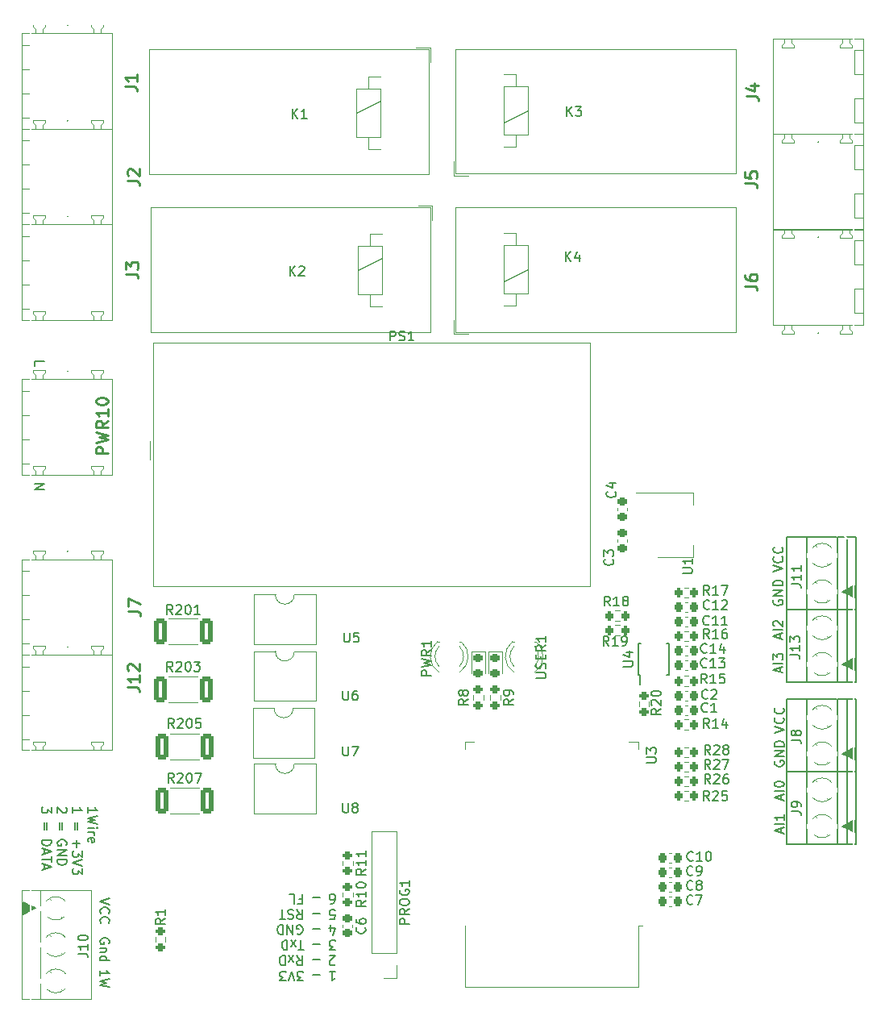
<source format=gto>
G04 #@! TF.GenerationSoftware,KiCad,Pcbnew,(7.0.0)*
G04 #@! TF.CreationDate,2023-07-30T12:49:27+02:00*
G04 #@! TF.ProjectId,RealyModul_1Wire_ADC,5265616c-794d-46f6-9475-6c5f31576972,rev?*
G04 #@! TF.SameCoordinates,Original*
G04 #@! TF.FileFunction,Legend,Top*
G04 #@! TF.FilePolarity,Positive*
%FSLAX46Y46*%
G04 Gerber Fmt 4.6, Leading zero omitted, Abs format (unit mm)*
G04 Created by KiCad (PCBNEW (7.0.0)) date 2023-07-30 12:49:27*
%MOMM*%
%LPD*%
G01*
G04 APERTURE LIST*
G04 Aperture macros list*
%AMRoundRect*
0 Rectangle with rounded corners*
0 $1 Rounding radius*
0 $2 $3 $4 $5 $6 $7 $8 $9 X,Y pos of 4 corners*
0 Add a 4 corners polygon primitive as box body*
4,1,4,$2,$3,$4,$5,$6,$7,$8,$9,$2,$3,0*
0 Add four circle primitives for the rounded corners*
1,1,$1+$1,$2,$3*
1,1,$1+$1,$4,$5*
1,1,$1+$1,$6,$7*
1,1,$1+$1,$8,$9*
0 Add four rect primitives between the rounded corners*
20,1,$1+$1,$2,$3,$4,$5,0*
20,1,$1+$1,$4,$5,$6,$7,0*
20,1,$1+$1,$6,$7,$8,$9,0*
20,1,$1+$1,$8,$9,$2,$3,0*%
G04 Aperture macros list end*
%ADD10C,0.200000*%
%ADD11C,0.150000*%
%ADD12C,0.254000*%
%ADD13C,0.127000*%
%ADD14C,0.100000*%
%ADD15C,0.120000*%
%ADD16O,3.300000X1.650000*%
%ADD17R,1.950000X1.950000*%
%ADD18C,1.950000*%
%ADD19RoundRect,0.249999X-0.450001X-1.075001X0.450001X-1.075001X0.450001X1.075001X-0.450001X1.075001X0*%
%ADD20RoundRect,0.200000X-0.200000X-0.275000X0.200000X-0.275000X0.200000X0.275000X-0.200000X0.275000X0*%
%ADD21RoundRect,0.225000X-0.225000X-0.250000X0.225000X-0.250000X0.225000X0.250000X-0.225000X0.250000X0*%
%ADD22O,2.000000X3.000000*%
%ADD23R,3.000000X2.000000*%
%ADD24O,3.000000X2.000000*%
%ADD25RoundRect,0.200000X0.200000X0.275000X-0.200000X0.275000X-0.200000X-0.275000X0.200000X-0.275000X0*%
%ADD26RoundRect,0.200000X0.275000X-0.200000X0.275000X0.200000X-0.275000X0.200000X-0.275000X-0.200000X0*%
%ADD27RoundRect,0.218750X-0.256250X0.218750X-0.256250X-0.218750X0.256250X-0.218750X0.256250X0.218750X0*%
%ADD28R,1.500000X1.780000*%
%ADD29R,1.800000X1.800000*%
%ADD30C,1.800000*%
%ADD31RoundRect,0.200000X-0.275000X0.200000X-0.275000X-0.200000X0.275000X-0.200000X0.275000X0.200000X0*%
%ADD32R,0.250000X1.100000*%
%ADD33RoundRect,0.225000X0.250000X-0.225000X0.250000X0.225000X-0.250000X0.225000X-0.250000X-0.225000X0*%
%ADD34R,1.700000X1.700000*%
%ADD35O,1.700000X1.700000*%
%ADD36R,3.000000X3.000000*%
%ADD37C,3.000000*%
%ADD38RoundRect,0.225000X-0.250000X0.225000X-0.250000X-0.225000X0.250000X-0.225000X0.250000X0.225000X0*%
%ADD39R,2.000000X1.500000*%
%ADD40R,2.000000X3.800000*%
%ADD41R,1.500000X0.900000*%
%ADD42R,0.900000X1.500000*%
%ADD43C,0.475000*%
%ADD44R,4.200000X4.200000*%
G04 #@! TA.AperFunction,Profile*
%ADD45C,0.150000*%
G04 #@! TD*
G04 #@! TA.AperFunction,Profile*
%ADD46C,0.152400*%
G04 #@! TD*
G04 APERTURE END LIST*
D10*
X89294619Y-84661285D02*
X89294619Y-84185095D01*
X89294619Y-84185095D02*
X90294619Y-84185095D01*
X120269095Y-148208619D02*
X120840523Y-148208619D01*
X120554809Y-148208619D02*
X120554809Y-149208619D01*
X120554809Y-149208619D02*
X120650047Y-149065761D01*
X120650047Y-149065761D02*
X120745285Y-148970523D01*
X120745285Y-148970523D02*
X120840523Y-148922904D01*
X119240523Y-148589571D02*
X118478619Y-148589571D01*
X117497666Y-149208619D02*
X116878619Y-149208619D01*
X116878619Y-149208619D02*
X117211952Y-148827666D01*
X117211952Y-148827666D02*
X117069095Y-148827666D01*
X117069095Y-148827666D02*
X116973857Y-148780047D01*
X116973857Y-148780047D02*
X116926238Y-148732428D01*
X116926238Y-148732428D02*
X116878619Y-148637190D01*
X116878619Y-148637190D02*
X116878619Y-148399095D01*
X116878619Y-148399095D02*
X116926238Y-148303857D01*
X116926238Y-148303857D02*
X116973857Y-148256238D01*
X116973857Y-148256238D02*
X117069095Y-148208619D01*
X117069095Y-148208619D02*
X117354809Y-148208619D01*
X117354809Y-148208619D02*
X117450047Y-148256238D01*
X117450047Y-148256238D02*
X117497666Y-148303857D01*
X116592904Y-149208619D02*
X116259571Y-148208619D01*
X116259571Y-148208619D02*
X115926238Y-149208619D01*
X115688142Y-149208619D02*
X115069095Y-149208619D01*
X115069095Y-149208619D02*
X115402428Y-148827666D01*
X115402428Y-148827666D02*
X115259571Y-148827666D01*
X115259571Y-148827666D02*
X115164333Y-148780047D01*
X115164333Y-148780047D02*
X115116714Y-148732428D01*
X115116714Y-148732428D02*
X115069095Y-148637190D01*
X115069095Y-148637190D02*
X115069095Y-148399095D01*
X115069095Y-148399095D02*
X115116714Y-148303857D01*
X115116714Y-148303857D02*
X115164333Y-148256238D01*
X115164333Y-148256238D02*
X115259571Y-148208619D01*
X115259571Y-148208619D02*
X115545285Y-148208619D01*
X115545285Y-148208619D02*
X115640523Y-148256238D01*
X115640523Y-148256238D02*
X115688142Y-148303857D01*
X120840523Y-147493380D02*
X120792904Y-147541000D01*
X120792904Y-147541000D02*
X120697666Y-147588619D01*
X120697666Y-147588619D02*
X120459571Y-147588619D01*
X120459571Y-147588619D02*
X120364333Y-147541000D01*
X120364333Y-147541000D02*
X120316714Y-147493380D01*
X120316714Y-147493380D02*
X120269095Y-147398142D01*
X120269095Y-147398142D02*
X120269095Y-147302904D01*
X120269095Y-147302904D02*
X120316714Y-147160047D01*
X120316714Y-147160047D02*
X120888142Y-146588619D01*
X120888142Y-146588619D02*
X120269095Y-146588619D01*
X119240523Y-146969571D02*
X118478619Y-146969571D01*
X116831000Y-146588619D02*
X117164333Y-147064809D01*
X117402428Y-146588619D02*
X117402428Y-147588619D01*
X117402428Y-147588619D02*
X117021476Y-147588619D01*
X117021476Y-147588619D02*
X116926238Y-147541000D01*
X116926238Y-147541000D02*
X116878619Y-147493380D01*
X116878619Y-147493380D02*
X116831000Y-147398142D01*
X116831000Y-147398142D02*
X116831000Y-147255285D01*
X116831000Y-147255285D02*
X116878619Y-147160047D01*
X116878619Y-147160047D02*
X116926238Y-147112428D01*
X116926238Y-147112428D02*
X117021476Y-147064809D01*
X117021476Y-147064809D02*
X117402428Y-147064809D01*
X116497666Y-146588619D02*
X115973857Y-147255285D01*
X116497666Y-147255285D02*
X115973857Y-146588619D01*
X115592904Y-146588619D02*
X115592904Y-147588619D01*
X115592904Y-147588619D02*
X115354809Y-147588619D01*
X115354809Y-147588619D02*
X115211952Y-147541000D01*
X115211952Y-147541000D02*
X115116714Y-147445761D01*
X115116714Y-147445761D02*
X115069095Y-147350523D01*
X115069095Y-147350523D02*
X115021476Y-147160047D01*
X115021476Y-147160047D02*
X115021476Y-147017190D01*
X115021476Y-147017190D02*
X115069095Y-146826714D01*
X115069095Y-146826714D02*
X115116714Y-146731476D01*
X115116714Y-146731476D02*
X115211952Y-146636238D01*
X115211952Y-146636238D02*
X115354809Y-146588619D01*
X115354809Y-146588619D02*
X115592904Y-146588619D01*
X120888142Y-145968619D02*
X120269095Y-145968619D01*
X120269095Y-145968619D02*
X120602428Y-145587666D01*
X120602428Y-145587666D02*
X120459571Y-145587666D01*
X120459571Y-145587666D02*
X120364333Y-145540047D01*
X120364333Y-145540047D02*
X120316714Y-145492428D01*
X120316714Y-145492428D02*
X120269095Y-145397190D01*
X120269095Y-145397190D02*
X120269095Y-145159095D01*
X120269095Y-145159095D02*
X120316714Y-145063857D01*
X120316714Y-145063857D02*
X120364333Y-145016238D01*
X120364333Y-145016238D02*
X120459571Y-144968619D01*
X120459571Y-144968619D02*
X120745285Y-144968619D01*
X120745285Y-144968619D02*
X120840523Y-145016238D01*
X120840523Y-145016238D02*
X120888142Y-145063857D01*
X119240523Y-145349571D02*
X118478619Y-145349571D01*
X117545285Y-145968619D02*
X116973857Y-145968619D01*
X117259571Y-144968619D02*
X117259571Y-145968619D01*
X116735761Y-144968619D02*
X116211952Y-145635285D01*
X116735761Y-145635285D02*
X116211952Y-144968619D01*
X115830999Y-144968619D02*
X115830999Y-145968619D01*
X115830999Y-145968619D02*
X115592904Y-145968619D01*
X115592904Y-145968619D02*
X115450047Y-145921000D01*
X115450047Y-145921000D02*
X115354809Y-145825761D01*
X115354809Y-145825761D02*
X115307190Y-145730523D01*
X115307190Y-145730523D02*
X115259571Y-145540047D01*
X115259571Y-145540047D02*
X115259571Y-145397190D01*
X115259571Y-145397190D02*
X115307190Y-145206714D01*
X115307190Y-145206714D02*
X115354809Y-145111476D01*
X115354809Y-145111476D02*
X115450047Y-145016238D01*
X115450047Y-145016238D02*
X115592904Y-144968619D01*
X115592904Y-144968619D02*
X115830999Y-144968619D01*
X120364333Y-144015285D02*
X120364333Y-143348619D01*
X120602428Y-144396238D02*
X120840523Y-143681952D01*
X120840523Y-143681952D02*
X120221476Y-143681952D01*
X119240523Y-143729571D02*
X118478619Y-143729571D01*
X116878619Y-144301000D02*
X116973857Y-144348619D01*
X116973857Y-144348619D02*
X117116714Y-144348619D01*
X117116714Y-144348619D02*
X117259571Y-144301000D01*
X117259571Y-144301000D02*
X117354809Y-144205761D01*
X117354809Y-144205761D02*
X117402428Y-144110523D01*
X117402428Y-144110523D02*
X117450047Y-143920047D01*
X117450047Y-143920047D02*
X117450047Y-143777190D01*
X117450047Y-143777190D02*
X117402428Y-143586714D01*
X117402428Y-143586714D02*
X117354809Y-143491476D01*
X117354809Y-143491476D02*
X117259571Y-143396238D01*
X117259571Y-143396238D02*
X117116714Y-143348619D01*
X117116714Y-143348619D02*
X117021476Y-143348619D01*
X117021476Y-143348619D02*
X116878619Y-143396238D01*
X116878619Y-143396238D02*
X116831000Y-143443857D01*
X116831000Y-143443857D02*
X116831000Y-143777190D01*
X116831000Y-143777190D02*
X117021476Y-143777190D01*
X116402428Y-143348619D02*
X116402428Y-144348619D01*
X116402428Y-144348619D02*
X115831000Y-143348619D01*
X115831000Y-143348619D02*
X115831000Y-144348619D01*
X115354809Y-143348619D02*
X115354809Y-144348619D01*
X115354809Y-144348619D02*
X115116714Y-144348619D01*
X115116714Y-144348619D02*
X114973857Y-144301000D01*
X114973857Y-144301000D02*
X114878619Y-144205761D01*
X114878619Y-144205761D02*
X114831000Y-144110523D01*
X114831000Y-144110523D02*
X114783381Y-143920047D01*
X114783381Y-143920047D02*
X114783381Y-143777190D01*
X114783381Y-143777190D02*
X114831000Y-143586714D01*
X114831000Y-143586714D02*
X114878619Y-143491476D01*
X114878619Y-143491476D02*
X114973857Y-143396238D01*
X114973857Y-143396238D02*
X115116714Y-143348619D01*
X115116714Y-143348619D02*
X115354809Y-143348619D01*
X120316714Y-142728619D02*
X120792904Y-142728619D01*
X120792904Y-142728619D02*
X120840523Y-142252428D01*
X120840523Y-142252428D02*
X120792904Y-142300047D01*
X120792904Y-142300047D02*
X120697666Y-142347666D01*
X120697666Y-142347666D02*
X120459571Y-142347666D01*
X120459571Y-142347666D02*
X120364333Y-142300047D01*
X120364333Y-142300047D02*
X120316714Y-142252428D01*
X120316714Y-142252428D02*
X120269095Y-142157190D01*
X120269095Y-142157190D02*
X120269095Y-141919095D01*
X120269095Y-141919095D02*
X120316714Y-141823857D01*
X120316714Y-141823857D02*
X120364333Y-141776238D01*
X120364333Y-141776238D02*
X120459571Y-141728619D01*
X120459571Y-141728619D02*
X120697666Y-141728619D01*
X120697666Y-141728619D02*
X120792904Y-141776238D01*
X120792904Y-141776238D02*
X120840523Y-141823857D01*
X119240523Y-142109571D02*
X118478619Y-142109571D01*
X116831000Y-141728619D02*
X117164333Y-142204809D01*
X117402428Y-141728619D02*
X117402428Y-142728619D01*
X117402428Y-142728619D02*
X117021476Y-142728619D01*
X117021476Y-142728619D02*
X116926238Y-142681000D01*
X116926238Y-142681000D02*
X116878619Y-142633380D01*
X116878619Y-142633380D02*
X116831000Y-142538142D01*
X116831000Y-142538142D02*
X116831000Y-142395285D01*
X116831000Y-142395285D02*
X116878619Y-142300047D01*
X116878619Y-142300047D02*
X116926238Y-142252428D01*
X116926238Y-142252428D02*
X117021476Y-142204809D01*
X117021476Y-142204809D02*
X117402428Y-142204809D01*
X116450047Y-141776238D02*
X116307190Y-141728619D01*
X116307190Y-141728619D02*
X116069095Y-141728619D01*
X116069095Y-141728619D02*
X115973857Y-141776238D01*
X115973857Y-141776238D02*
X115926238Y-141823857D01*
X115926238Y-141823857D02*
X115878619Y-141919095D01*
X115878619Y-141919095D02*
X115878619Y-142014333D01*
X115878619Y-142014333D02*
X115926238Y-142109571D01*
X115926238Y-142109571D02*
X115973857Y-142157190D01*
X115973857Y-142157190D02*
X116069095Y-142204809D01*
X116069095Y-142204809D02*
X116259571Y-142252428D01*
X116259571Y-142252428D02*
X116354809Y-142300047D01*
X116354809Y-142300047D02*
X116402428Y-142347666D01*
X116402428Y-142347666D02*
X116450047Y-142442904D01*
X116450047Y-142442904D02*
X116450047Y-142538142D01*
X116450047Y-142538142D02*
X116402428Y-142633380D01*
X116402428Y-142633380D02*
X116354809Y-142681000D01*
X116354809Y-142681000D02*
X116259571Y-142728619D01*
X116259571Y-142728619D02*
X116021476Y-142728619D01*
X116021476Y-142728619D02*
X115878619Y-142681000D01*
X115592904Y-142728619D02*
X115021476Y-142728619D01*
X115307190Y-141728619D02*
X115307190Y-142728619D01*
X120364333Y-141108619D02*
X120554809Y-141108619D01*
X120554809Y-141108619D02*
X120650047Y-141061000D01*
X120650047Y-141061000D02*
X120697666Y-141013380D01*
X120697666Y-141013380D02*
X120792904Y-140870523D01*
X120792904Y-140870523D02*
X120840523Y-140680047D01*
X120840523Y-140680047D02*
X120840523Y-140299095D01*
X120840523Y-140299095D02*
X120792904Y-140203857D01*
X120792904Y-140203857D02*
X120745285Y-140156238D01*
X120745285Y-140156238D02*
X120650047Y-140108619D01*
X120650047Y-140108619D02*
X120459571Y-140108619D01*
X120459571Y-140108619D02*
X120364333Y-140156238D01*
X120364333Y-140156238D02*
X120316714Y-140203857D01*
X120316714Y-140203857D02*
X120269095Y-140299095D01*
X120269095Y-140299095D02*
X120269095Y-140537190D01*
X120269095Y-140537190D02*
X120316714Y-140632428D01*
X120316714Y-140632428D02*
X120364333Y-140680047D01*
X120364333Y-140680047D02*
X120459571Y-140727666D01*
X120459571Y-140727666D02*
X120650047Y-140727666D01*
X120650047Y-140727666D02*
X120745285Y-140680047D01*
X120745285Y-140680047D02*
X120792904Y-140632428D01*
X120792904Y-140632428D02*
X120840523Y-140537190D01*
X119240523Y-140489571D02*
X118478619Y-140489571D01*
X117069095Y-140632428D02*
X117402428Y-140632428D01*
X117402428Y-140108619D02*
X117402428Y-141108619D01*
X117402428Y-141108619D02*
X116926238Y-141108619D01*
X116069095Y-140108619D02*
X116545285Y-140108619D01*
X116545285Y-140108619D02*
X116545285Y-141108619D01*
X167721666Y-133667523D02*
X167721666Y-133191333D01*
X168007380Y-133762761D02*
X167007380Y-133429428D01*
X167007380Y-133429428D02*
X168007380Y-133096095D01*
X168007380Y-132762761D02*
X167007380Y-132762761D01*
X168007380Y-131762762D02*
X168007380Y-132334190D01*
X168007380Y-132048476D02*
X167007380Y-132048476D01*
X167007380Y-132048476D02*
X167150238Y-132143714D01*
X167150238Y-132143714D02*
X167245476Y-132238952D01*
X167245476Y-132238952D02*
X167293095Y-132334190D01*
X167721666Y-130181809D02*
X167721666Y-129705619D01*
X168007380Y-130277047D02*
X167007380Y-129943714D01*
X167007380Y-129943714D02*
X168007380Y-129610381D01*
X168007380Y-129277047D02*
X167007380Y-129277047D01*
X167007380Y-128610381D02*
X167007380Y-128515143D01*
X167007380Y-128515143D02*
X167055000Y-128419905D01*
X167055000Y-128419905D02*
X167102619Y-128372286D01*
X167102619Y-128372286D02*
X167197857Y-128324667D01*
X167197857Y-128324667D02*
X167388333Y-128277048D01*
X167388333Y-128277048D02*
X167626428Y-128277048D01*
X167626428Y-128277048D02*
X167816904Y-128324667D01*
X167816904Y-128324667D02*
X167912142Y-128372286D01*
X167912142Y-128372286D02*
X167959761Y-128419905D01*
X167959761Y-128419905D02*
X168007380Y-128515143D01*
X168007380Y-128515143D02*
X168007380Y-128610381D01*
X168007380Y-128610381D02*
X167959761Y-128705619D01*
X167959761Y-128705619D02*
X167912142Y-128753238D01*
X167912142Y-128753238D02*
X167816904Y-128800857D01*
X167816904Y-128800857D02*
X167626428Y-128848476D01*
X167626428Y-128848476D02*
X167388333Y-128848476D01*
X167388333Y-128848476D02*
X167197857Y-128800857D01*
X167197857Y-128800857D02*
X167102619Y-128753238D01*
X167102619Y-128753238D02*
X167055000Y-128705619D01*
X167055000Y-128705619D02*
X167007380Y-128610381D01*
X167055000Y-126124667D02*
X167007380Y-126219905D01*
X167007380Y-126219905D02*
X167007380Y-126362762D01*
X167007380Y-126362762D02*
X167055000Y-126505619D01*
X167055000Y-126505619D02*
X167150238Y-126600857D01*
X167150238Y-126600857D02*
X167245476Y-126648476D01*
X167245476Y-126648476D02*
X167435952Y-126696095D01*
X167435952Y-126696095D02*
X167578809Y-126696095D01*
X167578809Y-126696095D02*
X167769285Y-126648476D01*
X167769285Y-126648476D02*
X167864523Y-126600857D01*
X167864523Y-126600857D02*
X167959761Y-126505619D01*
X167959761Y-126505619D02*
X168007380Y-126362762D01*
X168007380Y-126362762D02*
X168007380Y-126267524D01*
X168007380Y-126267524D02*
X167959761Y-126124667D01*
X167959761Y-126124667D02*
X167912142Y-126077048D01*
X167912142Y-126077048D02*
X167578809Y-126077048D01*
X167578809Y-126077048D02*
X167578809Y-126267524D01*
X168007380Y-125648476D02*
X167007380Y-125648476D01*
X167007380Y-125648476D02*
X168007380Y-125077048D01*
X168007380Y-125077048D02*
X167007380Y-125077048D01*
X168007380Y-124600857D02*
X167007380Y-124600857D01*
X167007380Y-124600857D02*
X167007380Y-124362762D01*
X167007380Y-124362762D02*
X167055000Y-124219905D01*
X167055000Y-124219905D02*
X167150238Y-124124667D01*
X167150238Y-124124667D02*
X167245476Y-124077048D01*
X167245476Y-124077048D02*
X167435952Y-124029429D01*
X167435952Y-124029429D02*
X167578809Y-124029429D01*
X167578809Y-124029429D02*
X167769285Y-124077048D01*
X167769285Y-124077048D02*
X167864523Y-124124667D01*
X167864523Y-124124667D02*
X167959761Y-124219905D01*
X167959761Y-124219905D02*
X168007380Y-124362762D01*
X168007380Y-124362762D02*
X168007380Y-124600857D01*
X167007380Y-123143714D02*
X168007380Y-122810381D01*
X168007380Y-122810381D02*
X167007380Y-122477048D01*
X167912142Y-121572286D02*
X167959761Y-121619905D01*
X167959761Y-121619905D02*
X168007380Y-121762762D01*
X168007380Y-121762762D02*
X168007380Y-121858000D01*
X168007380Y-121858000D02*
X167959761Y-122000857D01*
X167959761Y-122000857D02*
X167864523Y-122096095D01*
X167864523Y-122096095D02*
X167769285Y-122143714D01*
X167769285Y-122143714D02*
X167578809Y-122191333D01*
X167578809Y-122191333D02*
X167435952Y-122191333D01*
X167435952Y-122191333D02*
X167245476Y-122143714D01*
X167245476Y-122143714D02*
X167150238Y-122096095D01*
X167150238Y-122096095D02*
X167055000Y-122000857D01*
X167055000Y-122000857D02*
X167007380Y-121858000D01*
X167007380Y-121858000D02*
X167007380Y-121762762D01*
X167007380Y-121762762D02*
X167055000Y-121619905D01*
X167055000Y-121619905D02*
X167102619Y-121572286D01*
X167912142Y-120572286D02*
X167959761Y-120619905D01*
X167959761Y-120619905D02*
X168007380Y-120762762D01*
X168007380Y-120762762D02*
X168007380Y-120858000D01*
X168007380Y-120858000D02*
X167959761Y-121000857D01*
X167959761Y-121000857D02*
X167864523Y-121096095D01*
X167864523Y-121096095D02*
X167769285Y-121143714D01*
X167769285Y-121143714D02*
X167578809Y-121191333D01*
X167578809Y-121191333D02*
X167435952Y-121191333D01*
X167435952Y-121191333D02*
X167245476Y-121143714D01*
X167245476Y-121143714D02*
X167150238Y-121096095D01*
X167150238Y-121096095D02*
X167055000Y-121000857D01*
X167055000Y-121000857D02*
X167007380Y-120858000D01*
X167007380Y-120858000D02*
X167007380Y-120762762D01*
X167007380Y-120762762D02*
X167055000Y-120619905D01*
X167055000Y-120619905D02*
X167102619Y-120572286D01*
X167594666Y-116776523D02*
X167594666Y-116300333D01*
X167880380Y-116871761D02*
X166880380Y-116538428D01*
X166880380Y-116538428D02*
X167880380Y-116205095D01*
X167880380Y-115871761D02*
X166880380Y-115871761D01*
X166880380Y-115490809D02*
X166880380Y-114871762D01*
X166880380Y-114871762D02*
X167261333Y-115205095D01*
X167261333Y-115205095D02*
X167261333Y-115062238D01*
X167261333Y-115062238D02*
X167308952Y-114967000D01*
X167308952Y-114967000D02*
X167356571Y-114919381D01*
X167356571Y-114919381D02*
X167451809Y-114871762D01*
X167451809Y-114871762D02*
X167689904Y-114871762D01*
X167689904Y-114871762D02*
X167785142Y-114919381D01*
X167785142Y-114919381D02*
X167832761Y-114967000D01*
X167832761Y-114967000D02*
X167880380Y-115062238D01*
X167880380Y-115062238D02*
X167880380Y-115347952D01*
X167880380Y-115347952D02*
X167832761Y-115443190D01*
X167832761Y-115443190D02*
X167785142Y-115490809D01*
X167594666Y-113290809D02*
X167594666Y-112814619D01*
X167880380Y-113386047D02*
X166880380Y-113052714D01*
X166880380Y-113052714D02*
X167880380Y-112719381D01*
X167880380Y-112386047D02*
X166880380Y-112386047D01*
X166975619Y-111957476D02*
X166928000Y-111909857D01*
X166928000Y-111909857D02*
X166880380Y-111814619D01*
X166880380Y-111814619D02*
X166880380Y-111576524D01*
X166880380Y-111576524D02*
X166928000Y-111481286D01*
X166928000Y-111481286D02*
X166975619Y-111433667D01*
X166975619Y-111433667D02*
X167070857Y-111386048D01*
X167070857Y-111386048D02*
X167166095Y-111386048D01*
X167166095Y-111386048D02*
X167308952Y-111433667D01*
X167308952Y-111433667D02*
X167880380Y-112005095D01*
X167880380Y-112005095D02*
X167880380Y-111386048D01*
X166928000Y-109233667D02*
X166880380Y-109328905D01*
X166880380Y-109328905D02*
X166880380Y-109471762D01*
X166880380Y-109471762D02*
X166928000Y-109614619D01*
X166928000Y-109614619D02*
X167023238Y-109709857D01*
X167023238Y-109709857D02*
X167118476Y-109757476D01*
X167118476Y-109757476D02*
X167308952Y-109805095D01*
X167308952Y-109805095D02*
X167451809Y-109805095D01*
X167451809Y-109805095D02*
X167642285Y-109757476D01*
X167642285Y-109757476D02*
X167737523Y-109709857D01*
X167737523Y-109709857D02*
X167832761Y-109614619D01*
X167832761Y-109614619D02*
X167880380Y-109471762D01*
X167880380Y-109471762D02*
X167880380Y-109376524D01*
X167880380Y-109376524D02*
X167832761Y-109233667D01*
X167832761Y-109233667D02*
X167785142Y-109186048D01*
X167785142Y-109186048D02*
X167451809Y-109186048D01*
X167451809Y-109186048D02*
X167451809Y-109376524D01*
X167880380Y-108757476D02*
X166880380Y-108757476D01*
X166880380Y-108757476D02*
X167880380Y-108186048D01*
X167880380Y-108186048D02*
X166880380Y-108186048D01*
X167880380Y-107709857D02*
X166880380Y-107709857D01*
X166880380Y-107709857D02*
X166880380Y-107471762D01*
X166880380Y-107471762D02*
X166928000Y-107328905D01*
X166928000Y-107328905D02*
X167023238Y-107233667D01*
X167023238Y-107233667D02*
X167118476Y-107186048D01*
X167118476Y-107186048D02*
X167308952Y-107138429D01*
X167308952Y-107138429D02*
X167451809Y-107138429D01*
X167451809Y-107138429D02*
X167642285Y-107186048D01*
X167642285Y-107186048D02*
X167737523Y-107233667D01*
X167737523Y-107233667D02*
X167832761Y-107328905D01*
X167832761Y-107328905D02*
X167880380Y-107471762D01*
X167880380Y-107471762D02*
X167880380Y-107709857D01*
X166880380Y-106252714D02*
X167880380Y-105919381D01*
X167880380Y-105919381D02*
X166880380Y-105586048D01*
X167785142Y-104681286D02*
X167832761Y-104728905D01*
X167832761Y-104728905D02*
X167880380Y-104871762D01*
X167880380Y-104871762D02*
X167880380Y-104967000D01*
X167880380Y-104967000D02*
X167832761Y-105109857D01*
X167832761Y-105109857D02*
X167737523Y-105205095D01*
X167737523Y-105205095D02*
X167642285Y-105252714D01*
X167642285Y-105252714D02*
X167451809Y-105300333D01*
X167451809Y-105300333D02*
X167308952Y-105300333D01*
X167308952Y-105300333D02*
X167118476Y-105252714D01*
X167118476Y-105252714D02*
X167023238Y-105205095D01*
X167023238Y-105205095D02*
X166928000Y-105109857D01*
X166928000Y-105109857D02*
X166880380Y-104967000D01*
X166880380Y-104967000D02*
X166880380Y-104871762D01*
X166880380Y-104871762D02*
X166928000Y-104728905D01*
X166928000Y-104728905D02*
X166975619Y-104681286D01*
X167785142Y-103681286D02*
X167832761Y-103728905D01*
X167832761Y-103728905D02*
X167880380Y-103871762D01*
X167880380Y-103871762D02*
X167880380Y-103967000D01*
X167880380Y-103967000D02*
X167832761Y-104109857D01*
X167832761Y-104109857D02*
X167737523Y-104205095D01*
X167737523Y-104205095D02*
X167642285Y-104252714D01*
X167642285Y-104252714D02*
X167451809Y-104300333D01*
X167451809Y-104300333D02*
X167308952Y-104300333D01*
X167308952Y-104300333D02*
X167118476Y-104252714D01*
X167118476Y-104252714D02*
X167023238Y-104205095D01*
X167023238Y-104205095D02*
X166928000Y-104109857D01*
X166928000Y-104109857D02*
X166880380Y-103967000D01*
X166880380Y-103967000D02*
X166880380Y-103871762D01*
X166880380Y-103871762D02*
X166928000Y-103728905D01*
X166928000Y-103728905D02*
X166975619Y-103681286D01*
X94899619Y-131571904D02*
X94899619Y-131000476D01*
X94899619Y-131286190D02*
X95899619Y-131286190D01*
X95899619Y-131286190D02*
X95756761Y-131190952D01*
X95756761Y-131190952D02*
X95661523Y-131095714D01*
X95661523Y-131095714D02*
X95613904Y-131000476D01*
X95899619Y-131905238D02*
X94899619Y-132143333D01*
X94899619Y-132143333D02*
X95613904Y-132333809D01*
X95613904Y-132333809D02*
X94899619Y-132524285D01*
X94899619Y-132524285D02*
X95899619Y-132762381D01*
X94899619Y-133143333D02*
X95566285Y-133143333D01*
X95899619Y-133143333D02*
X95852000Y-133095714D01*
X95852000Y-133095714D02*
X95804380Y-133143333D01*
X95804380Y-133143333D02*
X95852000Y-133190952D01*
X95852000Y-133190952D02*
X95899619Y-133143333D01*
X95899619Y-133143333D02*
X95804380Y-133143333D01*
X94899619Y-133619523D02*
X95566285Y-133619523D01*
X95375809Y-133619523D02*
X95471047Y-133667142D01*
X95471047Y-133667142D02*
X95518666Y-133714761D01*
X95518666Y-133714761D02*
X95566285Y-133809999D01*
X95566285Y-133809999D02*
X95566285Y-133905237D01*
X94947238Y-134619523D02*
X94899619Y-134524285D01*
X94899619Y-134524285D02*
X94899619Y-134333809D01*
X94899619Y-134333809D02*
X94947238Y-134238571D01*
X94947238Y-134238571D02*
X95042476Y-134190952D01*
X95042476Y-134190952D02*
X95423428Y-134190952D01*
X95423428Y-134190952D02*
X95518666Y-134238571D01*
X95518666Y-134238571D02*
X95566285Y-134333809D01*
X95566285Y-134333809D02*
X95566285Y-134524285D01*
X95566285Y-134524285D02*
X95518666Y-134619523D01*
X95518666Y-134619523D02*
X95423428Y-134667142D01*
X95423428Y-134667142D02*
X95328190Y-134667142D01*
X95328190Y-134667142D02*
X95232952Y-134190952D01*
X93279619Y-131571904D02*
X93279619Y-131000476D01*
X93279619Y-131286190D02*
X94279619Y-131286190D01*
X94279619Y-131286190D02*
X94136761Y-131190952D01*
X94136761Y-131190952D02*
X94041523Y-131095714D01*
X94041523Y-131095714D02*
X93993904Y-131000476D01*
X93803428Y-132600476D02*
X93803428Y-133362381D01*
X93517714Y-133362381D02*
X93517714Y-132600476D01*
X93660571Y-134438571D02*
X93660571Y-135200476D01*
X93279619Y-134819523D02*
X94041523Y-134819523D01*
X94279619Y-135581428D02*
X94279619Y-136200475D01*
X94279619Y-136200475D02*
X93898666Y-135867142D01*
X93898666Y-135867142D02*
X93898666Y-136009999D01*
X93898666Y-136009999D02*
X93851047Y-136105237D01*
X93851047Y-136105237D02*
X93803428Y-136152856D01*
X93803428Y-136152856D02*
X93708190Y-136200475D01*
X93708190Y-136200475D02*
X93470095Y-136200475D01*
X93470095Y-136200475D02*
X93374857Y-136152856D01*
X93374857Y-136152856D02*
X93327238Y-136105237D01*
X93327238Y-136105237D02*
X93279619Y-136009999D01*
X93279619Y-136009999D02*
X93279619Y-135724285D01*
X93279619Y-135724285D02*
X93327238Y-135629047D01*
X93327238Y-135629047D02*
X93374857Y-135581428D01*
X94279619Y-136486190D02*
X93279619Y-136819523D01*
X93279619Y-136819523D02*
X94279619Y-137152856D01*
X94279619Y-137390952D02*
X94279619Y-138009999D01*
X94279619Y-138009999D02*
X93898666Y-137676666D01*
X93898666Y-137676666D02*
X93898666Y-137819523D01*
X93898666Y-137819523D02*
X93851047Y-137914761D01*
X93851047Y-137914761D02*
X93803428Y-137962380D01*
X93803428Y-137962380D02*
X93708190Y-138009999D01*
X93708190Y-138009999D02*
X93470095Y-138009999D01*
X93470095Y-138009999D02*
X93374857Y-137962380D01*
X93374857Y-137962380D02*
X93327238Y-137914761D01*
X93327238Y-137914761D02*
X93279619Y-137819523D01*
X93279619Y-137819523D02*
X93279619Y-137533809D01*
X93279619Y-137533809D02*
X93327238Y-137438571D01*
X93327238Y-137438571D02*
X93374857Y-137390952D01*
X92564380Y-131000476D02*
X92612000Y-131048095D01*
X92612000Y-131048095D02*
X92659619Y-131143333D01*
X92659619Y-131143333D02*
X92659619Y-131381428D01*
X92659619Y-131381428D02*
X92612000Y-131476666D01*
X92612000Y-131476666D02*
X92564380Y-131524285D01*
X92564380Y-131524285D02*
X92469142Y-131571904D01*
X92469142Y-131571904D02*
X92373904Y-131571904D01*
X92373904Y-131571904D02*
X92231047Y-131524285D01*
X92231047Y-131524285D02*
X91659619Y-130952857D01*
X91659619Y-130952857D02*
X91659619Y-131571904D01*
X92183428Y-132600476D02*
X92183428Y-133362381D01*
X91897714Y-133362381D02*
X91897714Y-132600476D01*
X92612000Y-134962380D02*
X92659619Y-134867142D01*
X92659619Y-134867142D02*
X92659619Y-134724285D01*
X92659619Y-134724285D02*
X92612000Y-134581428D01*
X92612000Y-134581428D02*
X92516761Y-134486190D01*
X92516761Y-134486190D02*
X92421523Y-134438571D01*
X92421523Y-134438571D02*
X92231047Y-134390952D01*
X92231047Y-134390952D02*
X92088190Y-134390952D01*
X92088190Y-134390952D02*
X91897714Y-134438571D01*
X91897714Y-134438571D02*
X91802476Y-134486190D01*
X91802476Y-134486190D02*
X91707238Y-134581428D01*
X91707238Y-134581428D02*
X91659619Y-134724285D01*
X91659619Y-134724285D02*
X91659619Y-134819523D01*
X91659619Y-134819523D02*
X91707238Y-134962380D01*
X91707238Y-134962380D02*
X91754857Y-135009999D01*
X91754857Y-135009999D02*
X92088190Y-135009999D01*
X92088190Y-135009999D02*
X92088190Y-134819523D01*
X91659619Y-135438571D02*
X92659619Y-135438571D01*
X92659619Y-135438571D02*
X91659619Y-136009999D01*
X91659619Y-136009999D02*
X92659619Y-136009999D01*
X91659619Y-136486190D02*
X92659619Y-136486190D01*
X92659619Y-136486190D02*
X92659619Y-136724285D01*
X92659619Y-136724285D02*
X92612000Y-136867142D01*
X92612000Y-136867142D02*
X92516761Y-136962380D01*
X92516761Y-136962380D02*
X92421523Y-137009999D01*
X92421523Y-137009999D02*
X92231047Y-137057618D01*
X92231047Y-137057618D02*
X92088190Y-137057618D01*
X92088190Y-137057618D02*
X91897714Y-137009999D01*
X91897714Y-137009999D02*
X91802476Y-136962380D01*
X91802476Y-136962380D02*
X91707238Y-136867142D01*
X91707238Y-136867142D02*
X91659619Y-136724285D01*
X91659619Y-136724285D02*
X91659619Y-136486190D01*
X91039619Y-130952857D02*
X91039619Y-131571904D01*
X91039619Y-131571904D02*
X90658666Y-131238571D01*
X90658666Y-131238571D02*
X90658666Y-131381428D01*
X90658666Y-131381428D02*
X90611047Y-131476666D01*
X90611047Y-131476666D02*
X90563428Y-131524285D01*
X90563428Y-131524285D02*
X90468190Y-131571904D01*
X90468190Y-131571904D02*
X90230095Y-131571904D01*
X90230095Y-131571904D02*
X90134857Y-131524285D01*
X90134857Y-131524285D02*
X90087238Y-131476666D01*
X90087238Y-131476666D02*
X90039619Y-131381428D01*
X90039619Y-131381428D02*
X90039619Y-131095714D01*
X90039619Y-131095714D02*
X90087238Y-131000476D01*
X90087238Y-131000476D02*
X90134857Y-130952857D01*
X90563428Y-132600476D02*
X90563428Y-133362381D01*
X90277714Y-133362381D02*
X90277714Y-132600476D01*
X90039619Y-134438571D02*
X91039619Y-134438571D01*
X91039619Y-134438571D02*
X91039619Y-134676666D01*
X91039619Y-134676666D02*
X90992000Y-134819523D01*
X90992000Y-134819523D02*
X90896761Y-134914761D01*
X90896761Y-134914761D02*
X90801523Y-134962380D01*
X90801523Y-134962380D02*
X90611047Y-135009999D01*
X90611047Y-135009999D02*
X90468190Y-135009999D01*
X90468190Y-135009999D02*
X90277714Y-134962380D01*
X90277714Y-134962380D02*
X90182476Y-134914761D01*
X90182476Y-134914761D02*
X90087238Y-134819523D01*
X90087238Y-134819523D02*
X90039619Y-134676666D01*
X90039619Y-134676666D02*
X90039619Y-134438571D01*
X90325333Y-135390952D02*
X90325333Y-135867142D01*
X90039619Y-135295714D02*
X91039619Y-135629047D01*
X91039619Y-135629047D02*
X90039619Y-135962380D01*
X91039619Y-136152857D02*
X91039619Y-136724285D01*
X90039619Y-136438571D02*
X91039619Y-136438571D01*
X90325333Y-137010000D02*
X90325333Y-137486190D01*
X90039619Y-136914762D02*
X91039619Y-137248095D01*
X91039619Y-137248095D02*
X90039619Y-137581428D01*
X89294619Y-97012095D02*
X90294619Y-97012095D01*
X90294619Y-97012095D02*
X89294619Y-97583523D01*
X89294619Y-97583523D02*
X90294619Y-97583523D01*
X97152619Y-140557238D02*
X96152619Y-140890571D01*
X96152619Y-140890571D02*
X97152619Y-141223904D01*
X96247857Y-142128666D02*
X96200238Y-142081047D01*
X96200238Y-142081047D02*
X96152619Y-141938190D01*
X96152619Y-141938190D02*
X96152619Y-141842952D01*
X96152619Y-141842952D02*
X96200238Y-141700095D01*
X96200238Y-141700095D02*
X96295476Y-141604857D01*
X96295476Y-141604857D02*
X96390714Y-141557238D01*
X96390714Y-141557238D02*
X96581190Y-141509619D01*
X96581190Y-141509619D02*
X96724047Y-141509619D01*
X96724047Y-141509619D02*
X96914523Y-141557238D01*
X96914523Y-141557238D02*
X97009761Y-141604857D01*
X97009761Y-141604857D02*
X97105000Y-141700095D01*
X97105000Y-141700095D02*
X97152619Y-141842952D01*
X97152619Y-141842952D02*
X97152619Y-141938190D01*
X97152619Y-141938190D02*
X97105000Y-142081047D01*
X97105000Y-142081047D02*
X97057380Y-142128666D01*
X96247857Y-143128666D02*
X96200238Y-143081047D01*
X96200238Y-143081047D02*
X96152619Y-142938190D01*
X96152619Y-142938190D02*
X96152619Y-142842952D01*
X96152619Y-142842952D02*
X96200238Y-142700095D01*
X96200238Y-142700095D02*
X96295476Y-142604857D01*
X96295476Y-142604857D02*
X96390714Y-142557238D01*
X96390714Y-142557238D02*
X96581190Y-142509619D01*
X96581190Y-142509619D02*
X96724047Y-142509619D01*
X96724047Y-142509619D02*
X96914523Y-142557238D01*
X96914523Y-142557238D02*
X97009761Y-142604857D01*
X97009761Y-142604857D02*
X97105000Y-142700095D01*
X97105000Y-142700095D02*
X97152619Y-142842952D01*
X97152619Y-142842952D02*
X97152619Y-142938190D01*
X97152619Y-142938190D02*
X97105000Y-143081047D01*
X97105000Y-143081047D02*
X97057380Y-143128666D01*
X97105000Y-145281047D02*
X97152619Y-145185809D01*
X97152619Y-145185809D02*
X97152619Y-145042952D01*
X97152619Y-145042952D02*
X97105000Y-144900095D01*
X97105000Y-144900095D02*
X97009761Y-144804857D01*
X97009761Y-144804857D02*
X96914523Y-144757238D01*
X96914523Y-144757238D02*
X96724047Y-144709619D01*
X96724047Y-144709619D02*
X96581190Y-144709619D01*
X96581190Y-144709619D02*
X96390714Y-144757238D01*
X96390714Y-144757238D02*
X96295476Y-144804857D01*
X96295476Y-144804857D02*
X96200238Y-144900095D01*
X96200238Y-144900095D02*
X96152619Y-145042952D01*
X96152619Y-145042952D02*
X96152619Y-145138190D01*
X96152619Y-145138190D02*
X96200238Y-145281047D01*
X96200238Y-145281047D02*
X96247857Y-145328666D01*
X96247857Y-145328666D02*
X96581190Y-145328666D01*
X96581190Y-145328666D02*
X96581190Y-145138190D01*
X96819285Y-145757238D02*
X96152619Y-145757238D01*
X96724047Y-145757238D02*
X96771666Y-145804857D01*
X96771666Y-145804857D02*
X96819285Y-145900095D01*
X96819285Y-145900095D02*
X96819285Y-146042952D01*
X96819285Y-146042952D02*
X96771666Y-146138190D01*
X96771666Y-146138190D02*
X96676428Y-146185809D01*
X96676428Y-146185809D02*
X96152619Y-146185809D01*
X96152619Y-147090571D02*
X97152619Y-147090571D01*
X96200238Y-147090571D02*
X96152619Y-146995333D01*
X96152619Y-146995333D02*
X96152619Y-146804857D01*
X96152619Y-146804857D02*
X96200238Y-146709619D01*
X96200238Y-146709619D02*
X96247857Y-146662000D01*
X96247857Y-146662000D02*
X96343095Y-146614381D01*
X96343095Y-146614381D02*
X96628809Y-146614381D01*
X96628809Y-146614381D02*
X96724047Y-146662000D01*
X96724047Y-146662000D02*
X96771666Y-146709619D01*
X96771666Y-146709619D02*
X96819285Y-146804857D01*
X96819285Y-146804857D02*
X96819285Y-146995333D01*
X96819285Y-146995333D02*
X96771666Y-147090571D01*
X96152619Y-148690571D02*
X96152619Y-148119143D01*
X96152619Y-148404857D02*
X97152619Y-148404857D01*
X97152619Y-148404857D02*
X97009761Y-148309619D01*
X97009761Y-148309619D02*
X96914523Y-148214381D01*
X96914523Y-148214381D02*
X96866904Y-148119143D01*
X97152619Y-149023905D02*
X96152619Y-149262000D01*
X96152619Y-149262000D02*
X96866904Y-149452476D01*
X96866904Y-149452476D02*
X96152619Y-149642952D01*
X96152619Y-149642952D02*
X97152619Y-149881048D01*
D11*
X168785380Y-131397333D02*
X169499666Y-131397333D01*
X169499666Y-131397333D02*
X169642523Y-131444952D01*
X169642523Y-131444952D02*
X169737761Y-131540190D01*
X169737761Y-131540190D02*
X169785380Y-131683047D01*
X169785380Y-131683047D02*
X169785380Y-131778285D01*
X169785380Y-130873523D02*
X169785380Y-130683047D01*
X169785380Y-130683047D02*
X169737761Y-130587809D01*
X169737761Y-130587809D02*
X169690142Y-130540190D01*
X169690142Y-130540190D02*
X169547285Y-130444952D01*
X169547285Y-130444952D02*
X169356809Y-130397333D01*
X169356809Y-130397333D02*
X168975857Y-130397333D01*
X168975857Y-130397333D02*
X168880619Y-130444952D01*
X168880619Y-130444952D02*
X168833000Y-130492571D01*
X168833000Y-130492571D02*
X168785380Y-130587809D01*
X168785380Y-130587809D02*
X168785380Y-130778285D01*
X168785380Y-130778285D02*
X168833000Y-130873523D01*
X168833000Y-130873523D02*
X168880619Y-130921142D01*
X168880619Y-130921142D02*
X168975857Y-130968761D01*
X168975857Y-130968761D02*
X169213952Y-130968761D01*
X169213952Y-130968761D02*
X169309190Y-130921142D01*
X169309190Y-130921142D02*
X169356809Y-130873523D01*
X169356809Y-130873523D02*
X169404428Y-130778285D01*
X169404428Y-130778285D02*
X169404428Y-130587809D01*
X169404428Y-130587809D02*
X169356809Y-130492571D01*
X169356809Y-130492571D02*
X169309190Y-130444952D01*
X169309190Y-130444952D02*
X169213952Y-130397333D01*
D12*
X99018573Y-65193332D02*
X99925716Y-65193332D01*
X99925716Y-65193332D02*
X100107145Y-65253809D01*
X100107145Y-65253809D02*
X100228097Y-65374761D01*
X100228097Y-65374761D02*
X100288573Y-65556190D01*
X100288573Y-65556190D02*
X100288573Y-65677142D01*
X99139526Y-64649047D02*
X99079050Y-64588571D01*
X99079050Y-64588571D02*
X99018573Y-64467618D01*
X99018573Y-64467618D02*
X99018573Y-64165237D01*
X99018573Y-64165237D02*
X99079050Y-64044285D01*
X99079050Y-64044285D02*
X99139526Y-63983809D01*
X99139526Y-63983809D02*
X99260478Y-63923332D01*
X99260478Y-63923332D02*
X99381430Y-63923332D01*
X99381430Y-63923332D02*
X99562859Y-63983809D01*
X99562859Y-63983809D02*
X100288573Y-64709523D01*
X100288573Y-64709523D02*
X100288573Y-63923332D01*
D11*
X103909952Y-128389380D02*
X103576619Y-127913190D01*
X103338524Y-128389380D02*
X103338524Y-127389380D01*
X103338524Y-127389380D02*
X103719476Y-127389380D01*
X103719476Y-127389380D02*
X103814714Y-127437000D01*
X103814714Y-127437000D02*
X103862333Y-127484619D01*
X103862333Y-127484619D02*
X103909952Y-127579857D01*
X103909952Y-127579857D02*
X103909952Y-127722714D01*
X103909952Y-127722714D02*
X103862333Y-127817952D01*
X103862333Y-127817952D02*
X103814714Y-127865571D01*
X103814714Y-127865571D02*
X103719476Y-127913190D01*
X103719476Y-127913190D02*
X103338524Y-127913190D01*
X104290905Y-127484619D02*
X104338524Y-127437000D01*
X104338524Y-127437000D02*
X104433762Y-127389380D01*
X104433762Y-127389380D02*
X104671857Y-127389380D01*
X104671857Y-127389380D02*
X104767095Y-127437000D01*
X104767095Y-127437000D02*
X104814714Y-127484619D01*
X104814714Y-127484619D02*
X104862333Y-127579857D01*
X104862333Y-127579857D02*
X104862333Y-127675095D01*
X104862333Y-127675095D02*
X104814714Y-127817952D01*
X104814714Y-127817952D02*
X104243286Y-128389380D01*
X104243286Y-128389380D02*
X104862333Y-128389380D01*
X105481381Y-127389380D02*
X105576619Y-127389380D01*
X105576619Y-127389380D02*
X105671857Y-127437000D01*
X105671857Y-127437000D02*
X105719476Y-127484619D01*
X105719476Y-127484619D02*
X105767095Y-127579857D01*
X105767095Y-127579857D02*
X105814714Y-127770333D01*
X105814714Y-127770333D02*
X105814714Y-128008428D01*
X105814714Y-128008428D02*
X105767095Y-128198904D01*
X105767095Y-128198904D02*
X105719476Y-128294142D01*
X105719476Y-128294142D02*
X105671857Y-128341761D01*
X105671857Y-128341761D02*
X105576619Y-128389380D01*
X105576619Y-128389380D02*
X105481381Y-128389380D01*
X105481381Y-128389380D02*
X105386143Y-128341761D01*
X105386143Y-128341761D02*
X105338524Y-128294142D01*
X105338524Y-128294142D02*
X105290905Y-128198904D01*
X105290905Y-128198904D02*
X105243286Y-128008428D01*
X105243286Y-128008428D02*
X105243286Y-127770333D01*
X105243286Y-127770333D02*
X105290905Y-127579857D01*
X105290905Y-127579857D02*
X105338524Y-127484619D01*
X105338524Y-127484619D02*
X105386143Y-127437000D01*
X105386143Y-127437000D02*
X105481381Y-127389380D01*
X106148048Y-127389380D02*
X106814714Y-127389380D01*
X106814714Y-127389380D02*
X106386143Y-128389380D01*
X149725142Y-109841380D02*
X149391809Y-109365190D01*
X149153714Y-109841380D02*
X149153714Y-108841380D01*
X149153714Y-108841380D02*
X149534666Y-108841380D01*
X149534666Y-108841380D02*
X149629904Y-108889000D01*
X149629904Y-108889000D02*
X149677523Y-108936619D01*
X149677523Y-108936619D02*
X149725142Y-109031857D01*
X149725142Y-109031857D02*
X149725142Y-109174714D01*
X149725142Y-109174714D02*
X149677523Y-109269952D01*
X149677523Y-109269952D02*
X149629904Y-109317571D01*
X149629904Y-109317571D02*
X149534666Y-109365190D01*
X149534666Y-109365190D02*
X149153714Y-109365190D01*
X150677523Y-109841380D02*
X150106095Y-109841380D01*
X150391809Y-109841380D02*
X150391809Y-108841380D01*
X150391809Y-108841380D02*
X150296571Y-108984238D01*
X150296571Y-108984238D02*
X150201333Y-109079476D01*
X150201333Y-109079476D02*
X150106095Y-109127095D01*
X151248952Y-109269952D02*
X151153714Y-109222333D01*
X151153714Y-109222333D02*
X151106095Y-109174714D01*
X151106095Y-109174714D02*
X151058476Y-109079476D01*
X151058476Y-109079476D02*
X151058476Y-109031857D01*
X151058476Y-109031857D02*
X151106095Y-108936619D01*
X151106095Y-108936619D02*
X151153714Y-108889000D01*
X151153714Y-108889000D02*
X151248952Y-108841380D01*
X151248952Y-108841380D02*
X151439428Y-108841380D01*
X151439428Y-108841380D02*
X151534666Y-108889000D01*
X151534666Y-108889000D02*
X151582285Y-108936619D01*
X151582285Y-108936619D02*
X151629904Y-109031857D01*
X151629904Y-109031857D02*
X151629904Y-109079476D01*
X151629904Y-109079476D02*
X151582285Y-109174714D01*
X151582285Y-109174714D02*
X151534666Y-109222333D01*
X151534666Y-109222333D02*
X151439428Y-109269952D01*
X151439428Y-109269952D02*
X151248952Y-109269952D01*
X151248952Y-109269952D02*
X151153714Y-109317571D01*
X151153714Y-109317571D02*
X151106095Y-109365190D01*
X151106095Y-109365190D02*
X151058476Y-109460428D01*
X151058476Y-109460428D02*
X151058476Y-109650904D01*
X151058476Y-109650904D02*
X151106095Y-109746142D01*
X151106095Y-109746142D02*
X151153714Y-109793761D01*
X151153714Y-109793761D02*
X151248952Y-109841380D01*
X151248952Y-109841380D02*
X151439428Y-109841380D01*
X151439428Y-109841380D02*
X151534666Y-109793761D01*
X151534666Y-109793761D02*
X151582285Y-109746142D01*
X151582285Y-109746142D02*
X151629904Y-109650904D01*
X151629904Y-109650904D02*
X151629904Y-109460428D01*
X151629904Y-109460428D02*
X151582285Y-109365190D01*
X151582285Y-109365190D02*
X151534666Y-109317571D01*
X151534666Y-109317571D02*
X151439428Y-109269952D01*
X160152142Y-110127142D02*
X160104523Y-110174761D01*
X160104523Y-110174761D02*
X159961666Y-110222380D01*
X159961666Y-110222380D02*
X159866428Y-110222380D01*
X159866428Y-110222380D02*
X159723571Y-110174761D01*
X159723571Y-110174761D02*
X159628333Y-110079523D01*
X159628333Y-110079523D02*
X159580714Y-109984285D01*
X159580714Y-109984285D02*
X159533095Y-109793809D01*
X159533095Y-109793809D02*
X159533095Y-109650952D01*
X159533095Y-109650952D02*
X159580714Y-109460476D01*
X159580714Y-109460476D02*
X159628333Y-109365238D01*
X159628333Y-109365238D02*
X159723571Y-109270000D01*
X159723571Y-109270000D02*
X159866428Y-109222380D01*
X159866428Y-109222380D02*
X159961666Y-109222380D01*
X159961666Y-109222380D02*
X160104523Y-109270000D01*
X160104523Y-109270000D02*
X160152142Y-109317619D01*
X161104523Y-110222380D02*
X160533095Y-110222380D01*
X160818809Y-110222380D02*
X160818809Y-109222380D01*
X160818809Y-109222380D02*
X160723571Y-109365238D01*
X160723571Y-109365238D02*
X160628333Y-109460476D01*
X160628333Y-109460476D02*
X160533095Y-109508095D01*
X161485476Y-109317619D02*
X161533095Y-109270000D01*
X161533095Y-109270000D02*
X161628333Y-109222380D01*
X161628333Y-109222380D02*
X161866428Y-109222380D01*
X161866428Y-109222380D02*
X161961666Y-109270000D01*
X161961666Y-109270000D02*
X162009285Y-109317619D01*
X162009285Y-109317619D02*
X162056904Y-109412857D01*
X162056904Y-109412857D02*
X162056904Y-109508095D01*
X162056904Y-109508095D02*
X162009285Y-109650952D01*
X162009285Y-109650952D02*
X161437857Y-110222380D01*
X161437857Y-110222380D02*
X162056904Y-110222380D01*
X116355905Y-58660380D02*
X116355905Y-57660380D01*
X116927333Y-58660380D02*
X116498762Y-58088952D01*
X116927333Y-57660380D02*
X116355905Y-58231809D01*
X117879714Y-58660380D02*
X117308286Y-58660380D01*
X117594000Y-58660380D02*
X117594000Y-57660380D01*
X117594000Y-57660380D02*
X117498762Y-57803238D01*
X117498762Y-57803238D02*
X117403524Y-57898476D01*
X117403524Y-57898476D02*
X117308286Y-57946095D01*
X160139142Y-108698380D02*
X159805809Y-108222190D01*
X159567714Y-108698380D02*
X159567714Y-107698380D01*
X159567714Y-107698380D02*
X159948666Y-107698380D01*
X159948666Y-107698380D02*
X160043904Y-107746000D01*
X160043904Y-107746000D02*
X160091523Y-107793619D01*
X160091523Y-107793619D02*
X160139142Y-107888857D01*
X160139142Y-107888857D02*
X160139142Y-108031714D01*
X160139142Y-108031714D02*
X160091523Y-108126952D01*
X160091523Y-108126952D02*
X160043904Y-108174571D01*
X160043904Y-108174571D02*
X159948666Y-108222190D01*
X159948666Y-108222190D02*
X159567714Y-108222190D01*
X161091523Y-108698380D02*
X160520095Y-108698380D01*
X160805809Y-108698380D02*
X160805809Y-107698380D01*
X160805809Y-107698380D02*
X160710571Y-107841238D01*
X160710571Y-107841238D02*
X160615333Y-107936476D01*
X160615333Y-107936476D02*
X160520095Y-107984095D01*
X161424857Y-107698380D02*
X162091523Y-107698380D01*
X162091523Y-107698380D02*
X161662952Y-108698380D01*
X159881142Y-116240142D02*
X159833523Y-116287761D01*
X159833523Y-116287761D02*
X159690666Y-116335380D01*
X159690666Y-116335380D02*
X159595428Y-116335380D01*
X159595428Y-116335380D02*
X159452571Y-116287761D01*
X159452571Y-116287761D02*
X159357333Y-116192523D01*
X159357333Y-116192523D02*
X159309714Y-116097285D01*
X159309714Y-116097285D02*
X159262095Y-115906809D01*
X159262095Y-115906809D02*
X159262095Y-115763952D01*
X159262095Y-115763952D02*
X159309714Y-115573476D01*
X159309714Y-115573476D02*
X159357333Y-115478238D01*
X159357333Y-115478238D02*
X159452571Y-115383000D01*
X159452571Y-115383000D02*
X159595428Y-115335380D01*
X159595428Y-115335380D02*
X159690666Y-115335380D01*
X159690666Y-115335380D02*
X159833523Y-115383000D01*
X159833523Y-115383000D02*
X159881142Y-115430619D01*
X160833523Y-116335380D02*
X160262095Y-116335380D01*
X160547809Y-116335380D02*
X160547809Y-115335380D01*
X160547809Y-115335380D02*
X160452571Y-115478238D01*
X160452571Y-115478238D02*
X160357333Y-115573476D01*
X160357333Y-115573476D02*
X160262095Y-115621095D01*
X161166857Y-115335380D02*
X161785904Y-115335380D01*
X161785904Y-115335380D02*
X161452571Y-115716333D01*
X161452571Y-115716333D02*
X161595428Y-115716333D01*
X161595428Y-115716333D02*
X161690666Y-115763952D01*
X161690666Y-115763952D02*
X161738285Y-115811571D01*
X161738285Y-115811571D02*
X161785904Y-115906809D01*
X161785904Y-115906809D02*
X161785904Y-116144904D01*
X161785904Y-116144904D02*
X161738285Y-116240142D01*
X161738285Y-116240142D02*
X161690666Y-116287761D01*
X161690666Y-116287761D02*
X161595428Y-116335380D01*
X161595428Y-116335380D02*
X161309714Y-116335380D01*
X161309714Y-116335380D02*
X161214476Y-116287761D01*
X161214476Y-116287761D02*
X161166857Y-116240142D01*
X139559380Y-119635166D02*
X139083190Y-119968499D01*
X139559380Y-120206594D02*
X138559380Y-120206594D01*
X138559380Y-120206594D02*
X138559380Y-119825642D01*
X138559380Y-119825642D02*
X138607000Y-119730404D01*
X138607000Y-119730404D02*
X138654619Y-119682785D01*
X138654619Y-119682785D02*
X138749857Y-119635166D01*
X138749857Y-119635166D02*
X138892714Y-119635166D01*
X138892714Y-119635166D02*
X138987952Y-119682785D01*
X138987952Y-119682785D02*
X139035571Y-119730404D01*
X139035571Y-119730404D02*
X139083190Y-119825642D01*
X139083190Y-119825642D02*
X139083190Y-120206594D01*
X139559380Y-119158975D02*
X139559380Y-118968499D01*
X139559380Y-118968499D02*
X139511761Y-118873261D01*
X139511761Y-118873261D02*
X139464142Y-118825642D01*
X139464142Y-118825642D02*
X139321285Y-118730404D01*
X139321285Y-118730404D02*
X139130809Y-118682785D01*
X139130809Y-118682785D02*
X138749857Y-118682785D01*
X138749857Y-118682785D02*
X138654619Y-118730404D01*
X138654619Y-118730404D02*
X138607000Y-118778023D01*
X138607000Y-118778023D02*
X138559380Y-118873261D01*
X138559380Y-118873261D02*
X138559380Y-119063737D01*
X138559380Y-119063737D02*
X138607000Y-119158975D01*
X138607000Y-119158975D02*
X138654619Y-119206594D01*
X138654619Y-119206594D02*
X138749857Y-119254213D01*
X138749857Y-119254213D02*
X138987952Y-119254213D01*
X138987952Y-119254213D02*
X139083190Y-119206594D01*
X139083190Y-119206594D02*
X139130809Y-119158975D01*
X139130809Y-119158975D02*
X139178428Y-119063737D01*
X139178428Y-119063737D02*
X139178428Y-118873261D01*
X139178428Y-118873261D02*
X139130809Y-118778023D01*
X139130809Y-118778023D02*
X139083190Y-118730404D01*
X139083190Y-118730404D02*
X138987952Y-118682785D01*
X159885142Y-114699142D02*
X159837523Y-114746761D01*
X159837523Y-114746761D02*
X159694666Y-114794380D01*
X159694666Y-114794380D02*
X159599428Y-114794380D01*
X159599428Y-114794380D02*
X159456571Y-114746761D01*
X159456571Y-114746761D02*
X159361333Y-114651523D01*
X159361333Y-114651523D02*
X159313714Y-114556285D01*
X159313714Y-114556285D02*
X159266095Y-114365809D01*
X159266095Y-114365809D02*
X159266095Y-114222952D01*
X159266095Y-114222952D02*
X159313714Y-114032476D01*
X159313714Y-114032476D02*
X159361333Y-113937238D01*
X159361333Y-113937238D02*
X159456571Y-113842000D01*
X159456571Y-113842000D02*
X159599428Y-113794380D01*
X159599428Y-113794380D02*
X159694666Y-113794380D01*
X159694666Y-113794380D02*
X159837523Y-113842000D01*
X159837523Y-113842000D02*
X159885142Y-113889619D01*
X160837523Y-114794380D02*
X160266095Y-114794380D01*
X160551809Y-114794380D02*
X160551809Y-113794380D01*
X160551809Y-113794380D02*
X160456571Y-113937238D01*
X160456571Y-113937238D02*
X160361333Y-114032476D01*
X160361333Y-114032476D02*
X160266095Y-114080095D01*
X161694666Y-114127714D02*
X161694666Y-114794380D01*
X161456571Y-113746761D02*
X161218476Y-114461047D01*
X161218476Y-114461047D02*
X161837523Y-114461047D01*
X155053380Y-120657857D02*
X154577190Y-120991190D01*
X155053380Y-121229285D02*
X154053380Y-121229285D01*
X154053380Y-121229285D02*
X154053380Y-120848333D01*
X154053380Y-120848333D02*
X154101000Y-120753095D01*
X154101000Y-120753095D02*
X154148619Y-120705476D01*
X154148619Y-120705476D02*
X154243857Y-120657857D01*
X154243857Y-120657857D02*
X154386714Y-120657857D01*
X154386714Y-120657857D02*
X154481952Y-120705476D01*
X154481952Y-120705476D02*
X154529571Y-120753095D01*
X154529571Y-120753095D02*
X154577190Y-120848333D01*
X154577190Y-120848333D02*
X154577190Y-121229285D01*
X154148619Y-120276904D02*
X154101000Y-120229285D01*
X154101000Y-120229285D02*
X154053380Y-120134047D01*
X154053380Y-120134047D02*
X154053380Y-119895952D01*
X154053380Y-119895952D02*
X154101000Y-119800714D01*
X154101000Y-119800714D02*
X154148619Y-119753095D01*
X154148619Y-119753095D02*
X154243857Y-119705476D01*
X154243857Y-119705476D02*
X154339095Y-119705476D01*
X154339095Y-119705476D02*
X154481952Y-119753095D01*
X154481952Y-119753095D02*
X155053380Y-120324523D01*
X155053380Y-120324523D02*
X155053380Y-119705476D01*
X154053380Y-119086428D02*
X154053380Y-118991190D01*
X154053380Y-118991190D02*
X154101000Y-118895952D01*
X154101000Y-118895952D02*
X154148619Y-118848333D01*
X154148619Y-118848333D02*
X154243857Y-118800714D01*
X154243857Y-118800714D02*
X154434333Y-118753095D01*
X154434333Y-118753095D02*
X154672428Y-118753095D01*
X154672428Y-118753095D02*
X154862904Y-118800714D01*
X154862904Y-118800714D02*
X154958142Y-118848333D01*
X154958142Y-118848333D02*
X155005761Y-118895952D01*
X155005761Y-118895952D02*
X155053380Y-118991190D01*
X155053380Y-118991190D02*
X155053380Y-119086428D01*
X155053380Y-119086428D02*
X155005761Y-119181666D01*
X155005761Y-119181666D02*
X154958142Y-119229285D01*
X154958142Y-119229285D02*
X154862904Y-119276904D01*
X154862904Y-119276904D02*
X154672428Y-119324523D01*
X154672428Y-119324523D02*
X154434333Y-119324523D01*
X154434333Y-119324523D02*
X154243857Y-119276904D01*
X154243857Y-119276904D02*
X154148619Y-119229285D01*
X154148619Y-119229285D02*
X154101000Y-119181666D01*
X154101000Y-119181666D02*
X154053380Y-119086428D01*
D12*
X164042573Y-56303332D02*
X164949716Y-56303332D01*
X164949716Y-56303332D02*
X165131145Y-56363809D01*
X165131145Y-56363809D02*
X165252097Y-56484761D01*
X165252097Y-56484761D02*
X165312573Y-56666190D01*
X165312573Y-56666190D02*
X165312573Y-56787142D01*
X164465907Y-55154285D02*
X165312573Y-55154285D01*
X163982097Y-55456666D02*
X164889240Y-55759047D01*
X164889240Y-55759047D02*
X164889240Y-54972856D01*
X99145573Y-110405332D02*
X100052716Y-110405332D01*
X100052716Y-110405332D02*
X100234145Y-110465809D01*
X100234145Y-110465809D02*
X100355097Y-110586761D01*
X100355097Y-110586761D02*
X100415573Y-110768190D01*
X100415573Y-110768190D02*
X100415573Y-110889142D01*
X99145573Y-109921523D02*
X99145573Y-109074856D01*
X99145573Y-109074856D02*
X100415573Y-109619142D01*
D11*
X145184905Y-58406380D02*
X145184905Y-57406380D01*
X145756333Y-58406380D02*
X145327762Y-57834952D01*
X145756333Y-57406380D02*
X145184905Y-57977809D01*
X146089667Y-57406380D02*
X146708714Y-57406380D01*
X146708714Y-57406380D02*
X146375381Y-57787333D01*
X146375381Y-57787333D02*
X146518238Y-57787333D01*
X146518238Y-57787333D02*
X146613476Y-57834952D01*
X146613476Y-57834952D02*
X146661095Y-57882571D01*
X146661095Y-57882571D02*
X146708714Y-57977809D01*
X146708714Y-57977809D02*
X146708714Y-58215904D01*
X146708714Y-58215904D02*
X146661095Y-58311142D01*
X146661095Y-58311142D02*
X146613476Y-58358761D01*
X146613476Y-58358761D02*
X146518238Y-58406380D01*
X146518238Y-58406380D02*
X146232524Y-58406380D01*
X146232524Y-58406380D02*
X146137286Y-58358761D01*
X146137286Y-58358761D02*
X146089667Y-58311142D01*
X141988380Y-117430475D02*
X142797904Y-117430475D01*
X142797904Y-117430475D02*
X142893142Y-117382856D01*
X142893142Y-117382856D02*
X142940761Y-117335237D01*
X142940761Y-117335237D02*
X142988380Y-117239999D01*
X142988380Y-117239999D02*
X142988380Y-117049523D01*
X142988380Y-117049523D02*
X142940761Y-116954285D01*
X142940761Y-116954285D02*
X142893142Y-116906666D01*
X142893142Y-116906666D02*
X142797904Y-116859047D01*
X142797904Y-116859047D02*
X141988380Y-116859047D01*
X142940761Y-116430475D02*
X142988380Y-116287618D01*
X142988380Y-116287618D02*
X142988380Y-116049523D01*
X142988380Y-116049523D02*
X142940761Y-115954285D01*
X142940761Y-115954285D02*
X142893142Y-115906666D01*
X142893142Y-115906666D02*
X142797904Y-115859047D01*
X142797904Y-115859047D02*
X142702666Y-115859047D01*
X142702666Y-115859047D02*
X142607428Y-115906666D01*
X142607428Y-115906666D02*
X142559809Y-115954285D01*
X142559809Y-115954285D02*
X142512190Y-116049523D01*
X142512190Y-116049523D02*
X142464571Y-116239999D01*
X142464571Y-116239999D02*
X142416952Y-116335237D01*
X142416952Y-116335237D02*
X142369333Y-116382856D01*
X142369333Y-116382856D02*
X142274095Y-116430475D01*
X142274095Y-116430475D02*
X142178857Y-116430475D01*
X142178857Y-116430475D02*
X142083619Y-116382856D01*
X142083619Y-116382856D02*
X142036000Y-116335237D01*
X142036000Y-116335237D02*
X141988380Y-116239999D01*
X141988380Y-116239999D02*
X141988380Y-116001904D01*
X141988380Y-116001904D02*
X142036000Y-115859047D01*
X142464571Y-115430475D02*
X142464571Y-115097142D01*
X142988380Y-114954285D02*
X142988380Y-115430475D01*
X142988380Y-115430475D02*
X141988380Y-115430475D01*
X141988380Y-115430475D02*
X141988380Y-114954285D01*
X142988380Y-113954285D02*
X142512190Y-114287618D01*
X142988380Y-114525713D02*
X141988380Y-114525713D01*
X141988380Y-114525713D02*
X141988380Y-114144761D01*
X141988380Y-114144761D02*
X142036000Y-114049523D01*
X142036000Y-114049523D02*
X142083619Y-114001904D01*
X142083619Y-114001904D02*
X142178857Y-113954285D01*
X142178857Y-113954285D02*
X142321714Y-113954285D01*
X142321714Y-113954285D02*
X142416952Y-114001904D01*
X142416952Y-114001904D02*
X142464571Y-114049523D01*
X142464571Y-114049523D02*
X142512190Y-114144761D01*
X142512190Y-114144761D02*
X142512190Y-114525713D01*
X142988380Y-113001904D02*
X142988380Y-113573332D01*
X142988380Y-113287618D02*
X141988380Y-113287618D01*
X141988380Y-113287618D02*
X142131238Y-113382856D01*
X142131238Y-113382856D02*
X142226476Y-113478094D01*
X142226476Y-113478094D02*
X142274095Y-113573332D01*
X121793095Y-112651380D02*
X121793095Y-113460904D01*
X121793095Y-113460904D02*
X121840714Y-113556142D01*
X121840714Y-113556142D02*
X121888333Y-113603761D01*
X121888333Y-113603761D02*
X121983571Y-113651380D01*
X121983571Y-113651380D02*
X122174047Y-113651380D01*
X122174047Y-113651380D02*
X122269285Y-113603761D01*
X122269285Y-113603761D02*
X122316904Y-113556142D01*
X122316904Y-113556142D02*
X122364523Y-113460904D01*
X122364523Y-113460904D02*
X122364523Y-112651380D01*
X123316904Y-112651380D02*
X122840714Y-112651380D01*
X122840714Y-112651380D02*
X122793095Y-113127571D01*
X122793095Y-113127571D02*
X122840714Y-113079952D01*
X122840714Y-113079952D02*
X122935952Y-113032333D01*
X122935952Y-113032333D02*
X123174047Y-113032333D01*
X123174047Y-113032333D02*
X123269285Y-113079952D01*
X123269285Y-113079952D02*
X123316904Y-113127571D01*
X123316904Y-113127571D02*
X123364523Y-113222809D01*
X123364523Y-113222809D02*
X123364523Y-113460904D01*
X123364523Y-113460904D02*
X123316904Y-113556142D01*
X123316904Y-113556142D02*
X123269285Y-113603761D01*
X123269285Y-113603761D02*
X123174047Y-113651380D01*
X123174047Y-113651380D02*
X122935952Y-113651380D01*
X122935952Y-113651380D02*
X122840714Y-113603761D01*
X122840714Y-113603761D02*
X122793095Y-113556142D01*
X160139142Y-130288380D02*
X159805809Y-129812190D01*
X159567714Y-130288380D02*
X159567714Y-129288380D01*
X159567714Y-129288380D02*
X159948666Y-129288380D01*
X159948666Y-129288380D02*
X160043904Y-129336000D01*
X160043904Y-129336000D02*
X160091523Y-129383619D01*
X160091523Y-129383619D02*
X160139142Y-129478857D01*
X160139142Y-129478857D02*
X160139142Y-129621714D01*
X160139142Y-129621714D02*
X160091523Y-129716952D01*
X160091523Y-129716952D02*
X160043904Y-129764571D01*
X160043904Y-129764571D02*
X159948666Y-129812190D01*
X159948666Y-129812190D02*
X159567714Y-129812190D01*
X160520095Y-129383619D02*
X160567714Y-129336000D01*
X160567714Y-129336000D02*
X160662952Y-129288380D01*
X160662952Y-129288380D02*
X160901047Y-129288380D01*
X160901047Y-129288380D02*
X160996285Y-129336000D01*
X160996285Y-129336000D02*
X161043904Y-129383619D01*
X161043904Y-129383619D02*
X161091523Y-129478857D01*
X161091523Y-129478857D02*
X161091523Y-129574095D01*
X161091523Y-129574095D02*
X161043904Y-129716952D01*
X161043904Y-129716952D02*
X160472476Y-130288380D01*
X160472476Y-130288380D02*
X161091523Y-130288380D01*
X161996285Y-129288380D02*
X161520095Y-129288380D01*
X161520095Y-129288380D02*
X161472476Y-129764571D01*
X161472476Y-129764571D02*
X161520095Y-129716952D01*
X161520095Y-129716952D02*
X161615333Y-129669333D01*
X161615333Y-129669333D02*
X161853428Y-129669333D01*
X161853428Y-129669333D02*
X161948666Y-129716952D01*
X161948666Y-129716952D02*
X161996285Y-129764571D01*
X161996285Y-129764571D02*
X162043904Y-129859809D01*
X162043904Y-129859809D02*
X162043904Y-130097904D01*
X162043904Y-130097904D02*
X161996285Y-130193142D01*
X161996285Y-130193142D02*
X161948666Y-130240761D01*
X161948666Y-130240761D02*
X161853428Y-130288380D01*
X161853428Y-130288380D02*
X161615333Y-130288380D01*
X161615333Y-130288380D02*
X161520095Y-130240761D01*
X161520095Y-130240761D02*
X161472476Y-130193142D01*
X160139142Y-122668380D02*
X159805809Y-122192190D01*
X159567714Y-122668380D02*
X159567714Y-121668380D01*
X159567714Y-121668380D02*
X159948666Y-121668380D01*
X159948666Y-121668380D02*
X160043904Y-121716000D01*
X160043904Y-121716000D02*
X160091523Y-121763619D01*
X160091523Y-121763619D02*
X160139142Y-121858857D01*
X160139142Y-121858857D02*
X160139142Y-122001714D01*
X160139142Y-122001714D02*
X160091523Y-122096952D01*
X160091523Y-122096952D02*
X160043904Y-122144571D01*
X160043904Y-122144571D02*
X159948666Y-122192190D01*
X159948666Y-122192190D02*
X159567714Y-122192190D01*
X161091523Y-122668380D02*
X160520095Y-122668380D01*
X160805809Y-122668380D02*
X160805809Y-121668380D01*
X160805809Y-121668380D02*
X160710571Y-121811238D01*
X160710571Y-121811238D02*
X160615333Y-121906476D01*
X160615333Y-121906476D02*
X160520095Y-121954095D01*
X161948666Y-122001714D02*
X161948666Y-122668380D01*
X161710571Y-121620761D02*
X161472476Y-122335047D01*
X161472476Y-122335047D02*
X162091523Y-122335047D01*
X149598142Y-114032380D02*
X149264809Y-113556190D01*
X149026714Y-114032380D02*
X149026714Y-113032380D01*
X149026714Y-113032380D02*
X149407666Y-113032380D01*
X149407666Y-113032380D02*
X149502904Y-113080000D01*
X149502904Y-113080000D02*
X149550523Y-113127619D01*
X149550523Y-113127619D02*
X149598142Y-113222857D01*
X149598142Y-113222857D02*
X149598142Y-113365714D01*
X149598142Y-113365714D02*
X149550523Y-113460952D01*
X149550523Y-113460952D02*
X149502904Y-113508571D01*
X149502904Y-113508571D02*
X149407666Y-113556190D01*
X149407666Y-113556190D02*
X149026714Y-113556190D01*
X150550523Y-114032380D02*
X149979095Y-114032380D01*
X150264809Y-114032380D02*
X150264809Y-113032380D01*
X150264809Y-113032380D02*
X150169571Y-113175238D01*
X150169571Y-113175238D02*
X150074333Y-113270476D01*
X150074333Y-113270476D02*
X149979095Y-113318095D01*
X151026714Y-114032380D02*
X151217190Y-114032380D01*
X151217190Y-114032380D02*
X151312428Y-113984761D01*
X151312428Y-113984761D02*
X151360047Y-113937142D01*
X151360047Y-113937142D02*
X151455285Y-113794285D01*
X151455285Y-113794285D02*
X151502904Y-113603809D01*
X151502904Y-113603809D02*
X151502904Y-113222857D01*
X151502904Y-113222857D02*
X151455285Y-113127619D01*
X151455285Y-113127619D02*
X151407666Y-113080000D01*
X151407666Y-113080000D02*
X151312428Y-113032380D01*
X151312428Y-113032380D02*
X151121952Y-113032380D01*
X151121952Y-113032380D02*
X151026714Y-113080000D01*
X151026714Y-113080000D02*
X150979095Y-113127619D01*
X150979095Y-113127619D02*
X150931476Y-113222857D01*
X150931476Y-113222857D02*
X150931476Y-113460952D01*
X150931476Y-113460952D02*
X150979095Y-113556190D01*
X150979095Y-113556190D02*
X151026714Y-113603809D01*
X151026714Y-113603809D02*
X151121952Y-113651428D01*
X151121952Y-113651428D02*
X151312428Y-113651428D01*
X151312428Y-113651428D02*
X151407666Y-113603809D01*
X151407666Y-113603809D02*
X151455285Y-113556190D01*
X151455285Y-113556190D02*
X151502904Y-113460952D01*
X145057905Y-73646380D02*
X145057905Y-72646380D01*
X145629333Y-73646380D02*
X145200762Y-73074952D01*
X145629333Y-72646380D02*
X145057905Y-73217809D01*
X146486476Y-72979714D02*
X146486476Y-73646380D01*
X146248381Y-72598761D02*
X146010286Y-73313047D01*
X146010286Y-73313047D02*
X146629333Y-73313047D01*
D12*
X99018573Y-118376094D02*
X99925716Y-118376094D01*
X99925716Y-118376094D02*
X100107145Y-118436571D01*
X100107145Y-118436571D02*
X100228097Y-118557523D01*
X100228097Y-118557523D02*
X100288573Y-118738952D01*
X100288573Y-118738952D02*
X100288573Y-118859904D01*
X100288573Y-117106094D02*
X100288573Y-117831809D01*
X100288573Y-117468952D02*
X99018573Y-117468952D01*
X99018573Y-117468952D02*
X99200002Y-117589904D01*
X99200002Y-117589904D02*
X99320954Y-117710856D01*
X99320954Y-117710856D02*
X99381430Y-117831809D01*
X99139526Y-116622285D02*
X99079050Y-116561809D01*
X99079050Y-116561809D02*
X99018573Y-116440856D01*
X99018573Y-116440856D02*
X99018573Y-116138475D01*
X99018573Y-116138475D02*
X99079050Y-116017523D01*
X99079050Y-116017523D02*
X99139526Y-115957047D01*
X99139526Y-115957047D02*
X99260478Y-115896570D01*
X99260478Y-115896570D02*
X99381430Y-115896570D01*
X99381430Y-115896570D02*
X99562859Y-115957047D01*
X99562859Y-115957047D02*
X100288573Y-116682761D01*
X100288573Y-116682761D02*
X100288573Y-115896570D01*
D11*
X160266142Y-126986380D02*
X159932809Y-126510190D01*
X159694714Y-126986380D02*
X159694714Y-125986380D01*
X159694714Y-125986380D02*
X160075666Y-125986380D01*
X160075666Y-125986380D02*
X160170904Y-126034000D01*
X160170904Y-126034000D02*
X160218523Y-126081619D01*
X160218523Y-126081619D02*
X160266142Y-126176857D01*
X160266142Y-126176857D02*
X160266142Y-126319714D01*
X160266142Y-126319714D02*
X160218523Y-126414952D01*
X160218523Y-126414952D02*
X160170904Y-126462571D01*
X160170904Y-126462571D02*
X160075666Y-126510190D01*
X160075666Y-126510190D02*
X159694714Y-126510190D01*
X160647095Y-126081619D02*
X160694714Y-126034000D01*
X160694714Y-126034000D02*
X160789952Y-125986380D01*
X160789952Y-125986380D02*
X161028047Y-125986380D01*
X161028047Y-125986380D02*
X161123285Y-126034000D01*
X161123285Y-126034000D02*
X161170904Y-126081619D01*
X161170904Y-126081619D02*
X161218523Y-126176857D01*
X161218523Y-126176857D02*
X161218523Y-126272095D01*
X161218523Y-126272095D02*
X161170904Y-126414952D01*
X161170904Y-126414952D02*
X160599476Y-126986380D01*
X160599476Y-126986380D02*
X161218523Y-126986380D01*
X161551857Y-125986380D02*
X162218523Y-125986380D01*
X162218523Y-125986380D02*
X161789952Y-126986380D01*
X159885142Y-117969380D02*
X159551809Y-117493190D01*
X159313714Y-117969380D02*
X159313714Y-116969380D01*
X159313714Y-116969380D02*
X159694666Y-116969380D01*
X159694666Y-116969380D02*
X159789904Y-117017000D01*
X159789904Y-117017000D02*
X159837523Y-117064619D01*
X159837523Y-117064619D02*
X159885142Y-117159857D01*
X159885142Y-117159857D02*
X159885142Y-117302714D01*
X159885142Y-117302714D02*
X159837523Y-117397952D01*
X159837523Y-117397952D02*
X159789904Y-117445571D01*
X159789904Y-117445571D02*
X159694666Y-117493190D01*
X159694666Y-117493190D02*
X159313714Y-117493190D01*
X160837523Y-117969380D02*
X160266095Y-117969380D01*
X160551809Y-117969380D02*
X160551809Y-116969380D01*
X160551809Y-116969380D02*
X160456571Y-117112238D01*
X160456571Y-117112238D02*
X160361333Y-117207476D01*
X160361333Y-117207476D02*
X160266095Y-117255095D01*
X161742285Y-116969380D02*
X161266095Y-116969380D01*
X161266095Y-116969380D02*
X161218476Y-117445571D01*
X161218476Y-117445571D02*
X161266095Y-117397952D01*
X161266095Y-117397952D02*
X161361333Y-117350333D01*
X161361333Y-117350333D02*
X161599428Y-117350333D01*
X161599428Y-117350333D02*
X161694666Y-117397952D01*
X161694666Y-117397952D02*
X161742285Y-117445571D01*
X161742285Y-117445571D02*
X161789904Y-117540809D01*
X161789904Y-117540809D02*
X161789904Y-117778904D01*
X161789904Y-117778904D02*
X161742285Y-117874142D01*
X161742285Y-117874142D02*
X161694666Y-117921761D01*
X161694666Y-117921761D02*
X161599428Y-117969380D01*
X161599428Y-117969380D02*
X161361333Y-117969380D01*
X161361333Y-117969380D02*
X161266095Y-117921761D01*
X161266095Y-117921761D02*
X161218476Y-117874142D01*
X168785380Y-123904333D02*
X169499666Y-123904333D01*
X169499666Y-123904333D02*
X169642523Y-123951952D01*
X169642523Y-123951952D02*
X169737761Y-124047190D01*
X169737761Y-124047190D02*
X169785380Y-124190047D01*
X169785380Y-124190047D02*
X169785380Y-124285285D01*
X169213952Y-123285285D02*
X169166333Y-123380523D01*
X169166333Y-123380523D02*
X169118714Y-123428142D01*
X169118714Y-123428142D02*
X169023476Y-123475761D01*
X169023476Y-123475761D02*
X168975857Y-123475761D01*
X168975857Y-123475761D02*
X168880619Y-123428142D01*
X168880619Y-123428142D02*
X168833000Y-123380523D01*
X168833000Y-123380523D02*
X168785380Y-123285285D01*
X168785380Y-123285285D02*
X168785380Y-123094809D01*
X168785380Y-123094809D02*
X168833000Y-122999571D01*
X168833000Y-122999571D02*
X168880619Y-122951952D01*
X168880619Y-122951952D02*
X168975857Y-122904333D01*
X168975857Y-122904333D02*
X169023476Y-122904333D01*
X169023476Y-122904333D02*
X169118714Y-122951952D01*
X169118714Y-122951952D02*
X169166333Y-122999571D01*
X169166333Y-122999571D02*
X169213952Y-123094809D01*
X169213952Y-123094809D02*
X169213952Y-123285285D01*
X169213952Y-123285285D02*
X169261571Y-123380523D01*
X169261571Y-123380523D02*
X169309190Y-123428142D01*
X169309190Y-123428142D02*
X169404428Y-123475761D01*
X169404428Y-123475761D02*
X169594904Y-123475761D01*
X169594904Y-123475761D02*
X169690142Y-123428142D01*
X169690142Y-123428142D02*
X169737761Y-123380523D01*
X169737761Y-123380523D02*
X169785380Y-123285285D01*
X169785380Y-123285285D02*
X169785380Y-123094809D01*
X169785380Y-123094809D02*
X169737761Y-122999571D01*
X169737761Y-122999571D02*
X169690142Y-122951952D01*
X169690142Y-122951952D02*
X169594904Y-122904333D01*
X169594904Y-122904333D02*
X169404428Y-122904333D01*
X169404428Y-122904333D02*
X169309190Y-122951952D01*
X169309190Y-122951952D02*
X169261571Y-122999571D01*
X169261571Y-122999571D02*
X169213952Y-123094809D01*
X160139142Y-113270380D02*
X159805809Y-112794190D01*
X159567714Y-113270380D02*
X159567714Y-112270380D01*
X159567714Y-112270380D02*
X159948666Y-112270380D01*
X159948666Y-112270380D02*
X160043904Y-112318000D01*
X160043904Y-112318000D02*
X160091523Y-112365619D01*
X160091523Y-112365619D02*
X160139142Y-112460857D01*
X160139142Y-112460857D02*
X160139142Y-112603714D01*
X160139142Y-112603714D02*
X160091523Y-112698952D01*
X160091523Y-112698952D02*
X160043904Y-112746571D01*
X160043904Y-112746571D02*
X159948666Y-112794190D01*
X159948666Y-112794190D02*
X159567714Y-112794190D01*
X161091523Y-113270380D02*
X160520095Y-113270380D01*
X160805809Y-113270380D02*
X160805809Y-112270380D01*
X160805809Y-112270380D02*
X160710571Y-112413238D01*
X160710571Y-112413238D02*
X160615333Y-112508476D01*
X160615333Y-112508476D02*
X160520095Y-112556095D01*
X161948666Y-112270380D02*
X161758190Y-112270380D01*
X161758190Y-112270380D02*
X161662952Y-112318000D01*
X161662952Y-112318000D02*
X161615333Y-112365619D01*
X161615333Y-112365619D02*
X161520095Y-112508476D01*
X161520095Y-112508476D02*
X161472476Y-112698952D01*
X161472476Y-112698952D02*
X161472476Y-113079904D01*
X161472476Y-113079904D02*
X161520095Y-113175142D01*
X161520095Y-113175142D02*
X161567714Y-113222761D01*
X161567714Y-113222761D02*
X161662952Y-113270380D01*
X161662952Y-113270380D02*
X161853428Y-113270380D01*
X161853428Y-113270380D02*
X161948666Y-113222761D01*
X161948666Y-113222761D02*
X161996285Y-113175142D01*
X161996285Y-113175142D02*
X162043904Y-113079904D01*
X162043904Y-113079904D02*
X162043904Y-112841809D01*
X162043904Y-112841809D02*
X161996285Y-112746571D01*
X161996285Y-112746571D02*
X161948666Y-112698952D01*
X161948666Y-112698952D02*
X161853428Y-112651333D01*
X161853428Y-112651333D02*
X161662952Y-112651333D01*
X161662952Y-112651333D02*
X161567714Y-112698952D01*
X161567714Y-112698952D02*
X161520095Y-112746571D01*
X161520095Y-112746571D02*
X161472476Y-112841809D01*
X158415333Y-141115142D02*
X158367714Y-141162761D01*
X158367714Y-141162761D02*
X158224857Y-141210380D01*
X158224857Y-141210380D02*
X158129619Y-141210380D01*
X158129619Y-141210380D02*
X157986762Y-141162761D01*
X157986762Y-141162761D02*
X157891524Y-141067523D01*
X157891524Y-141067523D02*
X157843905Y-140972285D01*
X157843905Y-140972285D02*
X157796286Y-140781809D01*
X157796286Y-140781809D02*
X157796286Y-140638952D01*
X157796286Y-140638952D02*
X157843905Y-140448476D01*
X157843905Y-140448476D02*
X157891524Y-140353238D01*
X157891524Y-140353238D02*
X157986762Y-140258000D01*
X157986762Y-140258000D02*
X158129619Y-140210380D01*
X158129619Y-140210380D02*
X158224857Y-140210380D01*
X158224857Y-140210380D02*
X158367714Y-140258000D01*
X158367714Y-140258000D02*
X158415333Y-140305619D01*
X158748667Y-140210380D02*
X159415333Y-140210380D01*
X159415333Y-140210380D02*
X158986762Y-141210380D01*
X158447142Y-136543142D02*
X158399523Y-136590761D01*
X158399523Y-136590761D02*
X158256666Y-136638380D01*
X158256666Y-136638380D02*
X158161428Y-136638380D01*
X158161428Y-136638380D02*
X158018571Y-136590761D01*
X158018571Y-136590761D02*
X157923333Y-136495523D01*
X157923333Y-136495523D02*
X157875714Y-136400285D01*
X157875714Y-136400285D02*
X157828095Y-136209809D01*
X157828095Y-136209809D02*
X157828095Y-136066952D01*
X157828095Y-136066952D02*
X157875714Y-135876476D01*
X157875714Y-135876476D02*
X157923333Y-135781238D01*
X157923333Y-135781238D02*
X158018571Y-135686000D01*
X158018571Y-135686000D02*
X158161428Y-135638380D01*
X158161428Y-135638380D02*
X158256666Y-135638380D01*
X158256666Y-135638380D02*
X158399523Y-135686000D01*
X158399523Y-135686000D02*
X158447142Y-135733619D01*
X159399523Y-136638380D02*
X158828095Y-136638380D01*
X159113809Y-136638380D02*
X159113809Y-135638380D01*
X159113809Y-135638380D02*
X159018571Y-135781238D01*
X159018571Y-135781238D02*
X158923333Y-135876476D01*
X158923333Y-135876476D02*
X158828095Y-135924095D01*
X160018571Y-135638380D02*
X160113809Y-135638380D01*
X160113809Y-135638380D02*
X160209047Y-135686000D01*
X160209047Y-135686000D02*
X160256666Y-135733619D01*
X160256666Y-135733619D02*
X160304285Y-135828857D01*
X160304285Y-135828857D02*
X160351904Y-136019333D01*
X160351904Y-136019333D02*
X160351904Y-136257428D01*
X160351904Y-136257428D02*
X160304285Y-136447904D01*
X160304285Y-136447904D02*
X160256666Y-136543142D01*
X160256666Y-136543142D02*
X160209047Y-136590761D01*
X160209047Y-136590761D02*
X160113809Y-136638380D01*
X160113809Y-136638380D02*
X160018571Y-136638380D01*
X160018571Y-136638380D02*
X159923333Y-136590761D01*
X159923333Y-136590761D02*
X159875714Y-136543142D01*
X159875714Y-136543142D02*
X159828095Y-136447904D01*
X159828095Y-136447904D02*
X159780476Y-136257428D01*
X159780476Y-136257428D02*
X159780476Y-136019333D01*
X159780476Y-136019333D02*
X159828095Y-135828857D01*
X159828095Y-135828857D02*
X159875714Y-135733619D01*
X159875714Y-135733619D02*
X159923333Y-135686000D01*
X159923333Y-135686000D02*
X160018571Y-135638380D01*
X102983380Y-142660666D02*
X102507190Y-142993999D01*
X102983380Y-143232094D02*
X101983380Y-143232094D01*
X101983380Y-143232094D02*
X101983380Y-142851142D01*
X101983380Y-142851142D02*
X102031000Y-142755904D01*
X102031000Y-142755904D02*
X102078619Y-142708285D01*
X102078619Y-142708285D02*
X102173857Y-142660666D01*
X102173857Y-142660666D02*
X102316714Y-142660666D01*
X102316714Y-142660666D02*
X102411952Y-142708285D01*
X102411952Y-142708285D02*
X102459571Y-142755904D01*
X102459571Y-142755904D02*
X102507190Y-142851142D01*
X102507190Y-142851142D02*
X102507190Y-143232094D01*
X102983380Y-141708285D02*
X102983380Y-142279713D01*
X102983380Y-141993999D02*
X101983380Y-141993999D01*
X101983380Y-141993999D02*
X102126238Y-142089237D01*
X102126238Y-142089237D02*
X102221476Y-142184475D01*
X102221476Y-142184475D02*
X102269095Y-142279713D01*
X168785380Y-107553023D02*
X169499666Y-107553023D01*
X169499666Y-107553023D02*
X169642523Y-107600642D01*
X169642523Y-107600642D02*
X169737761Y-107695880D01*
X169737761Y-107695880D02*
X169785380Y-107838737D01*
X169785380Y-107838737D02*
X169785380Y-107933975D01*
X169785380Y-106553023D02*
X169785380Y-107124451D01*
X169785380Y-106838737D02*
X168785380Y-106838737D01*
X168785380Y-106838737D02*
X168928238Y-106933975D01*
X168928238Y-106933975D02*
X169023476Y-107029213D01*
X169023476Y-107029213D02*
X169071095Y-107124451D01*
X169785380Y-105600642D02*
X169785380Y-106172070D01*
X169785380Y-105886356D02*
X168785380Y-105886356D01*
X168785380Y-105886356D02*
X168928238Y-105981594D01*
X168928238Y-105981594D02*
X169023476Y-106076832D01*
X169023476Y-106076832D02*
X169071095Y-106172070D01*
X168658380Y-114982523D02*
X169372666Y-114982523D01*
X169372666Y-114982523D02*
X169515523Y-115030142D01*
X169515523Y-115030142D02*
X169610761Y-115125380D01*
X169610761Y-115125380D02*
X169658380Y-115268237D01*
X169658380Y-115268237D02*
X169658380Y-115363475D01*
X169658380Y-113982523D02*
X169658380Y-114553951D01*
X169658380Y-114268237D02*
X168658380Y-114268237D01*
X168658380Y-114268237D02*
X168801238Y-114363475D01*
X168801238Y-114363475D02*
X168896476Y-114458713D01*
X168896476Y-114458713D02*
X168944095Y-114553951D01*
X168658380Y-113649189D02*
X168658380Y-113030142D01*
X168658380Y-113030142D02*
X169039333Y-113363475D01*
X169039333Y-113363475D02*
X169039333Y-113220618D01*
X169039333Y-113220618D02*
X169086952Y-113125380D01*
X169086952Y-113125380D02*
X169134571Y-113077761D01*
X169134571Y-113077761D02*
X169229809Y-113030142D01*
X169229809Y-113030142D02*
X169467904Y-113030142D01*
X169467904Y-113030142D02*
X169563142Y-113077761D01*
X169563142Y-113077761D02*
X169610761Y-113125380D01*
X169610761Y-113125380D02*
X169658380Y-113220618D01*
X169658380Y-113220618D02*
X169658380Y-113506332D01*
X169658380Y-113506332D02*
X169610761Y-113601570D01*
X169610761Y-113601570D02*
X169563142Y-113649189D01*
X103909952Y-122674380D02*
X103576619Y-122198190D01*
X103338524Y-122674380D02*
X103338524Y-121674380D01*
X103338524Y-121674380D02*
X103719476Y-121674380D01*
X103719476Y-121674380D02*
X103814714Y-121722000D01*
X103814714Y-121722000D02*
X103862333Y-121769619D01*
X103862333Y-121769619D02*
X103909952Y-121864857D01*
X103909952Y-121864857D02*
X103909952Y-122007714D01*
X103909952Y-122007714D02*
X103862333Y-122102952D01*
X103862333Y-122102952D02*
X103814714Y-122150571D01*
X103814714Y-122150571D02*
X103719476Y-122198190D01*
X103719476Y-122198190D02*
X103338524Y-122198190D01*
X104290905Y-121769619D02*
X104338524Y-121722000D01*
X104338524Y-121722000D02*
X104433762Y-121674380D01*
X104433762Y-121674380D02*
X104671857Y-121674380D01*
X104671857Y-121674380D02*
X104767095Y-121722000D01*
X104767095Y-121722000D02*
X104814714Y-121769619D01*
X104814714Y-121769619D02*
X104862333Y-121864857D01*
X104862333Y-121864857D02*
X104862333Y-121960095D01*
X104862333Y-121960095D02*
X104814714Y-122102952D01*
X104814714Y-122102952D02*
X104243286Y-122674380D01*
X104243286Y-122674380D02*
X104862333Y-122674380D01*
X105481381Y-121674380D02*
X105576619Y-121674380D01*
X105576619Y-121674380D02*
X105671857Y-121722000D01*
X105671857Y-121722000D02*
X105719476Y-121769619D01*
X105719476Y-121769619D02*
X105767095Y-121864857D01*
X105767095Y-121864857D02*
X105814714Y-122055333D01*
X105814714Y-122055333D02*
X105814714Y-122293428D01*
X105814714Y-122293428D02*
X105767095Y-122483904D01*
X105767095Y-122483904D02*
X105719476Y-122579142D01*
X105719476Y-122579142D02*
X105671857Y-122626761D01*
X105671857Y-122626761D02*
X105576619Y-122674380D01*
X105576619Y-122674380D02*
X105481381Y-122674380D01*
X105481381Y-122674380D02*
X105386143Y-122626761D01*
X105386143Y-122626761D02*
X105338524Y-122579142D01*
X105338524Y-122579142D02*
X105290905Y-122483904D01*
X105290905Y-122483904D02*
X105243286Y-122293428D01*
X105243286Y-122293428D02*
X105243286Y-122055333D01*
X105243286Y-122055333D02*
X105290905Y-121864857D01*
X105290905Y-121864857D02*
X105338524Y-121769619D01*
X105338524Y-121769619D02*
X105386143Y-121722000D01*
X105386143Y-121722000D02*
X105481381Y-121674380D01*
X106719476Y-121674380D02*
X106243286Y-121674380D01*
X106243286Y-121674380D02*
X106195667Y-122150571D01*
X106195667Y-122150571D02*
X106243286Y-122102952D01*
X106243286Y-122102952D02*
X106338524Y-122055333D01*
X106338524Y-122055333D02*
X106576619Y-122055333D01*
X106576619Y-122055333D02*
X106671857Y-122102952D01*
X106671857Y-122102952D02*
X106719476Y-122150571D01*
X106719476Y-122150571D02*
X106767095Y-122245809D01*
X106767095Y-122245809D02*
X106767095Y-122483904D01*
X106767095Y-122483904D02*
X106719476Y-122579142D01*
X106719476Y-122579142D02*
X106671857Y-122626761D01*
X106671857Y-122626761D02*
X106576619Y-122674380D01*
X106576619Y-122674380D02*
X106338524Y-122674380D01*
X106338524Y-122674380D02*
X106243286Y-122626761D01*
X106243286Y-122626761D02*
X106195667Y-122579142D01*
X158415333Y-139591142D02*
X158367714Y-139638761D01*
X158367714Y-139638761D02*
X158224857Y-139686380D01*
X158224857Y-139686380D02*
X158129619Y-139686380D01*
X158129619Y-139686380D02*
X157986762Y-139638761D01*
X157986762Y-139638761D02*
X157891524Y-139543523D01*
X157891524Y-139543523D02*
X157843905Y-139448285D01*
X157843905Y-139448285D02*
X157796286Y-139257809D01*
X157796286Y-139257809D02*
X157796286Y-139114952D01*
X157796286Y-139114952D02*
X157843905Y-138924476D01*
X157843905Y-138924476D02*
X157891524Y-138829238D01*
X157891524Y-138829238D02*
X157986762Y-138734000D01*
X157986762Y-138734000D02*
X158129619Y-138686380D01*
X158129619Y-138686380D02*
X158224857Y-138686380D01*
X158224857Y-138686380D02*
X158367714Y-138734000D01*
X158367714Y-138734000D02*
X158415333Y-138781619D01*
X158986762Y-139114952D02*
X158891524Y-139067333D01*
X158891524Y-139067333D02*
X158843905Y-139019714D01*
X158843905Y-139019714D02*
X158796286Y-138924476D01*
X158796286Y-138924476D02*
X158796286Y-138876857D01*
X158796286Y-138876857D02*
X158843905Y-138781619D01*
X158843905Y-138781619D02*
X158891524Y-138734000D01*
X158891524Y-138734000D02*
X158986762Y-138686380D01*
X158986762Y-138686380D02*
X159177238Y-138686380D01*
X159177238Y-138686380D02*
X159272476Y-138734000D01*
X159272476Y-138734000D02*
X159320095Y-138781619D01*
X159320095Y-138781619D02*
X159367714Y-138876857D01*
X159367714Y-138876857D02*
X159367714Y-138924476D01*
X159367714Y-138924476D02*
X159320095Y-139019714D01*
X159320095Y-139019714D02*
X159272476Y-139067333D01*
X159272476Y-139067333D02*
X159177238Y-139114952D01*
X159177238Y-139114952D02*
X158986762Y-139114952D01*
X158986762Y-139114952D02*
X158891524Y-139162571D01*
X158891524Y-139162571D02*
X158843905Y-139210190D01*
X158843905Y-139210190D02*
X158796286Y-139305428D01*
X158796286Y-139305428D02*
X158796286Y-139495904D01*
X158796286Y-139495904D02*
X158843905Y-139591142D01*
X158843905Y-139591142D02*
X158891524Y-139638761D01*
X158891524Y-139638761D02*
X158986762Y-139686380D01*
X158986762Y-139686380D02*
X159177238Y-139686380D01*
X159177238Y-139686380D02*
X159272476Y-139638761D01*
X159272476Y-139638761D02*
X159320095Y-139591142D01*
X159320095Y-139591142D02*
X159367714Y-139495904D01*
X159367714Y-139495904D02*
X159367714Y-139305428D01*
X159367714Y-139305428D02*
X159320095Y-139210190D01*
X159320095Y-139210190D02*
X159272476Y-139162571D01*
X159272476Y-139162571D02*
X159177238Y-139114952D01*
X124065380Y-137484857D02*
X123589190Y-137818190D01*
X124065380Y-138056285D02*
X123065380Y-138056285D01*
X123065380Y-138056285D02*
X123065380Y-137675333D01*
X123065380Y-137675333D02*
X123113000Y-137580095D01*
X123113000Y-137580095D02*
X123160619Y-137532476D01*
X123160619Y-137532476D02*
X123255857Y-137484857D01*
X123255857Y-137484857D02*
X123398714Y-137484857D01*
X123398714Y-137484857D02*
X123493952Y-137532476D01*
X123493952Y-137532476D02*
X123541571Y-137580095D01*
X123541571Y-137580095D02*
X123589190Y-137675333D01*
X123589190Y-137675333D02*
X123589190Y-138056285D01*
X124065380Y-136532476D02*
X124065380Y-137103904D01*
X124065380Y-136818190D02*
X123065380Y-136818190D01*
X123065380Y-136818190D02*
X123208238Y-136913428D01*
X123208238Y-136913428D02*
X123303476Y-137008666D01*
X123303476Y-137008666D02*
X123351095Y-137103904D01*
X124065380Y-135580095D02*
X124065380Y-136151523D01*
X124065380Y-135865809D02*
X123065380Y-135865809D01*
X123065380Y-135865809D02*
X123208238Y-135961047D01*
X123208238Y-135961047D02*
X123303476Y-136056285D01*
X123303476Y-136056285D02*
X123351095Y-136151523D01*
D12*
X96986573Y-93834857D02*
X95716573Y-93834857D01*
X95716573Y-93834857D02*
X95716573Y-93351047D01*
X95716573Y-93351047D02*
X95777050Y-93230095D01*
X95777050Y-93230095D02*
X95837526Y-93169618D01*
X95837526Y-93169618D02*
X95958478Y-93109142D01*
X95958478Y-93109142D02*
X96139907Y-93109142D01*
X96139907Y-93109142D02*
X96260859Y-93169618D01*
X96260859Y-93169618D02*
X96321335Y-93230095D01*
X96321335Y-93230095D02*
X96381811Y-93351047D01*
X96381811Y-93351047D02*
X96381811Y-93834857D01*
X95716573Y-92685809D02*
X96986573Y-92383428D01*
X96986573Y-92383428D02*
X96079430Y-92141523D01*
X96079430Y-92141523D02*
X96986573Y-91899618D01*
X96986573Y-91899618D02*
X95716573Y-91597238D01*
X96986573Y-90387713D02*
X96381811Y-90811047D01*
X96986573Y-91113428D02*
X95716573Y-91113428D01*
X95716573Y-91113428D02*
X95716573Y-90629618D01*
X95716573Y-90629618D02*
X95777050Y-90508666D01*
X95777050Y-90508666D02*
X95837526Y-90448189D01*
X95837526Y-90448189D02*
X95958478Y-90387713D01*
X95958478Y-90387713D02*
X96139907Y-90387713D01*
X96139907Y-90387713D02*
X96260859Y-90448189D01*
X96260859Y-90448189D02*
X96321335Y-90508666D01*
X96321335Y-90508666D02*
X96381811Y-90629618D01*
X96381811Y-90629618D02*
X96381811Y-91113428D01*
X96986573Y-89178189D02*
X96986573Y-89903904D01*
X96986573Y-89541047D02*
X95716573Y-89541047D01*
X95716573Y-89541047D02*
X95898002Y-89661999D01*
X95898002Y-89661999D02*
X96018954Y-89782951D01*
X96018954Y-89782951D02*
X96079430Y-89903904D01*
X95716573Y-88391999D02*
X95716573Y-88271046D01*
X95716573Y-88271046D02*
X95777050Y-88150094D01*
X95777050Y-88150094D02*
X95837526Y-88089618D01*
X95837526Y-88089618D02*
X95958478Y-88029142D01*
X95958478Y-88029142D02*
X96200383Y-87968665D01*
X96200383Y-87968665D02*
X96502764Y-87968665D01*
X96502764Y-87968665D02*
X96744669Y-88029142D01*
X96744669Y-88029142D02*
X96865621Y-88089618D01*
X96865621Y-88089618D02*
X96926097Y-88150094D01*
X96926097Y-88150094D02*
X96986573Y-88271046D01*
X96986573Y-88271046D02*
X96986573Y-88391999D01*
X96986573Y-88391999D02*
X96926097Y-88512951D01*
X96926097Y-88512951D02*
X96865621Y-88573427D01*
X96865621Y-88573427D02*
X96744669Y-88633904D01*
X96744669Y-88633904D02*
X96502764Y-88694380D01*
X96502764Y-88694380D02*
X96200383Y-88694380D01*
X96200383Y-88694380D02*
X95958478Y-88633904D01*
X95958478Y-88633904D02*
X95837526Y-88573427D01*
X95837526Y-88573427D02*
X95777050Y-88512951D01*
X95777050Y-88512951D02*
X95716573Y-88391999D01*
X163915573Y-65447332D02*
X164822716Y-65447332D01*
X164822716Y-65447332D02*
X165004145Y-65507809D01*
X165004145Y-65507809D02*
X165125097Y-65628761D01*
X165125097Y-65628761D02*
X165185573Y-65810190D01*
X165185573Y-65810190D02*
X165185573Y-65931142D01*
X163915573Y-64237809D02*
X163915573Y-64842571D01*
X163915573Y-64842571D02*
X164520335Y-64903047D01*
X164520335Y-64903047D02*
X164459859Y-64842571D01*
X164459859Y-64842571D02*
X164399383Y-64721618D01*
X164399383Y-64721618D02*
X164399383Y-64419237D01*
X164399383Y-64419237D02*
X164459859Y-64298285D01*
X164459859Y-64298285D02*
X164520335Y-64237809D01*
X164520335Y-64237809D02*
X164641288Y-64177332D01*
X164641288Y-64177332D02*
X164943669Y-64177332D01*
X164943669Y-64177332D02*
X165064621Y-64237809D01*
X165064621Y-64237809D02*
X165125097Y-64298285D01*
X165125097Y-64298285D02*
X165185573Y-64419237D01*
X165185573Y-64419237D02*
X165185573Y-64721618D01*
X165185573Y-64721618D02*
X165125097Y-64842571D01*
X165125097Y-64842571D02*
X165064621Y-64903047D01*
D11*
X160126142Y-111778142D02*
X160078523Y-111825761D01*
X160078523Y-111825761D02*
X159935666Y-111873380D01*
X159935666Y-111873380D02*
X159840428Y-111873380D01*
X159840428Y-111873380D02*
X159697571Y-111825761D01*
X159697571Y-111825761D02*
X159602333Y-111730523D01*
X159602333Y-111730523D02*
X159554714Y-111635285D01*
X159554714Y-111635285D02*
X159507095Y-111444809D01*
X159507095Y-111444809D02*
X159507095Y-111301952D01*
X159507095Y-111301952D02*
X159554714Y-111111476D01*
X159554714Y-111111476D02*
X159602333Y-111016238D01*
X159602333Y-111016238D02*
X159697571Y-110921000D01*
X159697571Y-110921000D02*
X159840428Y-110873380D01*
X159840428Y-110873380D02*
X159935666Y-110873380D01*
X159935666Y-110873380D02*
X160078523Y-110921000D01*
X160078523Y-110921000D02*
X160126142Y-110968619D01*
X161078523Y-111873380D02*
X160507095Y-111873380D01*
X160792809Y-111873380D02*
X160792809Y-110873380D01*
X160792809Y-110873380D02*
X160697571Y-111016238D01*
X160697571Y-111016238D02*
X160602333Y-111111476D01*
X160602333Y-111111476D02*
X160507095Y-111159095D01*
X162030904Y-111873380D02*
X161459476Y-111873380D01*
X161745190Y-111873380D02*
X161745190Y-110873380D01*
X161745190Y-110873380D02*
X161649952Y-111016238D01*
X161649952Y-111016238D02*
X161554714Y-111111476D01*
X161554714Y-111111476D02*
X161459476Y-111159095D01*
X121666095Y-118747380D02*
X121666095Y-119556904D01*
X121666095Y-119556904D02*
X121713714Y-119652142D01*
X121713714Y-119652142D02*
X121761333Y-119699761D01*
X121761333Y-119699761D02*
X121856571Y-119747380D01*
X121856571Y-119747380D02*
X122047047Y-119747380D01*
X122047047Y-119747380D02*
X122142285Y-119699761D01*
X122142285Y-119699761D02*
X122189904Y-119652142D01*
X122189904Y-119652142D02*
X122237523Y-119556904D01*
X122237523Y-119556904D02*
X122237523Y-118747380D01*
X123142285Y-118747380D02*
X122951809Y-118747380D01*
X122951809Y-118747380D02*
X122856571Y-118795000D01*
X122856571Y-118795000D02*
X122808952Y-118842619D01*
X122808952Y-118842619D02*
X122713714Y-118985476D01*
X122713714Y-118985476D02*
X122666095Y-119175952D01*
X122666095Y-119175952D02*
X122666095Y-119556904D01*
X122666095Y-119556904D02*
X122713714Y-119652142D01*
X122713714Y-119652142D02*
X122761333Y-119699761D01*
X122761333Y-119699761D02*
X122856571Y-119747380D01*
X122856571Y-119747380D02*
X123047047Y-119747380D01*
X123047047Y-119747380D02*
X123142285Y-119699761D01*
X123142285Y-119699761D02*
X123189904Y-119652142D01*
X123189904Y-119652142D02*
X123237523Y-119556904D01*
X123237523Y-119556904D02*
X123237523Y-119318809D01*
X123237523Y-119318809D02*
X123189904Y-119223571D01*
X123189904Y-119223571D02*
X123142285Y-119175952D01*
X123142285Y-119175952D02*
X123047047Y-119128333D01*
X123047047Y-119128333D02*
X122856571Y-119128333D01*
X122856571Y-119128333D02*
X122761333Y-119175952D01*
X122761333Y-119175952D02*
X122713714Y-119223571D01*
X122713714Y-119223571D02*
X122666095Y-119318809D01*
X159980333Y-119525142D02*
X159932714Y-119572761D01*
X159932714Y-119572761D02*
X159789857Y-119620380D01*
X159789857Y-119620380D02*
X159694619Y-119620380D01*
X159694619Y-119620380D02*
X159551762Y-119572761D01*
X159551762Y-119572761D02*
X159456524Y-119477523D01*
X159456524Y-119477523D02*
X159408905Y-119382285D01*
X159408905Y-119382285D02*
X159361286Y-119191809D01*
X159361286Y-119191809D02*
X159361286Y-119048952D01*
X159361286Y-119048952D02*
X159408905Y-118858476D01*
X159408905Y-118858476D02*
X159456524Y-118763238D01*
X159456524Y-118763238D02*
X159551762Y-118668000D01*
X159551762Y-118668000D02*
X159694619Y-118620380D01*
X159694619Y-118620380D02*
X159789857Y-118620380D01*
X159789857Y-118620380D02*
X159932714Y-118668000D01*
X159932714Y-118668000D02*
X159980333Y-118715619D01*
X160361286Y-118715619D02*
X160408905Y-118668000D01*
X160408905Y-118668000D02*
X160504143Y-118620380D01*
X160504143Y-118620380D02*
X160742238Y-118620380D01*
X160742238Y-118620380D02*
X160837476Y-118668000D01*
X160837476Y-118668000D02*
X160885095Y-118715619D01*
X160885095Y-118715619D02*
X160932714Y-118810857D01*
X160932714Y-118810857D02*
X160932714Y-118906095D01*
X160932714Y-118906095D02*
X160885095Y-119048952D01*
X160885095Y-119048952D02*
X160313667Y-119620380D01*
X160313667Y-119620380D02*
X160932714Y-119620380D01*
X160266142Y-128510380D02*
X159932809Y-128034190D01*
X159694714Y-128510380D02*
X159694714Y-127510380D01*
X159694714Y-127510380D02*
X160075666Y-127510380D01*
X160075666Y-127510380D02*
X160170904Y-127558000D01*
X160170904Y-127558000D02*
X160218523Y-127605619D01*
X160218523Y-127605619D02*
X160266142Y-127700857D01*
X160266142Y-127700857D02*
X160266142Y-127843714D01*
X160266142Y-127843714D02*
X160218523Y-127938952D01*
X160218523Y-127938952D02*
X160170904Y-127986571D01*
X160170904Y-127986571D02*
X160075666Y-128034190D01*
X160075666Y-128034190D02*
X159694714Y-128034190D01*
X160647095Y-127605619D02*
X160694714Y-127558000D01*
X160694714Y-127558000D02*
X160789952Y-127510380D01*
X160789952Y-127510380D02*
X161028047Y-127510380D01*
X161028047Y-127510380D02*
X161123285Y-127558000D01*
X161123285Y-127558000D02*
X161170904Y-127605619D01*
X161170904Y-127605619D02*
X161218523Y-127700857D01*
X161218523Y-127700857D02*
X161218523Y-127796095D01*
X161218523Y-127796095D02*
X161170904Y-127938952D01*
X161170904Y-127938952D02*
X160599476Y-128510380D01*
X160599476Y-128510380D02*
X161218523Y-128510380D01*
X162075666Y-127510380D02*
X161885190Y-127510380D01*
X161885190Y-127510380D02*
X161789952Y-127558000D01*
X161789952Y-127558000D02*
X161742333Y-127605619D01*
X161742333Y-127605619D02*
X161647095Y-127748476D01*
X161647095Y-127748476D02*
X161599476Y-127938952D01*
X161599476Y-127938952D02*
X161599476Y-128319904D01*
X161599476Y-128319904D02*
X161647095Y-128415142D01*
X161647095Y-128415142D02*
X161694714Y-128462761D01*
X161694714Y-128462761D02*
X161789952Y-128510380D01*
X161789952Y-128510380D02*
X161980428Y-128510380D01*
X161980428Y-128510380D02*
X162075666Y-128462761D01*
X162075666Y-128462761D02*
X162123285Y-128415142D01*
X162123285Y-128415142D02*
X162170904Y-128319904D01*
X162170904Y-128319904D02*
X162170904Y-128081809D01*
X162170904Y-128081809D02*
X162123285Y-127986571D01*
X162123285Y-127986571D02*
X162075666Y-127938952D01*
X162075666Y-127938952D02*
X161980428Y-127891333D01*
X161980428Y-127891333D02*
X161789952Y-127891333D01*
X161789952Y-127891333D02*
X161694714Y-127938952D01*
X161694714Y-127938952D02*
X161647095Y-127986571D01*
X161647095Y-127986571D02*
X161599476Y-128081809D01*
X151122380Y-116204904D02*
X151931904Y-116204904D01*
X151931904Y-116204904D02*
X152027142Y-116157285D01*
X152027142Y-116157285D02*
X152074761Y-116109666D01*
X152074761Y-116109666D02*
X152122380Y-116014428D01*
X152122380Y-116014428D02*
X152122380Y-115823952D01*
X152122380Y-115823952D02*
X152074761Y-115728714D01*
X152074761Y-115728714D02*
X152027142Y-115681095D01*
X152027142Y-115681095D02*
X151931904Y-115633476D01*
X151931904Y-115633476D02*
X151122380Y-115633476D01*
X151455714Y-114728714D02*
X152122380Y-114728714D01*
X151074761Y-114966809D02*
X151789047Y-115204904D01*
X151789047Y-115204904D02*
X151789047Y-114585857D01*
X103782952Y-110730380D02*
X103449619Y-110254190D01*
X103211524Y-110730380D02*
X103211524Y-109730380D01*
X103211524Y-109730380D02*
X103592476Y-109730380D01*
X103592476Y-109730380D02*
X103687714Y-109778000D01*
X103687714Y-109778000D02*
X103735333Y-109825619D01*
X103735333Y-109825619D02*
X103782952Y-109920857D01*
X103782952Y-109920857D02*
X103782952Y-110063714D01*
X103782952Y-110063714D02*
X103735333Y-110158952D01*
X103735333Y-110158952D02*
X103687714Y-110206571D01*
X103687714Y-110206571D02*
X103592476Y-110254190D01*
X103592476Y-110254190D02*
X103211524Y-110254190D01*
X104163905Y-109825619D02*
X104211524Y-109778000D01*
X104211524Y-109778000D02*
X104306762Y-109730380D01*
X104306762Y-109730380D02*
X104544857Y-109730380D01*
X104544857Y-109730380D02*
X104640095Y-109778000D01*
X104640095Y-109778000D02*
X104687714Y-109825619D01*
X104687714Y-109825619D02*
X104735333Y-109920857D01*
X104735333Y-109920857D02*
X104735333Y-110016095D01*
X104735333Y-110016095D02*
X104687714Y-110158952D01*
X104687714Y-110158952D02*
X104116286Y-110730380D01*
X104116286Y-110730380D02*
X104735333Y-110730380D01*
X105354381Y-109730380D02*
X105449619Y-109730380D01*
X105449619Y-109730380D02*
X105544857Y-109778000D01*
X105544857Y-109778000D02*
X105592476Y-109825619D01*
X105592476Y-109825619D02*
X105640095Y-109920857D01*
X105640095Y-109920857D02*
X105687714Y-110111333D01*
X105687714Y-110111333D02*
X105687714Y-110349428D01*
X105687714Y-110349428D02*
X105640095Y-110539904D01*
X105640095Y-110539904D02*
X105592476Y-110635142D01*
X105592476Y-110635142D02*
X105544857Y-110682761D01*
X105544857Y-110682761D02*
X105449619Y-110730380D01*
X105449619Y-110730380D02*
X105354381Y-110730380D01*
X105354381Y-110730380D02*
X105259143Y-110682761D01*
X105259143Y-110682761D02*
X105211524Y-110635142D01*
X105211524Y-110635142D02*
X105163905Y-110539904D01*
X105163905Y-110539904D02*
X105116286Y-110349428D01*
X105116286Y-110349428D02*
X105116286Y-110111333D01*
X105116286Y-110111333D02*
X105163905Y-109920857D01*
X105163905Y-109920857D02*
X105211524Y-109825619D01*
X105211524Y-109825619D02*
X105259143Y-109778000D01*
X105259143Y-109778000D02*
X105354381Y-109730380D01*
X106640095Y-110730380D02*
X106068667Y-110730380D01*
X106354381Y-110730380D02*
X106354381Y-109730380D01*
X106354381Y-109730380D02*
X106259143Y-109873238D01*
X106259143Y-109873238D02*
X106163905Y-109968476D01*
X106163905Y-109968476D02*
X106068667Y-110016095D01*
D12*
X98891573Y-74972332D02*
X99798716Y-74972332D01*
X99798716Y-74972332D02*
X99980145Y-75032809D01*
X99980145Y-75032809D02*
X100101097Y-75153761D01*
X100101097Y-75153761D02*
X100161573Y-75335190D01*
X100161573Y-75335190D02*
X100161573Y-75456142D01*
X98891573Y-74488523D02*
X98891573Y-73702332D01*
X98891573Y-73702332D02*
X99375383Y-74125666D01*
X99375383Y-74125666D02*
X99375383Y-73944237D01*
X99375383Y-73944237D02*
X99435859Y-73823285D01*
X99435859Y-73823285D02*
X99496335Y-73762809D01*
X99496335Y-73762809D02*
X99617288Y-73702332D01*
X99617288Y-73702332D02*
X99919669Y-73702332D01*
X99919669Y-73702332D02*
X100040621Y-73762809D01*
X100040621Y-73762809D02*
X100101097Y-73823285D01*
X100101097Y-73823285D02*
X100161573Y-73944237D01*
X100161573Y-73944237D02*
X100161573Y-74307094D01*
X100161573Y-74307094D02*
X100101097Y-74428047D01*
X100101097Y-74428047D02*
X100040621Y-74488523D01*
D11*
X150005142Y-104941666D02*
X150052761Y-104989285D01*
X150052761Y-104989285D02*
X150100380Y-105132142D01*
X150100380Y-105132142D02*
X150100380Y-105227380D01*
X150100380Y-105227380D02*
X150052761Y-105370237D01*
X150052761Y-105370237D02*
X149957523Y-105465475D01*
X149957523Y-105465475D02*
X149862285Y-105513094D01*
X149862285Y-105513094D02*
X149671809Y-105560713D01*
X149671809Y-105560713D02*
X149528952Y-105560713D01*
X149528952Y-105560713D02*
X149338476Y-105513094D01*
X149338476Y-105513094D02*
X149243238Y-105465475D01*
X149243238Y-105465475D02*
X149148000Y-105370237D01*
X149148000Y-105370237D02*
X149100380Y-105227380D01*
X149100380Y-105227380D02*
X149100380Y-105132142D01*
X149100380Y-105132142D02*
X149148000Y-104989285D01*
X149148000Y-104989285D02*
X149195619Y-104941666D01*
X149100380Y-104608332D02*
X149100380Y-103989285D01*
X149100380Y-103989285D02*
X149481333Y-104322618D01*
X149481333Y-104322618D02*
X149481333Y-104179761D01*
X149481333Y-104179761D02*
X149528952Y-104084523D01*
X149528952Y-104084523D02*
X149576571Y-104036904D01*
X149576571Y-104036904D02*
X149671809Y-103989285D01*
X149671809Y-103989285D02*
X149909904Y-103989285D01*
X149909904Y-103989285D02*
X150005142Y-104036904D01*
X150005142Y-104036904D02*
X150052761Y-104084523D01*
X150052761Y-104084523D02*
X150100380Y-104179761D01*
X150100380Y-104179761D02*
X150100380Y-104465475D01*
X150100380Y-104465475D02*
X150052761Y-104560713D01*
X150052761Y-104560713D02*
X150005142Y-104608332D01*
X130923380Y-117176523D02*
X129923380Y-117176523D01*
X129923380Y-117176523D02*
X129923380Y-116795571D01*
X129923380Y-116795571D02*
X129971000Y-116700333D01*
X129971000Y-116700333D02*
X130018619Y-116652714D01*
X130018619Y-116652714D02*
X130113857Y-116605095D01*
X130113857Y-116605095D02*
X130256714Y-116605095D01*
X130256714Y-116605095D02*
X130351952Y-116652714D01*
X130351952Y-116652714D02*
X130399571Y-116700333D01*
X130399571Y-116700333D02*
X130447190Y-116795571D01*
X130447190Y-116795571D02*
X130447190Y-117176523D01*
X129923380Y-116271761D02*
X130923380Y-116033666D01*
X130923380Y-116033666D02*
X130209095Y-115843190D01*
X130209095Y-115843190D02*
X130923380Y-115652714D01*
X130923380Y-115652714D02*
X129923380Y-115414619D01*
X130923380Y-114462238D02*
X130447190Y-114795571D01*
X130923380Y-115033666D02*
X129923380Y-115033666D01*
X129923380Y-115033666D02*
X129923380Y-114652714D01*
X129923380Y-114652714D02*
X129971000Y-114557476D01*
X129971000Y-114557476D02*
X130018619Y-114509857D01*
X130018619Y-114509857D02*
X130113857Y-114462238D01*
X130113857Y-114462238D02*
X130256714Y-114462238D01*
X130256714Y-114462238D02*
X130351952Y-114509857D01*
X130351952Y-114509857D02*
X130399571Y-114557476D01*
X130399571Y-114557476D02*
X130447190Y-114652714D01*
X130447190Y-114652714D02*
X130447190Y-115033666D01*
X130923380Y-113509857D02*
X130923380Y-114081285D01*
X130923380Y-113795571D02*
X129923380Y-113795571D01*
X129923380Y-113795571D02*
X130066238Y-113890809D01*
X130066238Y-113890809D02*
X130161476Y-113986047D01*
X130161476Y-113986047D02*
X130209095Y-114081285D01*
X93855380Y-146351523D02*
X94569666Y-146351523D01*
X94569666Y-146351523D02*
X94712523Y-146399142D01*
X94712523Y-146399142D02*
X94807761Y-146494380D01*
X94807761Y-146494380D02*
X94855380Y-146637237D01*
X94855380Y-146637237D02*
X94855380Y-146732475D01*
X94855380Y-145351523D02*
X94855380Y-145922951D01*
X94855380Y-145637237D02*
X93855380Y-145637237D01*
X93855380Y-145637237D02*
X93998238Y-145732475D01*
X93998238Y-145732475D02*
X94093476Y-145827713D01*
X94093476Y-145827713D02*
X94141095Y-145922951D01*
X93855380Y-144732475D02*
X93855380Y-144637237D01*
X93855380Y-144637237D02*
X93903000Y-144541999D01*
X93903000Y-144541999D02*
X93950619Y-144494380D01*
X93950619Y-144494380D02*
X94045857Y-144446761D01*
X94045857Y-144446761D02*
X94236333Y-144399142D01*
X94236333Y-144399142D02*
X94474428Y-144399142D01*
X94474428Y-144399142D02*
X94664904Y-144446761D01*
X94664904Y-144446761D02*
X94760142Y-144494380D01*
X94760142Y-144494380D02*
X94807761Y-144541999D01*
X94807761Y-144541999D02*
X94855380Y-144637237D01*
X94855380Y-144637237D02*
X94855380Y-144732475D01*
X94855380Y-144732475D02*
X94807761Y-144827713D01*
X94807761Y-144827713D02*
X94760142Y-144875332D01*
X94760142Y-144875332D02*
X94664904Y-144922951D01*
X94664904Y-144922951D02*
X94474428Y-144970570D01*
X94474428Y-144970570D02*
X94236333Y-144970570D01*
X94236333Y-144970570D02*
X94045857Y-144922951D01*
X94045857Y-144922951D02*
X93950619Y-144875332D01*
X93950619Y-144875332D02*
X93903000Y-144827713D01*
X93903000Y-144827713D02*
X93855380Y-144732475D01*
X121666095Y-130558380D02*
X121666095Y-131367904D01*
X121666095Y-131367904D02*
X121713714Y-131463142D01*
X121713714Y-131463142D02*
X121761333Y-131510761D01*
X121761333Y-131510761D02*
X121856571Y-131558380D01*
X121856571Y-131558380D02*
X122047047Y-131558380D01*
X122047047Y-131558380D02*
X122142285Y-131510761D01*
X122142285Y-131510761D02*
X122189904Y-131463142D01*
X122189904Y-131463142D02*
X122237523Y-131367904D01*
X122237523Y-131367904D02*
X122237523Y-130558380D01*
X122856571Y-130986952D02*
X122761333Y-130939333D01*
X122761333Y-130939333D02*
X122713714Y-130891714D01*
X122713714Y-130891714D02*
X122666095Y-130796476D01*
X122666095Y-130796476D02*
X122666095Y-130748857D01*
X122666095Y-130748857D02*
X122713714Y-130653619D01*
X122713714Y-130653619D02*
X122761333Y-130606000D01*
X122761333Y-130606000D02*
X122856571Y-130558380D01*
X122856571Y-130558380D02*
X123047047Y-130558380D01*
X123047047Y-130558380D02*
X123142285Y-130606000D01*
X123142285Y-130606000D02*
X123189904Y-130653619D01*
X123189904Y-130653619D02*
X123237523Y-130748857D01*
X123237523Y-130748857D02*
X123237523Y-130796476D01*
X123237523Y-130796476D02*
X123189904Y-130891714D01*
X123189904Y-130891714D02*
X123142285Y-130939333D01*
X123142285Y-130939333D02*
X123047047Y-130986952D01*
X123047047Y-130986952D02*
X122856571Y-130986952D01*
X122856571Y-130986952D02*
X122761333Y-131034571D01*
X122761333Y-131034571D02*
X122713714Y-131082190D01*
X122713714Y-131082190D02*
X122666095Y-131177428D01*
X122666095Y-131177428D02*
X122666095Y-131367904D01*
X122666095Y-131367904D02*
X122713714Y-131463142D01*
X122713714Y-131463142D02*
X122761333Y-131510761D01*
X122761333Y-131510761D02*
X122856571Y-131558380D01*
X122856571Y-131558380D02*
X123047047Y-131558380D01*
X123047047Y-131558380D02*
X123142285Y-131510761D01*
X123142285Y-131510761D02*
X123189904Y-131463142D01*
X123189904Y-131463142D02*
X123237523Y-131367904D01*
X123237523Y-131367904D02*
X123237523Y-131177428D01*
X123237523Y-131177428D02*
X123189904Y-131082190D01*
X123189904Y-131082190D02*
X123142285Y-131034571D01*
X123142285Y-131034571D02*
X123047047Y-130986952D01*
X103782952Y-116705380D02*
X103449619Y-116229190D01*
X103211524Y-116705380D02*
X103211524Y-115705380D01*
X103211524Y-115705380D02*
X103592476Y-115705380D01*
X103592476Y-115705380D02*
X103687714Y-115753000D01*
X103687714Y-115753000D02*
X103735333Y-115800619D01*
X103735333Y-115800619D02*
X103782952Y-115895857D01*
X103782952Y-115895857D02*
X103782952Y-116038714D01*
X103782952Y-116038714D02*
X103735333Y-116133952D01*
X103735333Y-116133952D02*
X103687714Y-116181571D01*
X103687714Y-116181571D02*
X103592476Y-116229190D01*
X103592476Y-116229190D02*
X103211524Y-116229190D01*
X104163905Y-115800619D02*
X104211524Y-115753000D01*
X104211524Y-115753000D02*
X104306762Y-115705380D01*
X104306762Y-115705380D02*
X104544857Y-115705380D01*
X104544857Y-115705380D02*
X104640095Y-115753000D01*
X104640095Y-115753000D02*
X104687714Y-115800619D01*
X104687714Y-115800619D02*
X104735333Y-115895857D01*
X104735333Y-115895857D02*
X104735333Y-115991095D01*
X104735333Y-115991095D02*
X104687714Y-116133952D01*
X104687714Y-116133952D02*
X104116286Y-116705380D01*
X104116286Y-116705380D02*
X104735333Y-116705380D01*
X105354381Y-115705380D02*
X105449619Y-115705380D01*
X105449619Y-115705380D02*
X105544857Y-115753000D01*
X105544857Y-115753000D02*
X105592476Y-115800619D01*
X105592476Y-115800619D02*
X105640095Y-115895857D01*
X105640095Y-115895857D02*
X105687714Y-116086333D01*
X105687714Y-116086333D02*
X105687714Y-116324428D01*
X105687714Y-116324428D02*
X105640095Y-116514904D01*
X105640095Y-116514904D02*
X105592476Y-116610142D01*
X105592476Y-116610142D02*
X105544857Y-116657761D01*
X105544857Y-116657761D02*
X105449619Y-116705380D01*
X105449619Y-116705380D02*
X105354381Y-116705380D01*
X105354381Y-116705380D02*
X105259143Y-116657761D01*
X105259143Y-116657761D02*
X105211524Y-116610142D01*
X105211524Y-116610142D02*
X105163905Y-116514904D01*
X105163905Y-116514904D02*
X105116286Y-116324428D01*
X105116286Y-116324428D02*
X105116286Y-116086333D01*
X105116286Y-116086333D02*
X105163905Y-115895857D01*
X105163905Y-115895857D02*
X105211524Y-115800619D01*
X105211524Y-115800619D02*
X105259143Y-115753000D01*
X105259143Y-115753000D02*
X105354381Y-115705380D01*
X106021048Y-115705380D02*
X106640095Y-115705380D01*
X106640095Y-115705380D02*
X106306762Y-116086333D01*
X106306762Y-116086333D02*
X106449619Y-116086333D01*
X106449619Y-116086333D02*
X106544857Y-116133952D01*
X106544857Y-116133952D02*
X106592476Y-116181571D01*
X106592476Y-116181571D02*
X106640095Y-116276809D01*
X106640095Y-116276809D02*
X106640095Y-116514904D01*
X106640095Y-116514904D02*
X106592476Y-116610142D01*
X106592476Y-116610142D02*
X106544857Y-116657761D01*
X106544857Y-116657761D02*
X106449619Y-116705380D01*
X106449619Y-116705380D02*
X106163905Y-116705380D01*
X106163905Y-116705380D02*
X106068667Y-116657761D01*
X106068667Y-116657761D02*
X106021048Y-116610142D01*
X128637380Y-143231904D02*
X127637380Y-143231904D01*
X127637380Y-143231904D02*
X127637380Y-142850952D01*
X127637380Y-142850952D02*
X127685000Y-142755714D01*
X127685000Y-142755714D02*
X127732619Y-142708095D01*
X127732619Y-142708095D02*
X127827857Y-142660476D01*
X127827857Y-142660476D02*
X127970714Y-142660476D01*
X127970714Y-142660476D02*
X128065952Y-142708095D01*
X128065952Y-142708095D02*
X128113571Y-142755714D01*
X128113571Y-142755714D02*
X128161190Y-142850952D01*
X128161190Y-142850952D02*
X128161190Y-143231904D01*
X128637380Y-141660476D02*
X128161190Y-141993809D01*
X128637380Y-142231904D02*
X127637380Y-142231904D01*
X127637380Y-142231904D02*
X127637380Y-141850952D01*
X127637380Y-141850952D02*
X127685000Y-141755714D01*
X127685000Y-141755714D02*
X127732619Y-141708095D01*
X127732619Y-141708095D02*
X127827857Y-141660476D01*
X127827857Y-141660476D02*
X127970714Y-141660476D01*
X127970714Y-141660476D02*
X128065952Y-141708095D01*
X128065952Y-141708095D02*
X128113571Y-141755714D01*
X128113571Y-141755714D02*
X128161190Y-141850952D01*
X128161190Y-141850952D02*
X128161190Y-142231904D01*
X127637380Y-141041428D02*
X127637380Y-140850952D01*
X127637380Y-140850952D02*
X127685000Y-140755714D01*
X127685000Y-140755714D02*
X127780238Y-140660476D01*
X127780238Y-140660476D02*
X127970714Y-140612857D01*
X127970714Y-140612857D02*
X128304047Y-140612857D01*
X128304047Y-140612857D02*
X128494523Y-140660476D01*
X128494523Y-140660476D02*
X128589761Y-140755714D01*
X128589761Y-140755714D02*
X128637380Y-140850952D01*
X128637380Y-140850952D02*
X128637380Y-141041428D01*
X128637380Y-141041428D02*
X128589761Y-141136666D01*
X128589761Y-141136666D02*
X128494523Y-141231904D01*
X128494523Y-141231904D02*
X128304047Y-141279523D01*
X128304047Y-141279523D02*
X127970714Y-141279523D01*
X127970714Y-141279523D02*
X127780238Y-141231904D01*
X127780238Y-141231904D02*
X127685000Y-141136666D01*
X127685000Y-141136666D02*
X127637380Y-141041428D01*
X127685000Y-139660476D02*
X127637380Y-139755714D01*
X127637380Y-139755714D02*
X127637380Y-139898571D01*
X127637380Y-139898571D02*
X127685000Y-140041428D01*
X127685000Y-140041428D02*
X127780238Y-140136666D01*
X127780238Y-140136666D02*
X127875476Y-140184285D01*
X127875476Y-140184285D02*
X128065952Y-140231904D01*
X128065952Y-140231904D02*
X128208809Y-140231904D01*
X128208809Y-140231904D02*
X128399285Y-140184285D01*
X128399285Y-140184285D02*
X128494523Y-140136666D01*
X128494523Y-140136666D02*
X128589761Y-140041428D01*
X128589761Y-140041428D02*
X128637380Y-139898571D01*
X128637380Y-139898571D02*
X128637380Y-139803333D01*
X128637380Y-139803333D02*
X128589761Y-139660476D01*
X128589761Y-139660476D02*
X128542142Y-139612857D01*
X128542142Y-139612857D02*
X128208809Y-139612857D01*
X128208809Y-139612857D02*
X128208809Y-139803333D01*
X128637380Y-138660476D02*
X128637380Y-139231904D01*
X128637380Y-138946190D02*
X127637380Y-138946190D01*
X127637380Y-138946190D02*
X127780238Y-139041428D01*
X127780238Y-139041428D02*
X127875476Y-139136666D01*
X127875476Y-139136666D02*
X127923095Y-139231904D01*
X160266142Y-125462380D02*
X159932809Y-124986190D01*
X159694714Y-125462380D02*
X159694714Y-124462380D01*
X159694714Y-124462380D02*
X160075666Y-124462380D01*
X160075666Y-124462380D02*
X160170904Y-124510000D01*
X160170904Y-124510000D02*
X160218523Y-124557619D01*
X160218523Y-124557619D02*
X160266142Y-124652857D01*
X160266142Y-124652857D02*
X160266142Y-124795714D01*
X160266142Y-124795714D02*
X160218523Y-124890952D01*
X160218523Y-124890952D02*
X160170904Y-124938571D01*
X160170904Y-124938571D02*
X160075666Y-124986190D01*
X160075666Y-124986190D02*
X159694714Y-124986190D01*
X160647095Y-124557619D02*
X160694714Y-124510000D01*
X160694714Y-124510000D02*
X160789952Y-124462380D01*
X160789952Y-124462380D02*
X161028047Y-124462380D01*
X161028047Y-124462380D02*
X161123285Y-124510000D01*
X161123285Y-124510000D02*
X161170904Y-124557619D01*
X161170904Y-124557619D02*
X161218523Y-124652857D01*
X161218523Y-124652857D02*
X161218523Y-124748095D01*
X161218523Y-124748095D02*
X161170904Y-124890952D01*
X161170904Y-124890952D02*
X160599476Y-125462380D01*
X160599476Y-125462380D02*
X161218523Y-125462380D01*
X161789952Y-124890952D02*
X161694714Y-124843333D01*
X161694714Y-124843333D02*
X161647095Y-124795714D01*
X161647095Y-124795714D02*
X161599476Y-124700476D01*
X161599476Y-124700476D02*
X161599476Y-124652857D01*
X161599476Y-124652857D02*
X161647095Y-124557619D01*
X161647095Y-124557619D02*
X161694714Y-124510000D01*
X161694714Y-124510000D02*
X161789952Y-124462380D01*
X161789952Y-124462380D02*
X161980428Y-124462380D01*
X161980428Y-124462380D02*
X162075666Y-124510000D01*
X162075666Y-124510000D02*
X162123285Y-124557619D01*
X162123285Y-124557619D02*
X162170904Y-124652857D01*
X162170904Y-124652857D02*
X162170904Y-124700476D01*
X162170904Y-124700476D02*
X162123285Y-124795714D01*
X162123285Y-124795714D02*
X162075666Y-124843333D01*
X162075666Y-124843333D02*
X161980428Y-124890952D01*
X161980428Y-124890952D02*
X161789952Y-124890952D01*
X161789952Y-124890952D02*
X161694714Y-124938571D01*
X161694714Y-124938571D02*
X161647095Y-124986190D01*
X161647095Y-124986190D02*
X161599476Y-125081428D01*
X161599476Y-125081428D02*
X161599476Y-125271904D01*
X161599476Y-125271904D02*
X161647095Y-125367142D01*
X161647095Y-125367142D02*
X161694714Y-125414761D01*
X161694714Y-125414761D02*
X161789952Y-125462380D01*
X161789952Y-125462380D02*
X161980428Y-125462380D01*
X161980428Y-125462380D02*
X162075666Y-125414761D01*
X162075666Y-125414761D02*
X162123285Y-125367142D01*
X162123285Y-125367142D02*
X162170904Y-125271904D01*
X162170904Y-125271904D02*
X162170904Y-125081428D01*
X162170904Y-125081428D02*
X162123285Y-124986190D01*
X162123285Y-124986190D02*
X162075666Y-124938571D01*
X162075666Y-124938571D02*
X161980428Y-124890952D01*
X126635214Y-81983380D02*
X126635214Y-80983380D01*
X126635214Y-80983380D02*
X127016166Y-80983380D01*
X127016166Y-80983380D02*
X127111404Y-81031000D01*
X127111404Y-81031000D02*
X127159023Y-81078619D01*
X127159023Y-81078619D02*
X127206642Y-81173857D01*
X127206642Y-81173857D02*
X127206642Y-81316714D01*
X127206642Y-81316714D02*
X127159023Y-81411952D01*
X127159023Y-81411952D02*
X127111404Y-81459571D01*
X127111404Y-81459571D02*
X127016166Y-81507190D01*
X127016166Y-81507190D02*
X126635214Y-81507190D01*
X127587595Y-81935761D02*
X127730452Y-81983380D01*
X127730452Y-81983380D02*
X127968547Y-81983380D01*
X127968547Y-81983380D02*
X128063785Y-81935761D01*
X128063785Y-81935761D02*
X128111404Y-81888142D01*
X128111404Y-81888142D02*
X128159023Y-81792904D01*
X128159023Y-81792904D02*
X128159023Y-81697666D01*
X128159023Y-81697666D02*
X128111404Y-81602428D01*
X128111404Y-81602428D02*
X128063785Y-81554809D01*
X128063785Y-81554809D02*
X127968547Y-81507190D01*
X127968547Y-81507190D02*
X127778071Y-81459571D01*
X127778071Y-81459571D02*
X127682833Y-81411952D01*
X127682833Y-81411952D02*
X127635214Y-81364333D01*
X127635214Y-81364333D02*
X127587595Y-81269095D01*
X127587595Y-81269095D02*
X127587595Y-81173857D01*
X127587595Y-81173857D02*
X127635214Y-81078619D01*
X127635214Y-81078619D02*
X127682833Y-81031000D01*
X127682833Y-81031000D02*
X127778071Y-80983380D01*
X127778071Y-80983380D02*
X128016166Y-80983380D01*
X128016166Y-80983380D02*
X128159023Y-81031000D01*
X129111404Y-81983380D02*
X128539976Y-81983380D01*
X128825690Y-81983380D02*
X128825690Y-80983380D01*
X128825690Y-80983380D02*
X128730452Y-81126238D01*
X128730452Y-81126238D02*
X128635214Y-81221476D01*
X128635214Y-81221476D02*
X128539976Y-81269095D01*
X123970142Y-143612666D02*
X124017761Y-143660285D01*
X124017761Y-143660285D02*
X124065380Y-143803142D01*
X124065380Y-143803142D02*
X124065380Y-143898380D01*
X124065380Y-143898380D02*
X124017761Y-144041237D01*
X124017761Y-144041237D02*
X123922523Y-144136475D01*
X123922523Y-144136475D02*
X123827285Y-144184094D01*
X123827285Y-144184094D02*
X123636809Y-144231713D01*
X123636809Y-144231713D02*
X123493952Y-144231713D01*
X123493952Y-144231713D02*
X123303476Y-144184094D01*
X123303476Y-144184094D02*
X123208238Y-144136475D01*
X123208238Y-144136475D02*
X123113000Y-144041237D01*
X123113000Y-144041237D02*
X123065380Y-143898380D01*
X123065380Y-143898380D02*
X123065380Y-143803142D01*
X123065380Y-143803142D02*
X123113000Y-143660285D01*
X123113000Y-143660285D02*
X123160619Y-143612666D01*
X123065380Y-142755523D02*
X123065380Y-142945999D01*
X123065380Y-142945999D02*
X123113000Y-143041237D01*
X123113000Y-143041237D02*
X123160619Y-143088856D01*
X123160619Y-143088856D02*
X123303476Y-143184094D01*
X123303476Y-143184094D02*
X123493952Y-143231713D01*
X123493952Y-143231713D02*
X123874904Y-143231713D01*
X123874904Y-143231713D02*
X123970142Y-143184094D01*
X123970142Y-143184094D02*
X124017761Y-143136475D01*
X124017761Y-143136475D02*
X124065380Y-143041237D01*
X124065380Y-143041237D02*
X124065380Y-142850761D01*
X124065380Y-142850761D02*
X124017761Y-142755523D01*
X124017761Y-142755523D02*
X123970142Y-142707904D01*
X123970142Y-142707904D02*
X123874904Y-142660285D01*
X123874904Y-142660285D02*
X123636809Y-142660285D01*
X123636809Y-142660285D02*
X123541571Y-142707904D01*
X123541571Y-142707904D02*
X123493952Y-142755523D01*
X123493952Y-142755523D02*
X123446333Y-142850761D01*
X123446333Y-142850761D02*
X123446333Y-143041237D01*
X123446333Y-143041237D02*
X123493952Y-143136475D01*
X123493952Y-143136475D02*
X123541571Y-143184094D01*
X123541571Y-143184094D02*
X123636809Y-143231713D01*
X121666095Y-124589380D02*
X121666095Y-125398904D01*
X121666095Y-125398904D02*
X121713714Y-125494142D01*
X121713714Y-125494142D02*
X121761333Y-125541761D01*
X121761333Y-125541761D02*
X121856571Y-125589380D01*
X121856571Y-125589380D02*
X122047047Y-125589380D01*
X122047047Y-125589380D02*
X122142285Y-125541761D01*
X122142285Y-125541761D02*
X122189904Y-125494142D01*
X122189904Y-125494142D02*
X122237523Y-125398904D01*
X122237523Y-125398904D02*
X122237523Y-124589380D01*
X122618476Y-124589380D02*
X123285142Y-124589380D01*
X123285142Y-124589380D02*
X122856571Y-125589380D01*
D12*
X163915573Y-76242332D02*
X164822716Y-76242332D01*
X164822716Y-76242332D02*
X165004145Y-76302809D01*
X165004145Y-76302809D02*
X165125097Y-76423761D01*
X165125097Y-76423761D02*
X165185573Y-76605190D01*
X165185573Y-76605190D02*
X165185573Y-76726142D01*
X163915573Y-75093285D02*
X163915573Y-75335190D01*
X163915573Y-75335190D02*
X163976050Y-75456142D01*
X163976050Y-75456142D02*
X164036526Y-75516618D01*
X164036526Y-75516618D02*
X164217954Y-75637571D01*
X164217954Y-75637571D02*
X164459859Y-75698047D01*
X164459859Y-75698047D02*
X164943669Y-75698047D01*
X164943669Y-75698047D02*
X165064621Y-75637571D01*
X165064621Y-75637571D02*
X165125097Y-75577094D01*
X165125097Y-75577094D02*
X165185573Y-75456142D01*
X165185573Y-75456142D02*
X165185573Y-75214237D01*
X165185573Y-75214237D02*
X165125097Y-75093285D01*
X165125097Y-75093285D02*
X165064621Y-75032809D01*
X165064621Y-75032809D02*
X164943669Y-74972332D01*
X164943669Y-74972332D02*
X164641288Y-74972332D01*
X164641288Y-74972332D02*
X164520335Y-75032809D01*
X164520335Y-75032809D02*
X164459859Y-75093285D01*
X164459859Y-75093285D02*
X164399383Y-75214237D01*
X164399383Y-75214237D02*
X164399383Y-75456142D01*
X164399383Y-75456142D02*
X164459859Y-75577094D01*
X164459859Y-75577094D02*
X164520335Y-75637571D01*
X164520335Y-75637571D02*
X164641288Y-75698047D01*
D11*
X157355380Y-106425904D02*
X158164904Y-106425904D01*
X158164904Y-106425904D02*
X158260142Y-106378285D01*
X158260142Y-106378285D02*
X158307761Y-106330666D01*
X158307761Y-106330666D02*
X158355380Y-106235428D01*
X158355380Y-106235428D02*
X158355380Y-106044952D01*
X158355380Y-106044952D02*
X158307761Y-105949714D01*
X158307761Y-105949714D02*
X158260142Y-105902095D01*
X158260142Y-105902095D02*
X158164904Y-105854476D01*
X158164904Y-105854476D02*
X157355380Y-105854476D01*
X158355380Y-104854476D02*
X158355380Y-105425904D01*
X158355380Y-105140190D02*
X157355380Y-105140190D01*
X157355380Y-105140190D02*
X157498238Y-105235428D01*
X157498238Y-105235428D02*
X157593476Y-105330666D01*
X157593476Y-105330666D02*
X157641095Y-105425904D01*
X134827380Y-119635166D02*
X134351190Y-119968499D01*
X134827380Y-120206594D02*
X133827380Y-120206594D01*
X133827380Y-120206594D02*
X133827380Y-119825642D01*
X133827380Y-119825642D02*
X133875000Y-119730404D01*
X133875000Y-119730404D02*
X133922619Y-119682785D01*
X133922619Y-119682785D02*
X134017857Y-119635166D01*
X134017857Y-119635166D02*
X134160714Y-119635166D01*
X134160714Y-119635166D02*
X134255952Y-119682785D01*
X134255952Y-119682785D02*
X134303571Y-119730404D01*
X134303571Y-119730404D02*
X134351190Y-119825642D01*
X134351190Y-119825642D02*
X134351190Y-120206594D01*
X134255952Y-119063737D02*
X134208333Y-119158975D01*
X134208333Y-119158975D02*
X134160714Y-119206594D01*
X134160714Y-119206594D02*
X134065476Y-119254213D01*
X134065476Y-119254213D02*
X134017857Y-119254213D01*
X134017857Y-119254213D02*
X133922619Y-119206594D01*
X133922619Y-119206594D02*
X133875000Y-119158975D01*
X133875000Y-119158975D02*
X133827380Y-119063737D01*
X133827380Y-119063737D02*
X133827380Y-118873261D01*
X133827380Y-118873261D02*
X133875000Y-118778023D01*
X133875000Y-118778023D02*
X133922619Y-118730404D01*
X133922619Y-118730404D02*
X134017857Y-118682785D01*
X134017857Y-118682785D02*
X134065476Y-118682785D01*
X134065476Y-118682785D02*
X134160714Y-118730404D01*
X134160714Y-118730404D02*
X134208333Y-118778023D01*
X134208333Y-118778023D02*
X134255952Y-118873261D01*
X134255952Y-118873261D02*
X134255952Y-119063737D01*
X134255952Y-119063737D02*
X134303571Y-119158975D01*
X134303571Y-119158975D02*
X134351190Y-119206594D01*
X134351190Y-119206594D02*
X134446428Y-119254213D01*
X134446428Y-119254213D02*
X134636904Y-119254213D01*
X134636904Y-119254213D02*
X134732142Y-119206594D01*
X134732142Y-119206594D02*
X134779761Y-119158975D01*
X134779761Y-119158975D02*
X134827380Y-119063737D01*
X134827380Y-119063737D02*
X134827380Y-118873261D01*
X134827380Y-118873261D02*
X134779761Y-118778023D01*
X134779761Y-118778023D02*
X134732142Y-118730404D01*
X134732142Y-118730404D02*
X134636904Y-118682785D01*
X134636904Y-118682785D02*
X134446428Y-118682785D01*
X134446428Y-118682785D02*
X134351190Y-118730404D01*
X134351190Y-118730404D02*
X134303571Y-118778023D01*
X134303571Y-118778023D02*
X134255952Y-118873261D01*
X158415333Y-138067142D02*
X158367714Y-138114761D01*
X158367714Y-138114761D02*
X158224857Y-138162380D01*
X158224857Y-138162380D02*
X158129619Y-138162380D01*
X158129619Y-138162380D02*
X157986762Y-138114761D01*
X157986762Y-138114761D02*
X157891524Y-138019523D01*
X157891524Y-138019523D02*
X157843905Y-137924285D01*
X157843905Y-137924285D02*
X157796286Y-137733809D01*
X157796286Y-137733809D02*
X157796286Y-137590952D01*
X157796286Y-137590952D02*
X157843905Y-137400476D01*
X157843905Y-137400476D02*
X157891524Y-137305238D01*
X157891524Y-137305238D02*
X157986762Y-137210000D01*
X157986762Y-137210000D02*
X158129619Y-137162380D01*
X158129619Y-137162380D02*
X158224857Y-137162380D01*
X158224857Y-137162380D02*
X158367714Y-137210000D01*
X158367714Y-137210000D02*
X158415333Y-137257619D01*
X158891524Y-138162380D02*
X159082000Y-138162380D01*
X159082000Y-138162380D02*
X159177238Y-138114761D01*
X159177238Y-138114761D02*
X159224857Y-138067142D01*
X159224857Y-138067142D02*
X159320095Y-137924285D01*
X159320095Y-137924285D02*
X159367714Y-137733809D01*
X159367714Y-137733809D02*
X159367714Y-137352857D01*
X159367714Y-137352857D02*
X159320095Y-137257619D01*
X159320095Y-137257619D02*
X159272476Y-137210000D01*
X159272476Y-137210000D02*
X159177238Y-137162380D01*
X159177238Y-137162380D02*
X158986762Y-137162380D01*
X158986762Y-137162380D02*
X158891524Y-137210000D01*
X158891524Y-137210000D02*
X158843905Y-137257619D01*
X158843905Y-137257619D02*
X158796286Y-137352857D01*
X158796286Y-137352857D02*
X158796286Y-137590952D01*
X158796286Y-137590952D02*
X158843905Y-137686190D01*
X158843905Y-137686190D02*
X158891524Y-137733809D01*
X158891524Y-137733809D02*
X158986762Y-137781428D01*
X158986762Y-137781428D02*
X159177238Y-137781428D01*
X159177238Y-137781428D02*
X159272476Y-137733809D01*
X159272476Y-137733809D02*
X159320095Y-137686190D01*
X159320095Y-137686190D02*
X159367714Y-137590952D01*
X153568380Y-126296904D02*
X154377904Y-126296904D01*
X154377904Y-126296904D02*
X154473142Y-126249285D01*
X154473142Y-126249285D02*
X154520761Y-126201666D01*
X154520761Y-126201666D02*
X154568380Y-126106428D01*
X154568380Y-126106428D02*
X154568380Y-125915952D01*
X154568380Y-125915952D02*
X154520761Y-125820714D01*
X154520761Y-125820714D02*
X154473142Y-125773095D01*
X154473142Y-125773095D02*
X154377904Y-125725476D01*
X154377904Y-125725476D02*
X153568380Y-125725476D01*
X153568380Y-125344523D02*
X153568380Y-124725476D01*
X153568380Y-124725476D02*
X153949333Y-125058809D01*
X153949333Y-125058809D02*
X153949333Y-124915952D01*
X153949333Y-124915952D02*
X153996952Y-124820714D01*
X153996952Y-124820714D02*
X154044571Y-124773095D01*
X154044571Y-124773095D02*
X154139809Y-124725476D01*
X154139809Y-124725476D02*
X154377904Y-124725476D01*
X154377904Y-124725476D02*
X154473142Y-124773095D01*
X154473142Y-124773095D02*
X154520761Y-124820714D01*
X154520761Y-124820714D02*
X154568380Y-124915952D01*
X154568380Y-124915952D02*
X154568380Y-125201666D01*
X154568380Y-125201666D02*
X154520761Y-125296904D01*
X154520761Y-125296904D02*
X154473142Y-125344523D01*
X116101905Y-75170380D02*
X116101905Y-74170380D01*
X116673333Y-75170380D02*
X116244762Y-74598952D01*
X116673333Y-74170380D02*
X116101905Y-74741809D01*
X117054286Y-74265619D02*
X117101905Y-74218000D01*
X117101905Y-74218000D02*
X117197143Y-74170380D01*
X117197143Y-74170380D02*
X117435238Y-74170380D01*
X117435238Y-74170380D02*
X117530476Y-74218000D01*
X117530476Y-74218000D02*
X117578095Y-74265619D01*
X117578095Y-74265619D02*
X117625714Y-74360857D01*
X117625714Y-74360857D02*
X117625714Y-74456095D01*
X117625714Y-74456095D02*
X117578095Y-74598952D01*
X117578095Y-74598952D02*
X117006667Y-75170380D01*
X117006667Y-75170380D02*
X117625714Y-75170380D01*
X124065380Y-140786857D02*
X123589190Y-141120190D01*
X124065380Y-141358285D02*
X123065380Y-141358285D01*
X123065380Y-141358285D02*
X123065380Y-140977333D01*
X123065380Y-140977333D02*
X123113000Y-140882095D01*
X123113000Y-140882095D02*
X123160619Y-140834476D01*
X123160619Y-140834476D02*
X123255857Y-140786857D01*
X123255857Y-140786857D02*
X123398714Y-140786857D01*
X123398714Y-140786857D02*
X123493952Y-140834476D01*
X123493952Y-140834476D02*
X123541571Y-140882095D01*
X123541571Y-140882095D02*
X123589190Y-140977333D01*
X123589190Y-140977333D02*
X123589190Y-141358285D01*
X124065380Y-139834476D02*
X124065380Y-140405904D01*
X124065380Y-140120190D02*
X123065380Y-140120190D01*
X123065380Y-140120190D02*
X123208238Y-140215428D01*
X123208238Y-140215428D02*
X123303476Y-140310666D01*
X123303476Y-140310666D02*
X123351095Y-140405904D01*
X123065380Y-139215428D02*
X123065380Y-139120190D01*
X123065380Y-139120190D02*
X123113000Y-139024952D01*
X123113000Y-139024952D02*
X123160619Y-138977333D01*
X123160619Y-138977333D02*
X123255857Y-138929714D01*
X123255857Y-138929714D02*
X123446333Y-138882095D01*
X123446333Y-138882095D02*
X123684428Y-138882095D01*
X123684428Y-138882095D02*
X123874904Y-138929714D01*
X123874904Y-138929714D02*
X123970142Y-138977333D01*
X123970142Y-138977333D02*
X124017761Y-139024952D01*
X124017761Y-139024952D02*
X124065380Y-139120190D01*
X124065380Y-139120190D02*
X124065380Y-139215428D01*
X124065380Y-139215428D02*
X124017761Y-139310666D01*
X124017761Y-139310666D02*
X123970142Y-139358285D01*
X123970142Y-139358285D02*
X123874904Y-139405904D01*
X123874904Y-139405904D02*
X123684428Y-139453523D01*
X123684428Y-139453523D02*
X123446333Y-139453523D01*
X123446333Y-139453523D02*
X123255857Y-139405904D01*
X123255857Y-139405904D02*
X123160619Y-139358285D01*
X123160619Y-139358285D02*
X123113000Y-139310666D01*
X123113000Y-139310666D02*
X123065380Y-139215428D01*
X150259142Y-97829666D02*
X150306761Y-97877285D01*
X150306761Y-97877285D02*
X150354380Y-98020142D01*
X150354380Y-98020142D02*
X150354380Y-98115380D01*
X150354380Y-98115380D02*
X150306761Y-98258237D01*
X150306761Y-98258237D02*
X150211523Y-98353475D01*
X150211523Y-98353475D02*
X150116285Y-98401094D01*
X150116285Y-98401094D02*
X149925809Y-98448713D01*
X149925809Y-98448713D02*
X149782952Y-98448713D01*
X149782952Y-98448713D02*
X149592476Y-98401094D01*
X149592476Y-98401094D02*
X149497238Y-98353475D01*
X149497238Y-98353475D02*
X149402000Y-98258237D01*
X149402000Y-98258237D02*
X149354380Y-98115380D01*
X149354380Y-98115380D02*
X149354380Y-98020142D01*
X149354380Y-98020142D02*
X149402000Y-97877285D01*
X149402000Y-97877285D02*
X149449619Y-97829666D01*
X149687714Y-96972523D02*
X150354380Y-96972523D01*
X149306761Y-97210618D02*
X150021047Y-97448713D01*
X150021047Y-97448713D02*
X150021047Y-96829666D01*
D12*
X98764573Y-55287332D02*
X99671716Y-55287332D01*
X99671716Y-55287332D02*
X99853145Y-55347809D01*
X99853145Y-55347809D02*
X99974097Y-55468761D01*
X99974097Y-55468761D02*
X100034573Y-55650190D01*
X100034573Y-55650190D02*
X100034573Y-55771142D01*
X100034573Y-54017332D02*
X100034573Y-54743047D01*
X100034573Y-54380190D02*
X98764573Y-54380190D01*
X98764573Y-54380190D02*
X98946002Y-54501142D01*
X98946002Y-54501142D02*
X99066954Y-54622094D01*
X99066954Y-54622094D02*
X99127430Y-54743047D01*
D11*
X159967333Y-120922142D02*
X159919714Y-120969761D01*
X159919714Y-120969761D02*
X159776857Y-121017380D01*
X159776857Y-121017380D02*
X159681619Y-121017380D01*
X159681619Y-121017380D02*
X159538762Y-120969761D01*
X159538762Y-120969761D02*
X159443524Y-120874523D01*
X159443524Y-120874523D02*
X159395905Y-120779285D01*
X159395905Y-120779285D02*
X159348286Y-120588809D01*
X159348286Y-120588809D02*
X159348286Y-120445952D01*
X159348286Y-120445952D02*
X159395905Y-120255476D01*
X159395905Y-120255476D02*
X159443524Y-120160238D01*
X159443524Y-120160238D02*
X159538762Y-120065000D01*
X159538762Y-120065000D02*
X159681619Y-120017380D01*
X159681619Y-120017380D02*
X159776857Y-120017380D01*
X159776857Y-120017380D02*
X159919714Y-120065000D01*
X159919714Y-120065000D02*
X159967333Y-120112619D01*
X160919714Y-121017380D02*
X160348286Y-121017380D01*
X160634000Y-121017380D02*
X160634000Y-120017380D01*
X160634000Y-120017380D02*
X160538762Y-120160238D01*
X160538762Y-120160238D02*
X160443524Y-120255476D01*
X160443524Y-120255476D02*
X160348286Y-120303095D01*
D13*
X168308000Y-134864000D02*
X170408000Y-134864000D01*
X168308000Y-134864000D02*
X168308000Y-127264000D01*
X170408000Y-134864000D02*
X173608000Y-134864000D01*
X170408000Y-134864000D02*
X170408000Y-127264000D01*
X173608000Y-134864000D02*
X174608000Y-134864000D01*
X173608000Y-134864000D02*
X173608000Y-127264000D01*
X174608000Y-134864000D02*
X175608000Y-134864000D01*
X174608000Y-134864000D02*
X174608000Y-127264000D01*
X175608000Y-134864000D02*
X175608000Y-127264000D01*
X175425500Y-133599000D02*
X174790500Y-133281500D01*
X175425500Y-133599000D02*
X174473000Y-132964000D01*
X175425500Y-133599000D02*
X175108000Y-132964000D01*
X174790500Y-133281500D02*
X174155500Y-132964000D01*
X174790500Y-133281500D02*
X174790500Y-132964000D01*
X174790500Y-133281500D02*
X175108000Y-132964000D01*
X175108000Y-133281500D02*
X175425500Y-133599000D01*
X175108000Y-133281500D02*
X174790500Y-133281500D01*
X175108000Y-133281500D02*
X175425500Y-133281500D01*
X175108000Y-133281500D02*
X174790500Y-132964000D01*
X175425500Y-133281500D02*
X175425500Y-133599000D01*
X175425500Y-133281500D02*
X175108000Y-132964000D01*
X174155500Y-132964000D02*
X174473000Y-132964000D01*
X174155500Y-132964000D02*
X174790500Y-132646500D01*
X174473000Y-132964000D02*
X174155500Y-132964000D01*
X174473000Y-132964000D02*
X174790500Y-132964000D01*
X174473000Y-132964000D02*
X175108000Y-132964000D01*
X174473000Y-132964000D02*
X175425500Y-132329000D01*
X174790500Y-132964000D02*
X174790500Y-133281500D01*
X174790500Y-132964000D02*
X175108000Y-133281500D01*
X174790500Y-132964000D02*
X175108000Y-133281500D01*
X174790500Y-132964000D02*
X174473000Y-132964000D01*
X174790500Y-132964000D02*
X174790500Y-132646500D01*
X175108000Y-132964000D02*
X175108000Y-133281500D01*
X175108000Y-132964000D02*
X174790500Y-132964000D01*
X175108000Y-132964000D02*
X175425500Y-132964000D01*
X175108000Y-132964000D02*
X174790500Y-132646500D01*
X175108000Y-132964000D02*
X175108000Y-132646500D01*
X175108000Y-132964000D02*
X175425500Y-132329000D01*
X175425500Y-132964000D02*
X175108000Y-133281500D01*
X175425500Y-132964000D02*
X175425500Y-133281500D01*
X175425500Y-132964000D02*
X175425500Y-132646500D01*
X174790500Y-132646500D02*
X174473000Y-132964000D01*
X174790500Y-132646500D02*
X175108000Y-132964000D01*
X174790500Y-132646500D02*
X175425500Y-132329000D01*
X175108000Y-132646500D02*
X174790500Y-132964000D01*
X175108000Y-132646500D02*
X175108000Y-132964000D01*
X175108000Y-132646500D02*
X175425500Y-132964000D01*
X175425500Y-132646500D02*
X175108000Y-132964000D01*
X175425500Y-132646500D02*
X175425500Y-132964000D01*
D14*
X171055500Y-132329000D02*
X172643000Y-133916500D01*
D13*
X175425500Y-132329000D02*
X175108000Y-132646500D01*
X175425500Y-132329000D02*
X175108000Y-132646500D01*
X175425500Y-132329000D02*
X175425500Y-132646500D01*
D14*
X171373000Y-132011500D02*
X172960500Y-133599000D01*
X171055500Y-128519000D02*
X172643000Y-130106500D01*
X171373000Y-128201500D02*
X172960500Y-129789000D01*
D13*
X168308000Y-127264000D02*
X170408000Y-127264000D01*
X170308000Y-127264000D02*
X173508000Y-127264000D01*
X173608000Y-127264000D02*
X174608000Y-127264000D01*
X174608000Y-127264000D02*
X175608000Y-127264000D01*
D14*
X173228000Y-132964000D02*
G75*
G03*
X173228000Y-132964000I-1220000J0D01*
G01*
X173258000Y-129154000D02*
G75*
G03*
X173258000Y-129154000I-1250000J0D01*
G01*
D15*
X96520000Y-58835000D02*
X96520000Y-59089000D01*
X95250000Y-58835000D02*
X96520000Y-58835000D01*
X90424000Y-58835000D02*
X90424000Y-59089000D01*
X89154000Y-58835000D02*
X90424000Y-58835000D01*
X96520000Y-59089000D02*
X96266000Y-59343000D01*
X95250000Y-59089000D02*
X95250000Y-58835000D01*
X90424000Y-59089000D02*
X90170000Y-59343000D01*
X89154000Y-59089000D02*
X89154000Y-58835000D01*
X96266000Y-59343000D02*
X96266000Y-59724000D01*
X95504000Y-59343000D02*
X95250000Y-59089000D01*
X90170000Y-59343000D02*
X90170000Y-59724000D01*
X89408000Y-59343000D02*
X89154000Y-59089000D01*
X95504000Y-59724000D02*
X95504000Y-59343000D01*
X89408000Y-59724000D02*
X89408000Y-59343000D01*
D14*
X97460000Y-59764000D02*
X97460000Y-69764000D01*
X87960000Y-59764000D02*
X97460000Y-59764000D01*
D15*
X88900000Y-60994000D02*
X88900000Y-63534000D01*
X88011000Y-60994000D02*
X88900000Y-60994000D01*
X88900000Y-63534000D02*
X88011000Y-63534000D01*
X88900000Y-66074000D02*
X88900000Y-68614000D01*
X88011000Y-66074000D02*
X88900000Y-66074000D01*
X88900000Y-68614000D02*
X88011000Y-68614000D01*
X96520000Y-68868000D02*
X96520000Y-69122000D01*
X95250000Y-68868000D02*
X96520000Y-68868000D01*
X90424000Y-68868000D02*
X90424000Y-69122000D01*
X89154000Y-68868000D02*
X90424000Y-68868000D01*
X96520000Y-69122000D02*
X96266000Y-69376000D01*
X95250000Y-69122000D02*
X95250000Y-68868000D01*
X90424000Y-69122000D02*
X90170000Y-69376000D01*
X89154000Y-69122000D02*
X89154000Y-68868000D01*
X96266000Y-69376000D02*
X96266000Y-69757000D01*
X95504000Y-69376000D02*
X95250000Y-69122000D01*
X90170000Y-69376000D02*
X90170000Y-69757000D01*
X89408000Y-69376000D02*
X89154000Y-69122000D01*
X95504000Y-69757000D02*
X95504000Y-69376000D01*
X89408000Y-69757000D02*
X89408000Y-69376000D01*
D14*
X97460000Y-69764000D02*
X87960000Y-69764000D01*
X87960000Y-69764000D02*
X87960000Y-59764000D01*
D10*
X92760000Y-58914000D02*
G75*
G03*
X92760000Y-58914000I-50000J0D01*
G01*
D15*
X103501936Y-128942000D02*
X106556064Y-128942000D01*
X103501936Y-131662000D02*
X106556064Y-131662000D01*
X150257742Y-110348500D02*
X150732258Y-110348500D01*
X150257742Y-111393500D02*
X150732258Y-111393500D01*
X157593420Y-109472000D02*
X157874580Y-109472000D01*
X157593420Y-110492000D02*
X157874580Y-110492000D01*
X130873000Y-52727000D02*
X130873000Y-51227000D01*
X130873000Y-51227000D02*
X129373000Y-51227000D01*
X130673000Y-64527000D02*
X130673000Y-51427000D01*
X130673000Y-51427000D02*
X101273000Y-51427000D01*
X125583000Y-60577000D02*
X125583000Y-55497000D01*
D14*
X125583000Y-56767000D02*
X123043000Y-58037000D01*
D15*
X125583000Y-55497000D02*
X124313000Y-55497000D01*
X125583000Y-54227000D02*
X124313000Y-54227000D01*
X124313000Y-61847000D02*
X125583000Y-61847000D01*
X124313000Y-60577000D02*
X124313000Y-61847000D01*
X124313000Y-55497000D02*
X123043000Y-55497000D01*
X124313000Y-54227000D02*
X124313000Y-55497000D01*
X123043000Y-60577000D02*
X125583000Y-60577000D01*
X123043000Y-55497000D02*
X123043000Y-60577000D01*
X101273000Y-64527000D02*
X130673000Y-64527000D01*
X101273000Y-51427000D02*
X101273000Y-64527000D01*
X157971258Y-108980500D02*
X157496742Y-108980500D01*
X157971258Y-107935500D02*
X157496742Y-107935500D01*
X157593420Y-115585000D02*
X157874580Y-115585000D01*
X157593420Y-116605000D02*
X157874580Y-116605000D01*
X137145500Y-119705758D02*
X137145500Y-119231242D01*
X138190500Y-119705758D02*
X138190500Y-119231242D01*
X157593420Y-114044000D02*
X157874580Y-114044000D01*
X157593420Y-115064000D02*
X157874580Y-115064000D01*
X152766500Y-120379258D02*
X152766500Y-119904742D01*
X153811500Y-120379258D02*
X153811500Y-119904742D01*
X167767000Y-61214000D02*
X167767000Y-60960000D01*
X169037000Y-61214000D02*
X167767000Y-61214000D01*
X173863000Y-61214000D02*
X173863000Y-60960000D01*
X175133000Y-61214000D02*
X173863000Y-61214000D01*
X167767000Y-60960000D02*
X168021000Y-60706000D01*
X169037000Y-60960000D02*
X169037000Y-61214000D01*
X173863000Y-60960000D02*
X174117000Y-60706000D01*
X175133000Y-60960000D02*
X175133000Y-61214000D01*
X168021000Y-60706000D02*
X168021000Y-60325000D01*
X168783000Y-60706000D02*
X169037000Y-60960000D01*
X174117000Y-60706000D02*
X174117000Y-60325000D01*
X174879000Y-60706000D02*
X175133000Y-60960000D01*
X168783000Y-60325000D02*
X168783000Y-60706000D01*
X174879000Y-60325000D02*
X174879000Y-60706000D01*
D14*
X166827000Y-60285000D02*
X166827000Y-50285000D01*
X176327000Y-60285000D02*
X166827000Y-60285000D01*
D15*
X175387000Y-59055000D02*
X175387000Y-56515000D01*
X176276000Y-59055000D02*
X175387000Y-59055000D01*
X175387000Y-56515000D02*
X176276000Y-56515000D01*
X175387000Y-53975000D02*
X175387000Y-51435000D01*
X176276000Y-53975000D02*
X175387000Y-53975000D01*
X175387000Y-51435000D02*
X176276000Y-51435000D01*
X167767000Y-51181000D02*
X167767000Y-50927000D01*
X169037000Y-51181000D02*
X167767000Y-51181000D01*
X173863000Y-51181000D02*
X173863000Y-50927000D01*
X175133000Y-51181000D02*
X173863000Y-51181000D01*
X167767000Y-50927000D02*
X168021000Y-50673000D01*
X169037000Y-50927000D02*
X169037000Y-51181000D01*
X173863000Y-50927000D02*
X174117000Y-50673000D01*
X175133000Y-50927000D02*
X175133000Y-51181000D01*
X168021000Y-50673000D02*
X168021000Y-50292000D01*
X168783000Y-50673000D02*
X169037000Y-50927000D01*
X174117000Y-50673000D02*
X174117000Y-50292000D01*
X174879000Y-50673000D02*
X175133000Y-50927000D01*
X168783000Y-50292000D02*
X168783000Y-50673000D01*
X174879000Y-50292000D02*
X174879000Y-50673000D01*
D14*
X166827000Y-50285000D02*
X176327000Y-50285000D01*
X176327000Y-50285000D02*
X176327000Y-60285000D01*
D10*
X171627000Y-61135000D02*
G75*
G03*
X171627000Y-61135000I-50000J0D01*
G01*
D15*
X96520000Y-104047000D02*
X96520000Y-104301000D01*
X95250000Y-104047000D02*
X96520000Y-104047000D01*
X90424000Y-104047000D02*
X90424000Y-104301000D01*
X89154000Y-104047000D02*
X90424000Y-104047000D01*
X96520000Y-104301000D02*
X96266000Y-104555000D01*
X95250000Y-104301000D02*
X95250000Y-104047000D01*
X90424000Y-104301000D02*
X90170000Y-104555000D01*
X89154000Y-104301000D02*
X89154000Y-104047000D01*
X96266000Y-104555000D02*
X96266000Y-104936000D01*
X95504000Y-104555000D02*
X95250000Y-104301000D01*
X90170000Y-104555000D02*
X90170000Y-104936000D01*
X89408000Y-104555000D02*
X89154000Y-104301000D01*
X95504000Y-104936000D02*
X95504000Y-104555000D01*
X89408000Y-104936000D02*
X89408000Y-104555000D01*
D14*
X97460000Y-104976000D02*
X97460000Y-114976000D01*
X87960000Y-104976000D02*
X97460000Y-104976000D01*
D15*
X88900000Y-106206000D02*
X88900000Y-108746000D01*
X88011000Y-106206000D02*
X88900000Y-106206000D01*
X88900000Y-108746000D02*
X88011000Y-108746000D01*
X88900000Y-111286000D02*
X88900000Y-113826000D01*
X88011000Y-111286000D02*
X88900000Y-111286000D01*
X88900000Y-113826000D02*
X88011000Y-113826000D01*
X96520000Y-114080000D02*
X96520000Y-114334000D01*
X95250000Y-114080000D02*
X96520000Y-114080000D01*
X90424000Y-114080000D02*
X90424000Y-114334000D01*
X89154000Y-114080000D02*
X90424000Y-114080000D01*
X96520000Y-114334000D02*
X96266000Y-114588000D01*
X95250000Y-114334000D02*
X95250000Y-114080000D01*
X90424000Y-114334000D02*
X90170000Y-114588000D01*
X89154000Y-114334000D02*
X89154000Y-114080000D01*
X96266000Y-114588000D02*
X96266000Y-114969000D01*
X95504000Y-114588000D02*
X95250000Y-114334000D01*
X90170000Y-114588000D02*
X90170000Y-114969000D01*
X89408000Y-114588000D02*
X89154000Y-114334000D01*
X95504000Y-114969000D02*
X95504000Y-114588000D01*
X89408000Y-114969000D02*
X89408000Y-114588000D01*
D14*
X97460000Y-114976000D02*
X87960000Y-114976000D01*
X87960000Y-114976000D02*
X87960000Y-104976000D01*
D10*
X92760000Y-104126000D02*
G75*
G03*
X92760000Y-104126000I-50000J0D01*
G01*
D15*
X133309000Y-63162000D02*
X133309000Y-64662000D01*
X133309000Y-64662000D02*
X134809000Y-64662000D01*
X133509000Y-51362000D02*
X133509000Y-64462000D01*
X133509000Y-64462000D02*
X162909000Y-64462000D01*
X138599000Y-55312000D02*
X138599000Y-60392000D01*
D14*
X138599000Y-59122000D02*
X141139000Y-57852000D01*
D15*
X138599000Y-60392000D02*
X139869000Y-60392000D01*
X138599000Y-61662000D02*
X139869000Y-61662000D01*
X139869000Y-54042000D02*
X138599000Y-54042000D01*
X139869000Y-55312000D02*
X139869000Y-54042000D01*
X139869000Y-60392000D02*
X141139000Y-60392000D01*
X139869000Y-61662000D02*
X139869000Y-60392000D01*
X141139000Y-55312000D02*
X138599000Y-55312000D01*
X141139000Y-60392000D02*
X141139000Y-55312000D01*
X162909000Y-51362000D02*
X133509000Y-51362000D01*
X162909000Y-64462000D02*
X162909000Y-51362000D01*
X138403000Y-114618500D02*
X136933000Y-114618500D01*
X136933000Y-114618500D02*
X136933000Y-116903500D01*
X138403000Y-116903500D02*
X138403000Y-114618500D01*
X112335000Y-108652000D02*
X112335000Y-113852000D01*
X112335000Y-113852000D02*
X118805000Y-113852000D01*
X114570000Y-108652000D02*
X112335000Y-108652000D01*
X118805000Y-108652000D02*
X116570000Y-108652000D01*
X118805000Y-113852000D02*
X118805000Y-108652000D01*
X114570000Y-108652000D02*
G75*
G03*
X116570000Y-108652000I1000000J0D01*
G01*
X157971258Y-130316500D02*
X157496742Y-130316500D01*
X157971258Y-129271500D02*
X157496742Y-129271500D01*
X157971258Y-122823500D02*
X157496742Y-122823500D01*
X157971258Y-121778500D02*
X157496742Y-121778500D01*
X150257742Y-111872500D02*
X150732258Y-111872500D01*
X150257742Y-112917500D02*
X150732258Y-112917500D01*
X141952000Y-113585500D02*
X141796000Y-113585500D01*
X139636000Y-113585500D02*
X139480000Y-113585500D01*
X141794608Y-116817834D02*
G75*
G03*
X141951515Y-113585501I-1078608J1672334D01*
G01*
X141795836Y-116186629D02*
G75*
G03*
X141795999Y-114104540I-1079836J1041129D01*
G01*
X139636001Y-114104540D02*
G75*
G03*
X139636164Y-116186629I1079999J-1040960D01*
G01*
X139480485Y-113585501D02*
G75*
G03*
X139637392Y-116817834I1235515J-1559999D01*
G01*
X133309000Y-79799000D02*
X133309000Y-81299000D01*
X133309000Y-81299000D02*
X134809000Y-81299000D01*
X133509000Y-67999000D02*
X133509000Y-81099000D01*
X133509000Y-81099000D02*
X162909000Y-81099000D01*
X138599000Y-71949000D02*
X138599000Y-77029000D01*
D14*
X138599000Y-75759000D02*
X141139000Y-74489000D01*
D15*
X138599000Y-77029000D02*
X139869000Y-77029000D01*
X138599000Y-78299000D02*
X139869000Y-78299000D01*
X139869000Y-70679000D02*
X138599000Y-70679000D01*
X139869000Y-71949000D02*
X139869000Y-70679000D01*
X139869000Y-77029000D02*
X141139000Y-77029000D01*
X139869000Y-78299000D02*
X139869000Y-77029000D01*
X141139000Y-71949000D02*
X138599000Y-71949000D01*
X141139000Y-77029000D02*
X141139000Y-71949000D01*
X162909000Y-67999000D02*
X133509000Y-67999000D01*
X162909000Y-81099000D02*
X162909000Y-67999000D01*
X96520000Y-114046000D02*
X96520000Y-114300000D01*
X95250000Y-114046000D02*
X96520000Y-114046000D01*
X90424000Y-114046000D02*
X90424000Y-114300000D01*
X89154000Y-114046000D02*
X90424000Y-114046000D01*
X96520000Y-114300000D02*
X96266000Y-114554000D01*
X95250000Y-114300000D02*
X95250000Y-114046000D01*
X90424000Y-114300000D02*
X90170000Y-114554000D01*
X89154000Y-114300000D02*
X89154000Y-114046000D01*
X96266000Y-114554000D02*
X96266000Y-114935000D01*
X95504000Y-114554000D02*
X95250000Y-114300000D01*
X90170000Y-114554000D02*
X90170000Y-114935000D01*
X89408000Y-114554000D02*
X89154000Y-114300000D01*
X95504000Y-114935000D02*
X95504000Y-114554000D01*
X89408000Y-114935000D02*
X89408000Y-114554000D01*
D14*
X97460000Y-114975000D02*
X97460000Y-124975000D01*
X87960000Y-114975000D02*
X97460000Y-114975000D01*
D15*
X88900000Y-116205000D02*
X88900000Y-118745000D01*
X88011000Y-116205000D02*
X88900000Y-116205000D01*
X88900000Y-118745000D02*
X88011000Y-118745000D01*
X88900000Y-121285000D02*
X88900000Y-123825000D01*
X88011000Y-121285000D02*
X88900000Y-121285000D01*
X88900000Y-123825000D02*
X88011000Y-123825000D01*
X96520000Y-124079000D02*
X96520000Y-124333000D01*
X95250000Y-124079000D02*
X96520000Y-124079000D01*
X90424000Y-124079000D02*
X90424000Y-124333000D01*
X89154000Y-124079000D02*
X90424000Y-124079000D01*
X96520000Y-124333000D02*
X96266000Y-124587000D01*
X95250000Y-124333000D02*
X95250000Y-124079000D01*
X90424000Y-124333000D02*
X90170000Y-124587000D01*
X89154000Y-124333000D02*
X89154000Y-124079000D01*
X96266000Y-124587000D02*
X96266000Y-124968000D01*
X95504000Y-124587000D02*
X95250000Y-124333000D01*
X90170000Y-124587000D02*
X90170000Y-124968000D01*
X89408000Y-124587000D02*
X89154000Y-124333000D01*
X95504000Y-124968000D02*
X95504000Y-124587000D01*
X89408000Y-124968000D02*
X89408000Y-124587000D01*
D14*
X97460000Y-124975000D02*
X87960000Y-124975000D01*
X87960000Y-124975000D02*
X87960000Y-114975000D01*
D10*
X92760000Y-114125000D02*
G75*
G03*
X92760000Y-114125000I-50000J0D01*
G01*
D15*
X157971258Y-127268500D02*
X157496742Y-127268500D01*
X157971258Y-126223500D02*
X157496742Y-126223500D01*
X157971258Y-118251500D02*
X157496742Y-118251500D01*
X157971258Y-117206500D02*
X157496742Y-117206500D01*
D13*
X168308000Y-127244000D02*
X170408000Y-127244000D01*
X168308000Y-127244000D02*
X168308000Y-119644000D01*
X170408000Y-127244000D02*
X173608000Y-127244000D01*
X170408000Y-127244000D02*
X170408000Y-119644000D01*
X173608000Y-127244000D02*
X174608000Y-127244000D01*
X173608000Y-127244000D02*
X173608000Y-119644000D01*
X174608000Y-127244000D02*
X175608000Y-127244000D01*
X174608000Y-127244000D02*
X174608000Y-119644000D01*
X175608000Y-127244000D02*
X175608000Y-119644000D01*
X175425500Y-125979000D02*
X174790500Y-125661500D01*
X175425500Y-125979000D02*
X174473000Y-125344000D01*
X175425500Y-125979000D02*
X175108000Y-125344000D01*
X174790500Y-125661500D02*
X174155500Y-125344000D01*
X174790500Y-125661500D02*
X174790500Y-125344000D01*
X174790500Y-125661500D02*
X175108000Y-125344000D01*
X175108000Y-125661500D02*
X175425500Y-125979000D01*
X175108000Y-125661500D02*
X174790500Y-125661500D01*
X175108000Y-125661500D02*
X175425500Y-125661500D01*
X175108000Y-125661500D02*
X174790500Y-125344000D01*
X175425500Y-125661500D02*
X175425500Y-125979000D01*
X175425500Y-125661500D02*
X175108000Y-125344000D01*
X174155500Y-125344000D02*
X174473000Y-125344000D01*
X174155500Y-125344000D02*
X174790500Y-125026500D01*
X174473000Y-125344000D02*
X174155500Y-125344000D01*
X174473000Y-125344000D02*
X174790500Y-125344000D01*
X174473000Y-125344000D02*
X175108000Y-125344000D01*
X174473000Y-125344000D02*
X175425500Y-124709000D01*
X174790500Y-125344000D02*
X174790500Y-125661500D01*
X174790500Y-125344000D02*
X175108000Y-125661500D01*
X174790500Y-125344000D02*
X175108000Y-125661500D01*
X174790500Y-125344000D02*
X174473000Y-125344000D01*
X174790500Y-125344000D02*
X174790500Y-125026500D01*
X175108000Y-125344000D02*
X175108000Y-125661500D01*
X175108000Y-125344000D02*
X174790500Y-125344000D01*
X175108000Y-125344000D02*
X175425500Y-125344000D01*
X175108000Y-125344000D02*
X174790500Y-125026500D01*
X175108000Y-125344000D02*
X175108000Y-125026500D01*
X175108000Y-125344000D02*
X175425500Y-124709000D01*
X175425500Y-125344000D02*
X175108000Y-125661500D01*
X175425500Y-125344000D02*
X175425500Y-125661500D01*
X175425500Y-125344000D02*
X175425500Y-125026500D01*
X174790500Y-125026500D02*
X174473000Y-125344000D01*
X174790500Y-125026500D02*
X175108000Y-125344000D01*
X174790500Y-125026500D02*
X175425500Y-124709000D01*
X175108000Y-125026500D02*
X174790500Y-125344000D01*
X175108000Y-125026500D02*
X175108000Y-125344000D01*
X175108000Y-125026500D02*
X175425500Y-125344000D01*
X175425500Y-125026500D02*
X175108000Y-125344000D01*
X175425500Y-125026500D02*
X175425500Y-125344000D01*
D14*
X171055500Y-124709000D02*
X172643000Y-126296500D01*
D13*
X175425500Y-124709000D02*
X175108000Y-125026500D01*
X175425500Y-124709000D02*
X175108000Y-125026500D01*
X175425500Y-124709000D02*
X175425500Y-125026500D01*
D14*
X171373000Y-124391500D02*
X172960500Y-125979000D01*
X171055500Y-120899000D02*
X172643000Y-122486500D01*
X171373000Y-120581500D02*
X172960500Y-122169000D01*
D13*
X168308000Y-119644000D02*
X170408000Y-119644000D01*
X170308000Y-119644000D02*
X173508000Y-119644000D01*
X173608000Y-119644000D02*
X174608000Y-119644000D01*
X174608000Y-119644000D02*
X175608000Y-119644000D01*
D14*
X173228000Y-125344000D02*
G75*
G03*
X173228000Y-125344000I-1220000J0D01*
G01*
X173258000Y-121534000D02*
G75*
G03*
X173258000Y-121534000I-1250000J0D01*
G01*
D15*
X157971258Y-113552500D02*
X157496742Y-113552500D01*
X157971258Y-112507500D02*
X157496742Y-112507500D01*
X155901420Y-140333000D02*
X156182580Y-140333000D01*
X155901420Y-141353000D02*
X156182580Y-141353000D01*
X155914420Y-135761000D02*
X156195580Y-135761000D01*
X155914420Y-136781000D02*
X156195580Y-136781000D01*
X103011500Y-144606742D02*
X103011500Y-145081258D01*
X101966500Y-144606742D02*
X101966500Y-145081258D01*
D13*
X168308000Y-110231000D02*
X170408000Y-110231000D01*
X168308000Y-110231000D02*
X168308000Y-102631000D01*
X170408000Y-110231000D02*
X173608000Y-110231000D01*
X170408000Y-110231000D02*
X170408000Y-102631000D01*
X173608000Y-110231000D02*
X174608000Y-110231000D01*
X173608000Y-110231000D02*
X173608000Y-102631000D01*
X174608000Y-110231000D02*
X175608000Y-110231000D01*
X174608000Y-110231000D02*
X174608000Y-102631000D01*
X175608000Y-110231000D02*
X175608000Y-102631000D01*
X175425500Y-108966000D02*
X174790500Y-108648500D01*
X175425500Y-108966000D02*
X174473000Y-108331000D01*
X175425500Y-108966000D02*
X175108000Y-108331000D01*
X174790500Y-108648500D02*
X174155500Y-108331000D01*
X174790500Y-108648500D02*
X174790500Y-108331000D01*
X174790500Y-108648500D02*
X175108000Y-108331000D01*
X175108000Y-108648500D02*
X175425500Y-108966000D01*
X175108000Y-108648500D02*
X174790500Y-108648500D01*
X175108000Y-108648500D02*
X175425500Y-108648500D01*
X175108000Y-108648500D02*
X174790500Y-108331000D01*
X175425500Y-108648500D02*
X175425500Y-108966000D01*
X175425500Y-108648500D02*
X175108000Y-108331000D01*
X174155500Y-108331000D02*
X174473000Y-108331000D01*
X174155500Y-108331000D02*
X174790500Y-108013500D01*
X174473000Y-108331000D02*
X174155500Y-108331000D01*
X174473000Y-108331000D02*
X174790500Y-108331000D01*
X174473000Y-108331000D02*
X175108000Y-108331000D01*
X174473000Y-108331000D02*
X175425500Y-107696000D01*
X174790500Y-108331000D02*
X174790500Y-108648500D01*
X174790500Y-108331000D02*
X175108000Y-108648500D01*
X174790500Y-108331000D02*
X175108000Y-108648500D01*
X174790500Y-108331000D02*
X174473000Y-108331000D01*
X174790500Y-108331000D02*
X174790500Y-108013500D01*
X175108000Y-108331000D02*
X175108000Y-108648500D01*
X175108000Y-108331000D02*
X174790500Y-108331000D01*
X175108000Y-108331000D02*
X175425500Y-108331000D01*
X175108000Y-108331000D02*
X174790500Y-108013500D01*
X175108000Y-108331000D02*
X175108000Y-108013500D01*
X175108000Y-108331000D02*
X175425500Y-107696000D01*
X175425500Y-108331000D02*
X175108000Y-108648500D01*
X175425500Y-108331000D02*
X175425500Y-108648500D01*
X175425500Y-108331000D02*
X175425500Y-108013500D01*
X174790500Y-108013500D02*
X174473000Y-108331000D01*
X174790500Y-108013500D02*
X175108000Y-108331000D01*
X174790500Y-108013500D02*
X175425500Y-107696000D01*
X175108000Y-108013500D02*
X174790500Y-108331000D01*
X175108000Y-108013500D02*
X175108000Y-108331000D01*
X175108000Y-108013500D02*
X175425500Y-108331000D01*
X175425500Y-108013500D02*
X175108000Y-108331000D01*
X175425500Y-108013500D02*
X175425500Y-108331000D01*
D14*
X171055500Y-107696000D02*
X172643000Y-109283500D01*
D13*
X175425500Y-107696000D02*
X175108000Y-108013500D01*
X175425500Y-107696000D02*
X175108000Y-108013500D01*
X175425500Y-107696000D02*
X175425500Y-108013500D01*
D14*
X171373000Y-107378500D02*
X172960500Y-108966000D01*
X171055500Y-103886000D02*
X172643000Y-105473500D01*
X171373000Y-103568500D02*
X172960500Y-105156000D01*
D13*
X168308000Y-102631000D02*
X170408000Y-102631000D01*
X170308000Y-102631000D02*
X173508000Y-102631000D01*
X173608000Y-102631000D02*
X174608000Y-102631000D01*
X174608000Y-102631000D02*
X175608000Y-102631000D01*
D14*
X173228000Y-108331000D02*
G75*
G03*
X173228000Y-108331000I-1220000J0D01*
G01*
X173258000Y-104521000D02*
G75*
G03*
X173258000Y-104521000I-1250000J0D01*
G01*
D13*
X168308000Y-117846000D02*
X170408000Y-117846000D01*
X168308000Y-117846000D02*
X168308000Y-110246000D01*
X170408000Y-117846000D02*
X173608000Y-117846000D01*
X170408000Y-117846000D02*
X170408000Y-110246000D01*
X173608000Y-117846000D02*
X174608000Y-117846000D01*
X173608000Y-117846000D02*
X173608000Y-110246000D01*
X174608000Y-117846000D02*
X175608000Y-117846000D01*
X174608000Y-117846000D02*
X174608000Y-110246000D01*
X175608000Y-117846000D02*
X175608000Y-110246000D01*
X175425500Y-116581000D02*
X174790500Y-116263500D01*
X175425500Y-116581000D02*
X174473000Y-115946000D01*
X175425500Y-116581000D02*
X175108000Y-115946000D01*
X174790500Y-116263500D02*
X174155500Y-115946000D01*
X174790500Y-116263500D02*
X174790500Y-115946000D01*
X174790500Y-116263500D02*
X175108000Y-115946000D01*
X175108000Y-116263500D02*
X175425500Y-116581000D01*
X175108000Y-116263500D02*
X174790500Y-116263500D01*
X175108000Y-116263500D02*
X175425500Y-116263500D01*
X175108000Y-116263500D02*
X174790500Y-115946000D01*
X175425500Y-116263500D02*
X175425500Y-116581000D01*
X175425500Y-116263500D02*
X175108000Y-115946000D01*
X174155500Y-115946000D02*
X174473000Y-115946000D01*
X174155500Y-115946000D02*
X174790500Y-115628500D01*
X174473000Y-115946000D02*
X174155500Y-115946000D01*
X174473000Y-115946000D02*
X174790500Y-115946000D01*
X174473000Y-115946000D02*
X175108000Y-115946000D01*
X174473000Y-115946000D02*
X175425500Y-115311000D01*
X174790500Y-115946000D02*
X174790500Y-116263500D01*
X174790500Y-115946000D02*
X175108000Y-116263500D01*
X174790500Y-115946000D02*
X175108000Y-116263500D01*
X174790500Y-115946000D02*
X174473000Y-115946000D01*
X174790500Y-115946000D02*
X174790500Y-115628500D01*
X175108000Y-115946000D02*
X175108000Y-116263500D01*
X175108000Y-115946000D02*
X174790500Y-115946000D01*
X175108000Y-115946000D02*
X175425500Y-115946000D01*
X175108000Y-115946000D02*
X174790500Y-115628500D01*
X175108000Y-115946000D02*
X175108000Y-115628500D01*
X175108000Y-115946000D02*
X175425500Y-115311000D01*
X175425500Y-115946000D02*
X175108000Y-116263500D01*
X175425500Y-115946000D02*
X175425500Y-116263500D01*
X175425500Y-115946000D02*
X175425500Y-115628500D01*
X174790500Y-115628500D02*
X174473000Y-115946000D01*
X174790500Y-115628500D02*
X175108000Y-115946000D01*
X174790500Y-115628500D02*
X175425500Y-115311000D01*
X175108000Y-115628500D02*
X174790500Y-115946000D01*
X175108000Y-115628500D02*
X175108000Y-115946000D01*
X175108000Y-115628500D02*
X175425500Y-115946000D01*
X175425500Y-115628500D02*
X175108000Y-115946000D01*
X175425500Y-115628500D02*
X175425500Y-115946000D01*
D14*
X171055500Y-115311000D02*
X172643000Y-116898500D01*
D13*
X175425500Y-115311000D02*
X175108000Y-115628500D01*
X175425500Y-115311000D02*
X175108000Y-115628500D01*
X175425500Y-115311000D02*
X175425500Y-115628500D01*
D14*
X171373000Y-114993500D02*
X172960500Y-116581000D01*
X171055500Y-111501000D02*
X172643000Y-113088500D01*
X171373000Y-111183500D02*
X172960500Y-112771000D01*
D13*
X168308000Y-110246000D02*
X170408000Y-110246000D01*
X170308000Y-110246000D02*
X173508000Y-110246000D01*
X173608000Y-110246000D02*
X174608000Y-110246000D01*
X174608000Y-110246000D02*
X175608000Y-110246000D01*
D14*
X173228000Y-115946000D02*
G75*
G03*
X173228000Y-115946000I-1220000J0D01*
G01*
X173258000Y-112136000D02*
G75*
G03*
X173258000Y-112136000I-1250000J0D01*
G01*
D15*
X103501936Y-123227000D02*
X106556064Y-123227000D01*
X103501936Y-125947000D02*
X106556064Y-125947000D01*
X155901420Y-138809000D02*
X156182580Y-138809000D01*
X155901420Y-139829000D02*
X156182580Y-139829000D01*
X121651500Y-137079258D02*
X121651500Y-136604742D01*
X122696500Y-137079258D02*
X122696500Y-136604742D01*
X96520000Y-85124000D02*
X96520000Y-85378000D01*
X95250000Y-85124000D02*
X96520000Y-85124000D01*
X90424000Y-85124000D02*
X90424000Y-85378000D01*
X89154000Y-85124000D02*
X90424000Y-85124000D01*
X96520000Y-85378000D02*
X96266000Y-85632000D01*
X95250000Y-85378000D02*
X95250000Y-85124000D01*
X90424000Y-85378000D02*
X90170000Y-85632000D01*
X89154000Y-85378000D02*
X89154000Y-85124000D01*
X96266000Y-85632000D02*
X96266000Y-86013000D01*
X95504000Y-85632000D02*
X95250000Y-85378000D01*
X90170000Y-85632000D02*
X90170000Y-86013000D01*
X89408000Y-85632000D02*
X89154000Y-85378000D01*
X95504000Y-86013000D02*
X95504000Y-85632000D01*
X89408000Y-86013000D02*
X89408000Y-85632000D01*
D14*
X97460000Y-86053000D02*
X97460000Y-96053000D01*
X87960000Y-86053000D02*
X97460000Y-86053000D01*
D15*
X88900000Y-87283000D02*
X88900000Y-89823000D01*
X88011000Y-87283000D02*
X88900000Y-87283000D01*
X88900000Y-89823000D02*
X88011000Y-89823000D01*
X88900000Y-92363000D02*
X88900000Y-94903000D01*
X88011000Y-92363000D02*
X88900000Y-92363000D01*
X88900000Y-94903000D02*
X88011000Y-94903000D01*
X96520000Y-95157000D02*
X96520000Y-95411000D01*
X95250000Y-95157000D02*
X96520000Y-95157000D01*
X90424000Y-95157000D02*
X90424000Y-95411000D01*
X89154000Y-95157000D02*
X90424000Y-95157000D01*
X96520000Y-95411000D02*
X96266000Y-95665000D01*
X95250000Y-95411000D02*
X95250000Y-95157000D01*
X90424000Y-95411000D02*
X90170000Y-95665000D01*
X89154000Y-95411000D02*
X89154000Y-95157000D01*
X96266000Y-95665000D02*
X96266000Y-96046000D01*
X95504000Y-95665000D02*
X95250000Y-95411000D01*
X90170000Y-95665000D02*
X90170000Y-96046000D01*
X89408000Y-95665000D02*
X89154000Y-95411000D01*
X95504000Y-96046000D02*
X95504000Y-95665000D01*
X89408000Y-96046000D02*
X89408000Y-95665000D01*
D14*
X97460000Y-96053000D02*
X87960000Y-96053000D01*
X87960000Y-96053000D02*
X87960000Y-86053000D01*
D10*
X92760000Y-85203000D02*
G75*
G03*
X92760000Y-85203000I-50000J0D01*
G01*
D15*
X167767000Y-71213000D02*
X167767000Y-70959000D01*
X169037000Y-71213000D02*
X167767000Y-71213000D01*
X173863000Y-71213000D02*
X173863000Y-70959000D01*
X175133000Y-71213000D02*
X173863000Y-71213000D01*
X167767000Y-70959000D02*
X168021000Y-70705000D01*
X169037000Y-70959000D02*
X169037000Y-71213000D01*
X173863000Y-70959000D02*
X174117000Y-70705000D01*
X175133000Y-70959000D02*
X175133000Y-71213000D01*
X168021000Y-70705000D02*
X168021000Y-70324000D01*
X168783000Y-70705000D02*
X169037000Y-70959000D01*
X174117000Y-70705000D02*
X174117000Y-70324000D01*
X174879000Y-70705000D02*
X175133000Y-70959000D01*
X168783000Y-70324000D02*
X168783000Y-70705000D01*
X174879000Y-70324000D02*
X174879000Y-70705000D01*
D14*
X166827000Y-70284000D02*
X166827000Y-60284000D01*
X176327000Y-70284000D02*
X166827000Y-70284000D01*
D15*
X175387000Y-69054000D02*
X175387000Y-66514000D01*
X176276000Y-69054000D02*
X175387000Y-69054000D01*
X175387000Y-66514000D02*
X176276000Y-66514000D01*
X175387000Y-63974000D02*
X175387000Y-61434000D01*
X176276000Y-63974000D02*
X175387000Y-63974000D01*
X175387000Y-61434000D02*
X176276000Y-61434000D01*
X167767000Y-61180000D02*
X167767000Y-60926000D01*
X169037000Y-61180000D02*
X167767000Y-61180000D01*
X173863000Y-61180000D02*
X173863000Y-60926000D01*
X175133000Y-61180000D02*
X173863000Y-61180000D01*
X167767000Y-60926000D02*
X168021000Y-60672000D01*
X169037000Y-60926000D02*
X169037000Y-61180000D01*
X173863000Y-60926000D02*
X174117000Y-60672000D01*
X175133000Y-60926000D02*
X175133000Y-61180000D01*
X168021000Y-60672000D02*
X168021000Y-60291000D01*
X168783000Y-60672000D02*
X169037000Y-60926000D01*
X174117000Y-60672000D02*
X174117000Y-60291000D01*
X174879000Y-60672000D02*
X175133000Y-60926000D01*
X168783000Y-60291000D02*
X168783000Y-60672000D01*
X174879000Y-60291000D02*
X174879000Y-60672000D01*
D14*
X166827000Y-60284000D02*
X176327000Y-60284000D01*
X176327000Y-60284000D02*
X176327000Y-70284000D01*
D10*
X171627000Y-71134000D02*
G75*
G03*
X171627000Y-71134000I-50000J0D01*
G01*
D15*
X157593420Y-110996000D02*
X157874580Y-110996000D01*
X157593420Y-112016000D02*
X157874580Y-112016000D01*
X112335000Y-114621000D02*
X112335000Y-119821000D01*
X112335000Y-119821000D02*
X118805000Y-119821000D01*
X114570000Y-114621000D02*
X112335000Y-114621000D01*
X118805000Y-114621000D02*
X116570000Y-114621000D01*
X118805000Y-119821000D02*
X118805000Y-114621000D01*
X114570000Y-114621000D02*
G75*
G03*
X116570000Y-114621000I1000000J0D01*
G01*
X157593420Y-118743000D02*
X157874580Y-118743000D01*
X157593420Y-119763000D02*
X157874580Y-119763000D01*
X157971258Y-128792500D02*
X157496742Y-128792500D01*
X157971258Y-127747500D02*
X157496742Y-127747500D01*
D11*
X152680000Y-117068000D02*
X152855000Y-117068000D01*
X152680000Y-117068000D02*
X152680000Y-113818000D01*
X152855000Y-117068000D02*
X152855000Y-118143000D01*
X155930000Y-117068000D02*
X155655000Y-117068000D01*
X155930000Y-117068000D02*
X155930000Y-113818000D01*
X152680000Y-113818000D02*
X152955000Y-113818000D01*
X155930000Y-113818000D02*
X155655000Y-113818000D01*
D15*
X103374936Y-111162000D02*
X106429064Y-111162000D01*
X103374936Y-113882000D02*
X106429064Y-113882000D01*
X96520000Y-68868000D02*
X96520000Y-69122000D01*
X95250000Y-68868000D02*
X96520000Y-68868000D01*
X90424000Y-68868000D02*
X90424000Y-69122000D01*
X89154000Y-68868000D02*
X90424000Y-68868000D01*
X96520000Y-69122000D02*
X96266000Y-69376000D01*
X95250000Y-69122000D02*
X95250000Y-68868000D01*
X90424000Y-69122000D02*
X90170000Y-69376000D01*
X89154000Y-69122000D02*
X89154000Y-68868000D01*
X96266000Y-69376000D02*
X96266000Y-69757000D01*
X95504000Y-69376000D02*
X95250000Y-69122000D01*
X90170000Y-69376000D02*
X90170000Y-69757000D01*
X89408000Y-69376000D02*
X89154000Y-69122000D01*
X95504000Y-69757000D02*
X95504000Y-69376000D01*
X89408000Y-69757000D02*
X89408000Y-69376000D01*
D14*
X97460000Y-69797000D02*
X97460000Y-79797000D01*
X87960000Y-69797000D02*
X97460000Y-69797000D01*
D15*
X88900000Y-71027000D02*
X88900000Y-73567000D01*
X88011000Y-71027000D02*
X88900000Y-71027000D01*
X88900000Y-73567000D02*
X88011000Y-73567000D01*
X88900000Y-76107000D02*
X88900000Y-78647000D01*
X88011000Y-76107000D02*
X88900000Y-76107000D01*
X88900000Y-78647000D02*
X88011000Y-78647000D01*
X96520000Y-78901000D02*
X96520000Y-79155000D01*
X95250000Y-78901000D02*
X96520000Y-78901000D01*
X90424000Y-78901000D02*
X90424000Y-79155000D01*
X89154000Y-78901000D02*
X90424000Y-78901000D01*
X96520000Y-79155000D02*
X96266000Y-79409000D01*
X95250000Y-79155000D02*
X95250000Y-78901000D01*
X90424000Y-79155000D02*
X90170000Y-79409000D01*
X89154000Y-79155000D02*
X89154000Y-78901000D01*
X96266000Y-79409000D02*
X96266000Y-79790000D01*
X95504000Y-79409000D02*
X95250000Y-79155000D01*
X90170000Y-79409000D02*
X90170000Y-79790000D01*
X89408000Y-79409000D02*
X89154000Y-79155000D01*
X95504000Y-79790000D02*
X95504000Y-79409000D01*
X89408000Y-79790000D02*
X89408000Y-79409000D01*
D14*
X97460000Y-79797000D02*
X87960000Y-79797000D01*
X87960000Y-79797000D02*
X87960000Y-69797000D01*
D10*
X92760000Y-68947000D02*
G75*
G03*
X92760000Y-68947000I-50000J0D01*
G01*
D15*
X150493000Y-103137580D02*
X150493000Y-102856420D01*
X151513000Y-103137580D02*
X151513000Y-102856420D01*
X136625000Y-114618500D02*
X135155000Y-114618500D01*
X135155000Y-114618500D02*
X135155000Y-116903500D01*
X136625000Y-116903500D02*
X136625000Y-114618500D01*
D13*
X88093150Y-140952500D02*
X88728150Y-141270000D01*
X88093150Y-140952500D02*
X89045650Y-141587500D01*
X88093150Y-140952500D02*
X88410650Y-141587500D01*
X88728150Y-141270000D02*
X89363150Y-141587500D01*
X88728150Y-141270000D02*
X88728150Y-141587500D01*
X88728150Y-141270000D02*
X88410650Y-141587500D01*
X88410650Y-141270000D02*
X88093150Y-140952500D01*
X88410650Y-141270000D02*
X88728150Y-141270000D01*
X88410650Y-141270000D02*
X88093150Y-141270000D01*
X88410650Y-141270000D02*
X88728150Y-141587500D01*
X88093150Y-141270000D02*
X88093150Y-140952500D01*
X88093150Y-141270000D02*
X88410650Y-141587500D01*
X89363150Y-141587500D02*
X89045650Y-141587500D01*
X89363150Y-141587500D02*
X88728150Y-141905000D01*
X89045650Y-141587500D02*
X89363150Y-141587500D01*
X89045650Y-141587500D02*
X88728150Y-141587500D01*
X89045650Y-141587500D02*
X88410650Y-141587500D01*
X89045650Y-141587500D02*
X88093150Y-142222500D01*
X88728150Y-141587500D02*
X88728150Y-141270000D01*
X88728150Y-141587500D02*
X88410650Y-141270000D01*
X88728150Y-141587500D02*
X88410650Y-141270000D01*
X88728150Y-141587500D02*
X89045650Y-141587500D01*
X88728150Y-141587500D02*
X88728150Y-141905000D01*
X88410650Y-141587500D02*
X88410650Y-141270000D01*
X88410650Y-141587500D02*
X88728150Y-141587500D01*
X88410650Y-141587500D02*
X88093150Y-141587500D01*
X88410650Y-141587500D02*
X88728150Y-141905000D01*
X88410650Y-141587500D02*
X88410650Y-141905000D01*
X88410650Y-141587500D02*
X88093150Y-142222500D01*
X88093150Y-141587500D02*
X88410650Y-141270000D01*
X88093150Y-141587500D02*
X88093150Y-141270000D01*
X88093150Y-141587500D02*
X88093150Y-141905000D01*
X88728150Y-141905000D02*
X89045650Y-141587500D01*
X88728150Y-141905000D02*
X88410650Y-141587500D01*
X88728150Y-141905000D02*
X88093150Y-142222500D01*
X88410650Y-141905000D02*
X88728150Y-141587500D01*
X88410650Y-141905000D02*
X88410650Y-141587500D01*
X88410650Y-141905000D02*
X88093150Y-141587500D01*
X88093150Y-141905000D02*
X88410650Y-141587500D01*
X88093150Y-141905000D02*
X88093150Y-141587500D01*
X88093150Y-142222500D02*
X88410650Y-141905000D01*
X88093150Y-142222500D02*
X88410650Y-141905000D01*
X88093150Y-142222500D02*
X88093150Y-141905000D01*
D14*
X92463150Y-142240000D02*
X90875650Y-140652500D01*
X92145650Y-142557500D02*
X90558150Y-140970000D01*
X92463150Y-146050000D02*
X90875650Y-144462500D01*
X92145650Y-146367500D02*
X90558150Y-144780000D01*
X92475850Y-149860000D02*
X90888350Y-148272500D01*
X92158350Y-150177500D02*
X90570850Y-148590000D01*
D15*
X95210650Y-139705000D02*
X87923350Y-139705000D01*
X87923350Y-139705000D02*
X87923350Y-151125000D01*
X87923350Y-151125000D02*
X95210650Y-151125000D01*
X95210650Y-151125000D02*
X95210650Y-139705000D01*
X89910650Y-139705000D02*
X88851850Y-139705000D01*
X88851850Y-139705000D02*
X88851850Y-151112800D01*
X88851850Y-151112800D02*
X89910650Y-151112800D01*
X89910650Y-151112800D02*
X89910650Y-139705000D01*
D14*
X92730650Y-141605000D02*
G75*
G03*
X92730650Y-141605000I-1220000J0D01*
G01*
X92760650Y-145415000D02*
G75*
G03*
X92760650Y-145415000I-1250000J0D01*
G01*
X92773350Y-149225000D02*
G75*
G03*
X92773350Y-149225000I-1250000J0D01*
G01*
D15*
X112335000Y-126432000D02*
X112335000Y-131632000D01*
X112335000Y-131632000D02*
X118805000Y-131632000D01*
X114570000Y-126432000D02*
X112335000Y-126432000D01*
X118805000Y-126432000D02*
X116570000Y-126432000D01*
X118805000Y-131632000D02*
X118805000Y-126432000D01*
X114570000Y-126432000D02*
G75*
G03*
X116570000Y-126432000I1000000J0D01*
G01*
X103374936Y-117258000D02*
X106429064Y-117258000D01*
X103374936Y-119978000D02*
X106429064Y-119978000D01*
X127314000Y-148904000D02*
X125984000Y-148904000D01*
X127314000Y-147574000D02*
X127314000Y-148904000D01*
X127314000Y-146304000D02*
X127314000Y-133544000D01*
X127314000Y-146304000D02*
X124654000Y-146304000D01*
X127314000Y-133544000D02*
X124654000Y-133544000D01*
X124654000Y-146304000D02*
X124654000Y-133544000D01*
X157971258Y-125744500D02*
X157496742Y-125744500D01*
X157971258Y-124699500D02*
X157496742Y-124699500D01*
X101429500Y-92496000D02*
X101429500Y-94496000D01*
X101729500Y-82196000D02*
X101729500Y-107796000D01*
X101729500Y-82196000D02*
X147629500Y-82196000D01*
X101729500Y-107796000D02*
X147629500Y-107796000D01*
X147629500Y-82196000D02*
X147629500Y-107796000D01*
X122684000Y-143305420D02*
X122684000Y-143586580D01*
X121664000Y-143305420D02*
X121664000Y-143586580D01*
X112208000Y-120590000D02*
X112208000Y-125790000D01*
X112208000Y-125790000D02*
X118678000Y-125790000D01*
X114443000Y-120590000D02*
X112208000Y-120590000D01*
X118678000Y-120590000D02*
X116443000Y-120590000D01*
X118678000Y-125790000D02*
X118678000Y-120590000D01*
X114443000Y-120590000D02*
G75*
G03*
X116443000Y-120590000I1000000J0D01*
G01*
X167767000Y-81246000D02*
X167767000Y-80992000D01*
X169037000Y-81246000D02*
X167767000Y-81246000D01*
X173863000Y-81246000D02*
X173863000Y-80992000D01*
X175133000Y-81246000D02*
X173863000Y-81246000D01*
X167767000Y-80992000D02*
X168021000Y-80738000D01*
X169037000Y-80992000D02*
X169037000Y-81246000D01*
X173863000Y-80992000D02*
X174117000Y-80738000D01*
X175133000Y-80992000D02*
X175133000Y-81246000D01*
X168021000Y-80738000D02*
X168021000Y-80357000D01*
X168783000Y-80738000D02*
X169037000Y-80992000D01*
X174117000Y-80738000D02*
X174117000Y-80357000D01*
X174879000Y-80738000D02*
X175133000Y-80992000D01*
X168783000Y-80357000D02*
X168783000Y-80738000D01*
X174879000Y-80357000D02*
X174879000Y-80738000D01*
D14*
X166827000Y-80317000D02*
X166827000Y-70317000D01*
X176327000Y-80317000D02*
X166827000Y-80317000D01*
D15*
X175387000Y-79087000D02*
X175387000Y-76547000D01*
X176276000Y-79087000D02*
X175387000Y-79087000D01*
X175387000Y-76547000D02*
X176276000Y-76547000D01*
X175387000Y-74007000D02*
X175387000Y-71467000D01*
X176276000Y-74007000D02*
X175387000Y-74007000D01*
X175387000Y-71467000D02*
X176276000Y-71467000D01*
X167767000Y-71213000D02*
X167767000Y-70959000D01*
X169037000Y-71213000D02*
X167767000Y-71213000D01*
X173863000Y-71213000D02*
X173863000Y-70959000D01*
X175133000Y-71213000D02*
X173863000Y-71213000D01*
X167767000Y-70959000D02*
X168021000Y-70705000D01*
X169037000Y-70959000D02*
X169037000Y-71213000D01*
X173863000Y-70959000D02*
X174117000Y-70705000D01*
X175133000Y-70959000D02*
X175133000Y-71213000D01*
X168021000Y-70705000D02*
X168021000Y-70324000D01*
X168783000Y-70705000D02*
X169037000Y-70959000D01*
X174117000Y-70705000D02*
X174117000Y-70324000D01*
X174879000Y-70705000D02*
X175133000Y-70959000D01*
X168783000Y-70324000D02*
X168783000Y-70705000D01*
X174879000Y-70324000D02*
X174879000Y-70705000D01*
D14*
X166827000Y-70317000D02*
X176327000Y-70317000D01*
X176327000Y-70317000D02*
X176327000Y-80317000D01*
D10*
X171627000Y-81167000D02*
G75*
G03*
X171627000Y-81167000I-50000J0D01*
G01*
D15*
X152491000Y-97936000D02*
X158501000Y-97936000D01*
X154741000Y-104756000D02*
X158501000Y-104756000D01*
X158501000Y-97936000D02*
X158501000Y-99196000D01*
X158501000Y-104756000D02*
X158501000Y-103496000D01*
X135367500Y-119705758D02*
X135367500Y-119231242D01*
X136412500Y-119705758D02*
X136412500Y-119231242D01*
X155901420Y-137285000D02*
X156182580Y-137285000D01*
X155901420Y-138305000D02*
X156182580Y-138305000D01*
X152711000Y-149825000D02*
X152711000Y-143410000D01*
X152711000Y-149825000D02*
X134471000Y-149825000D01*
X152711000Y-143410000D02*
X153091000Y-143410000D01*
X152711000Y-124865000D02*
X152711000Y-124085000D01*
X152711000Y-124085000D02*
X151711000Y-124085000D01*
X134471000Y-149825000D02*
X134471000Y-143410000D01*
X134471000Y-124865000D02*
X134471000Y-124085000D01*
X134471000Y-124085000D02*
X135471000Y-124085000D01*
X131065000Y-69299000D02*
X131065000Y-67799000D01*
X131065000Y-67799000D02*
X129565000Y-67799000D01*
X130865000Y-81099000D02*
X130865000Y-67999000D01*
X130865000Y-67999000D02*
X101465000Y-67999000D01*
X125775000Y-77149000D02*
X125775000Y-72069000D01*
D14*
X125775000Y-73339000D02*
X123235000Y-74609000D01*
D15*
X125775000Y-72069000D02*
X124505000Y-72069000D01*
X125775000Y-70799000D02*
X124505000Y-70799000D01*
X124505000Y-78419000D02*
X125775000Y-78419000D01*
X124505000Y-77149000D02*
X124505000Y-78419000D01*
X124505000Y-72069000D02*
X123235000Y-72069000D01*
X124505000Y-70799000D02*
X124505000Y-72069000D01*
X123235000Y-77149000D02*
X125775000Y-77149000D01*
X123235000Y-72069000D02*
X123235000Y-77149000D01*
X101465000Y-81099000D02*
X130865000Y-81099000D01*
X101465000Y-67999000D02*
X101465000Y-81099000D01*
X122696500Y-139906742D02*
X122696500Y-140381258D01*
X121651500Y-139906742D02*
X121651500Y-140381258D01*
X134078000Y-113585500D02*
X133922000Y-113585500D01*
X131762000Y-113585500D02*
X131606000Y-113585500D01*
X133920608Y-116817834D02*
G75*
G03*
X134077515Y-113585501I-1078608J1672334D01*
G01*
X133921836Y-116186629D02*
G75*
G03*
X133921999Y-114104540I-1079836J1041129D01*
G01*
X131762001Y-114104540D02*
G75*
G03*
X131762164Y-116186629I1079999J-1040960D01*
G01*
X131606485Y-113585501D02*
G75*
G03*
X131763392Y-116817834I1235515J-1559999D01*
G01*
X151513000Y-99554420D02*
X151513000Y-99835580D01*
X150493000Y-99554420D02*
X150493000Y-99835580D01*
X96520000Y-48802000D02*
X96520000Y-49056000D01*
X95250000Y-48802000D02*
X96520000Y-48802000D01*
X90424000Y-48802000D02*
X90424000Y-49056000D01*
X89154000Y-48802000D02*
X90424000Y-48802000D01*
X96520000Y-49056000D02*
X96266000Y-49310000D01*
X95250000Y-49056000D02*
X95250000Y-48802000D01*
X90424000Y-49056000D02*
X90170000Y-49310000D01*
X89154000Y-49056000D02*
X89154000Y-48802000D01*
X96266000Y-49310000D02*
X96266000Y-49691000D01*
X95504000Y-49310000D02*
X95250000Y-49056000D01*
X90170000Y-49310000D02*
X90170000Y-49691000D01*
X89408000Y-49310000D02*
X89154000Y-49056000D01*
X95504000Y-49691000D02*
X95504000Y-49310000D01*
X89408000Y-49691000D02*
X89408000Y-49310000D01*
D14*
X97460000Y-49731000D02*
X97460000Y-59731000D01*
X87960000Y-49731000D02*
X97460000Y-49731000D01*
D15*
X88900000Y-50961000D02*
X88900000Y-53501000D01*
X88011000Y-50961000D02*
X88900000Y-50961000D01*
X88900000Y-53501000D02*
X88011000Y-53501000D01*
X88900000Y-56041000D02*
X88900000Y-58581000D01*
X88011000Y-56041000D02*
X88900000Y-56041000D01*
X88900000Y-58581000D02*
X88011000Y-58581000D01*
X96520000Y-58835000D02*
X96520000Y-59089000D01*
X95250000Y-58835000D02*
X96520000Y-58835000D01*
X90424000Y-58835000D02*
X90424000Y-59089000D01*
X89154000Y-58835000D02*
X90424000Y-58835000D01*
X96520000Y-59089000D02*
X96266000Y-59343000D01*
X95250000Y-59089000D02*
X95250000Y-58835000D01*
X90424000Y-59089000D02*
X90170000Y-59343000D01*
X89154000Y-59089000D02*
X89154000Y-58835000D01*
X96266000Y-59343000D02*
X96266000Y-59724000D01*
X95504000Y-59343000D02*
X95250000Y-59089000D01*
X90170000Y-59343000D02*
X90170000Y-59724000D01*
X89408000Y-59343000D02*
X89154000Y-59089000D01*
X95504000Y-59724000D02*
X95504000Y-59343000D01*
X89408000Y-59724000D02*
X89408000Y-59343000D01*
D14*
X97460000Y-59731000D02*
X87960000Y-59731000D01*
X87960000Y-59731000D02*
X87960000Y-49731000D01*
D10*
X92760000Y-48881000D02*
G75*
G03*
X92760000Y-48881000I-50000J0D01*
G01*
D15*
X157593420Y-120267000D02*
X157874580Y-120267000D01*
X157593420Y-121287000D02*
X157874580Y-121287000D01*
%LPC*%
D16*
X172007999Y-132963999D03*
X172007999Y-129153999D03*
D17*
X92709999Y-62263999D03*
D18*
X92710000Y-67264000D03*
D19*
X102629000Y-130302000D03*
X107429000Y-130302000D03*
D20*
X149670000Y-110871000D03*
X151320000Y-110871000D03*
D21*
X156959000Y-109982000D03*
X158509000Y-109982000D03*
D22*
X107822999Y-61726999D03*
X107822999Y-54226999D03*
X112862999Y-61726999D03*
X112862999Y-54226999D03*
X102782999Y-61726999D03*
X102782999Y-54226999D03*
D23*
X128122999Y-54226999D03*
D24*
X128122999Y-61726999D03*
D25*
X158559000Y-108458000D03*
X156909000Y-108458000D03*
D21*
X156959000Y-116095000D03*
X158509000Y-116095000D03*
D26*
X137668000Y-120293500D03*
X137668000Y-118643500D03*
D21*
X156959000Y-114554000D03*
X158509000Y-114554000D03*
D26*
X153289000Y-120967000D03*
X153289000Y-119317000D03*
D17*
X171576999Y-57784999D03*
D18*
X171577000Y-52785000D03*
D17*
X92709999Y-107475999D03*
D18*
X92710000Y-112476000D03*
D22*
X156358999Y-54161999D03*
X156358999Y-61661999D03*
X151318999Y-54161999D03*
X151318999Y-61661999D03*
X161398999Y-54161999D03*
X161398999Y-61661999D03*
D23*
X136058999Y-61661999D03*
D24*
X136058999Y-54161999D03*
D27*
X137668000Y-115316000D03*
X137668000Y-116891000D03*
D28*
X110804999Y-109981999D03*
X110804999Y-112521999D03*
X120334999Y-112521999D03*
X120334999Y-109981999D03*
D25*
X158559000Y-129794000D03*
X156909000Y-129794000D03*
X158559000Y-122301000D03*
X156909000Y-122301000D03*
D20*
X149670000Y-112395000D03*
X151320000Y-112395000D03*
D29*
X140715999Y-113875499D03*
D30*
X140716000Y-116415500D03*
D22*
X156358999Y-70798999D03*
X156358999Y-78298999D03*
X151318999Y-70798999D03*
X151318999Y-78298999D03*
X161398999Y-70798999D03*
X161398999Y-78298999D03*
D23*
X136058999Y-78298999D03*
D24*
X136058999Y-70798999D03*
D17*
X92709999Y-117474999D03*
D18*
X92710000Y-122475000D03*
D25*
X158559000Y-126746000D03*
X156909000Y-126746000D03*
X158559000Y-117729000D03*
X156909000Y-117729000D03*
D16*
X172007999Y-125343999D03*
X172007999Y-121533999D03*
D25*
X158559000Y-113030000D03*
X156909000Y-113030000D03*
D21*
X155267000Y-140843000D03*
X156817000Y-140843000D03*
X155280000Y-136271000D03*
X156830000Y-136271000D03*
D31*
X102489000Y-144019000D03*
X102489000Y-145669000D03*
D16*
X172007999Y-108330999D03*
X172007999Y-104520999D03*
X172007999Y-115945999D03*
X172007999Y-112135999D03*
D19*
X102629000Y-124587000D03*
X107429000Y-124587000D03*
D21*
X155267000Y-139319000D03*
X156817000Y-139319000D03*
D26*
X122174000Y-137667000D03*
X122174000Y-136017000D03*
D17*
X92709999Y-88552999D03*
D18*
X92710000Y-93553000D03*
D17*
X171576999Y-67783999D03*
D18*
X171577000Y-62784000D03*
D21*
X156959000Y-111506000D03*
X158509000Y-111506000D03*
D28*
X110804999Y-115950999D03*
X110804999Y-118490999D03*
X120334999Y-118490999D03*
X120334999Y-115950999D03*
D21*
X156959000Y-119253000D03*
X158509000Y-119253000D03*
D25*
X158559000Y-128270000D03*
X156909000Y-128270000D03*
D32*
X153304999Y-117592999D03*
X153804999Y-117592999D03*
X154304999Y-117592999D03*
X154804999Y-117592999D03*
X155304999Y-117592999D03*
X155304999Y-113292999D03*
X154804999Y-113292999D03*
X154304999Y-113292999D03*
X153804999Y-113292999D03*
X153304999Y-113292999D03*
D19*
X102502000Y-112522000D03*
X107302000Y-112522000D03*
D17*
X92709999Y-72296999D03*
D18*
X92710000Y-77297000D03*
D33*
X151003000Y-103772000D03*
X151003000Y-102222000D03*
D27*
X135890000Y-115316000D03*
X135890000Y-116891000D03*
D16*
X91510649Y-141604999D03*
X91510649Y-145414999D03*
X91523349Y-149224999D03*
D28*
X110804999Y-127761999D03*
X110804999Y-130301999D03*
X120334999Y-130301999D03*
X120334999Y-127761999D03*
D19*
X102502000Y-118618000D03*
X107302000Y-118618000D03*
D34*
X125983999Y-147573999D03*
D35*
X125983999Y-145033999D03*
X125983999Y-142493999D03*
X125983999Y-139953999D03*
X125983999Y-137413999D03*
X125983999Y-134873999D03*
D25*
X158559000Y-125222000D03*
X156909000Y-125222000D03*
D36*
X105429499Y-93495999D03*
D37*
X105429500Y-104246000D03*
X143929500Y-104246000D03*
X143929500Y-96246000D03*
D38*
X122174000Y-142671000D03*
X122174000Y-144221000D03*
D28*
X110677999Y-121919999D03*
X110677999Y-124459999D03*
X120207999Y-124459999D03*
X120207999Y-121919999D03*
D17*
X171576999Y-77816999D03*
D18*
X171577000Y-72817000D03*
D39*
X153440999Y-99045999D03*
X153440999Y-101345999D03*
D40*
X159740999Y-101345999D03*
D39*
X153440999Y-103645999D03*
D26*
X135890000Y-120293500D03*
X135890000Y-118643500D03*
D21*
X155267000Y-137795000D03*
X156817000Y-137795000D03*
D41*
X152340999Y-142214999D03*
X152340999Y-140944999D03*
X152340999Y-139674999D03*
X152340999Y-138404999D03*
X152340999Y-137134999D03*
X152340999Y-135864999D03*
X152340999Y-134594999D03*
X152340999Y-133324999D03*
X152340999Y-132054999D03*
X152340999Y-130784999D03*
X152340999Y-129514999D03*
X152340999Y-128244999D03*
X152340999Y-126974999D03*
X152340999Y-125704999D03*
D42*
X149300999Y-124454999D03*
X148030999Y-124454999D03*
X146760999Y-124454999D03*
X145490999Y-124454999D03*
X144220999Y-124454999D03*
X142950999Y-124454999D03*
X141680999Y-124454999D03*
X140410999Y-124454999D03*
X139140999Y-124454999D03*
X137870999Y-124454999D03*
D41*
X134840999Y-125704999D03*
X134840999Y-126974999D03*
X134840999Y-128244999D03*
X134840999Y-129514999D03*
X134840999Y-130784999D03*
X134840999Y-132054999D03*
X134840999Y-133324999D03*
X134840999Y-134594999D03*
X134840999Y-135864999D03*
X134840999Y-137134999D03*
X134840999Y-138404999D03*
X134840999Y-139674999D03*
X134840999Y-140944999D03*
X134840999Y-142214999D03*
D43*
X145796000Y-135637500D03*
X145796000Y-134112500D03*
X145033500Y-136400000D03*
X145033500Y-134875000D03*
X145033500Y-133350000D03*
X144271000Y-135637500D03*
D44*
X144270999Y-134874999D03*
D43*
X144271000Y-134112500D03*
X143508500Y-136400000D03*
X143508500Y-134875000D03*
X143508500Y-133350000D03*
X142746000Y-135637500D03*
X142746000Y-134112500D03*
D22*
X108014999Y-78298999D03*
X108014999Y-70798999D03*
X113054999Y-78298999D03*
X113054999Y-70798999D03*
X102974999Y-78298999D03*
X102974999Y-70798999D03*
D23*
X128314999Y-70798999D03*
D24*
X128314999Y-78298999D03*
D31*
X122174000Y-139319000D03*
X122174000Y-140969000D03*
D29*
X132841999Y-113875499D03*
D30*
X132842000Y-116415500D03*
D38*
X151003000Y-98920000D03*
X151003000Y-100470000D03*
D17*
X92709999Y-52230999D03*
D18*
X92710000Y-57231000D03*
D21*
X156959000Y-120777000D03*
X158509000Y-120777000D03*
D45*
X164505000Y-99314000D02*
G75*
G03*
X164505000Y-101854000I0J-1270000D01*
G01*
D46*
X109900000Y-152400000D02*
X109907300Y-152353700D01*
X154299943Y-152400003D02*
G75*
G03*
X153315200Y-151597600I-859943J-49897D01*
G01*
X153200000Y-49567999D02*
G75*
G03*
X154195099Y-48811901I119500J875599D01*
G01*
D45*
X88900000Y-102997000D02*
G75*
G03*
X90043000Y-101854000I0J1143000D01*
G01*
X174157000Y-99314000D02*
X164505000Y-99314000D01*
D46*
X88900000Y-48768000D02*
X88900000Y-98171000D01*
D45*
X90043000Y-99314000D02*
G75*
G03*
X88900000Y-98171000I-1143000J0D01*
G01*
D46*
X88900000Y-152400000D02*
X109900000Y-152400000D01*
X110000000Y-48768000D02*
X88900000Y-48768000D01*
D45*
X90043000Y-101854000D02*
X99695000Y-101854000D01*
D46*
X153200000Y-151600000D02*
X153315200Y-151597600D01*
X154300000Y-152400000D02*
X175300000Y-152400000D01*
X110000000Y-48768000D02*
G75*
G03*
X110856099Y-49572900I830500J25600D01*
G01*
X111000000Y-151600000D02*
X153200000Y-151600000D01*
D45*
X174157000Y-101854000D02*
G75*
G03*
X175300000Y-102997000I1143000J0D01*
G01*
D46*
X153200000Y-49568000D02*
X111000000Y-49568000D01*
D45*
X90043000Y-99314000D02*
X99695000Y-99314000D01*
X174157000Y-101854000D02*
X164505000Y-101854000D01*
D46*
X88900000Y-102997000D02*
X88900000Y-152400000D01*
D45*
X99695000Y-101854000D02*
G75*
G03*
X99695000Y-99314000I0J1270000D01*
G01*
D46*
X111000000Y-151600000D02*
G75*
G03*
X109907301Y-152353698I-169500J-923200D01*
G01*
X175300000Y-48768000D02*
X154200000Y-48768000D01*
X175300000Y-102997000D02*
X175300000Y-152400000D01*
X154200000Y-48768000D02*
X154195100Y-48811900D01*
X111000000Y-49568000D02*
X110856100Y-49572900D01*
X175300000Y-48768000D02*
X175300000Y-98171000D01*
D45*
X175300000Y-98171000D02*
G75*
G03*
X174157000Y-99314000I0J-1143000D01*
G01*
M02*

</source>
